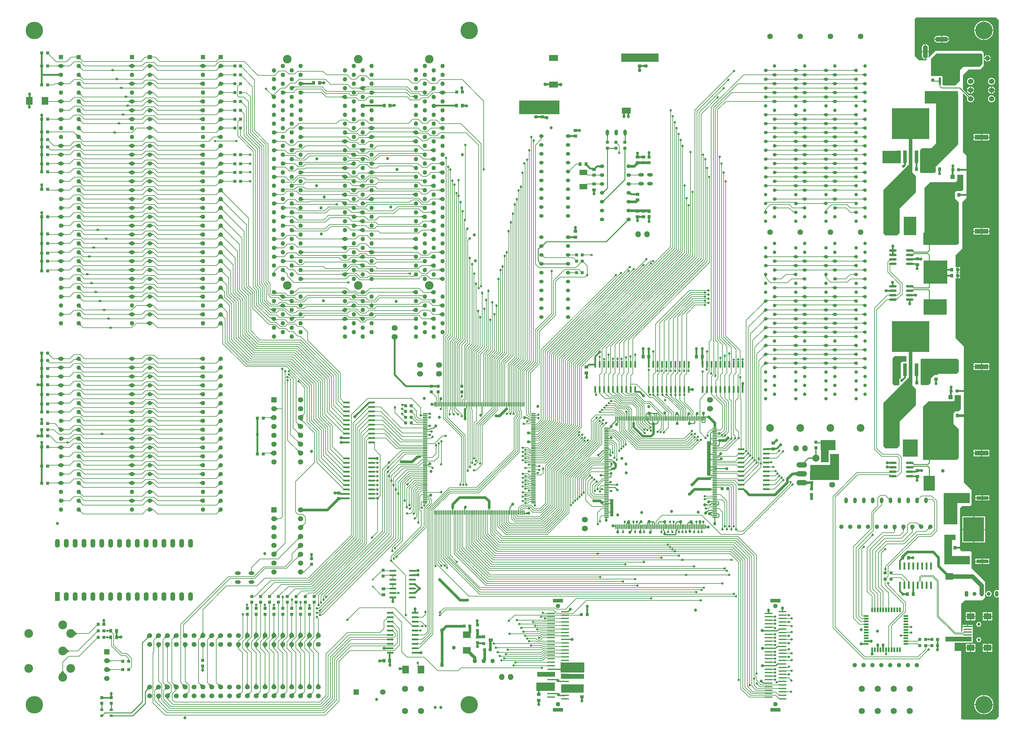
<source format=gtl>
%FSLAX44Y44*%
%MOMM*%
G71*
G01*
G75*
G04 Layer_Physical_Order=1*
G04 Layer_Color=255*
%ADD10C,0.2032*%
%ADD11R,0.9652X0.8890*%
%ADD12R,1.0160X0.9398*%
%ADD13R,1.0160X0.9400*%
%ADD14R,2.2098X1.9050*%
%ADD15R,0.9144X0.9144*%
%ADD16R,1.2700X0.9144*%
%ADD17R,0.8890X0.9652*%
%ADD18R,1.9050X2.2098*%
%ADD19R,0.9000X0.8000*%
%ADD20R,0.9398X1.0160*%
%ADD21R,0.9400X1.0160*%
%ADD22R,2.2000X0.3600*%
%ADD23R,3.0000X1.0000*%
%ADD24R,3.5000X1.0000*%
%ADD25R,4.0000X1.4000*%
%ADD26O,2.2000X0.6000*%
%ADD27R,3.2000X1.6500*%
%ADD28R,1.2000X1.2000*%
%ADD29R,1.6000X1.5000*%
%ADD30O,0.6000X2.2000*%
%ADD31R,1.0668X3.5560*%
%ADD32R,10.6680X8.8900*%
%ADD33R,3.8100X5.5880*%
%ADD34R,1.9050X0.5588*%
%ADD35R,2.2000X1.8000*%
%ADD36R,2.4000X0.4000*%
%ADD37R,0.5000X2.0000*%
%ADD38R,3.2000X1.6000*%
%ADD39R,6.0000X7.0000*%
%ADD40O,1.4500X0.5000*%
%ADD41O,0.5000X1.4500*%
%ADD42O,2.0320X0.5588*%
%ADD43O,1.4000X0.3000*%
%ADD44O,0.3000X1.4000*%
%ADD45R,0.9000X1.0000*%
%ADD46R,2.5000X1.8000*%
%ADD47R,2.2000X1.5000*%
%ADD48R,0.5588X1.9050*%
%ADD49C,0.1778*%
%ADD50C,0.2540*%
%ADD51C,0.7620*%
%ADD52C,0.5080*%
%ADD53C,1.2700*%
%ADD54C,0.3810*%
%ADD55C,0.7000*%
%ADD56C,0.8890*%
%ADD57C,0.6350*%
%ADD58C,0.3048*%
%ADD59R,6.8834X6.6294*%
%ADD60R,7.4168X2.9972*%
%ADD61R,3.9116X9.0424*%
%ADD62R,6.6294X4.3688*%
%ADD63R,2.2098X8.4836*%
%ADD64R,7.2390X2.3368*%
%ADD65R,7.5692X1.4224*%
%ADD66R,5.3086X2.3876*%
%ADD67R,6.4770X2.3876*%
%ADD68R,0.8492X4.9022*%
%ADD69R,1.1176X9.9060*%
%ADD70R,7.4930X2.5908*%
%ADD71R,6.6548X1.4732*%
%ADD72R,5.1816X1.4732*%
%ADD73R,3.2258X4.2672*%
%ADD74R,11.5824X3.8608*%
%ADD75R,9.6012X3.5814*%
%ADD76R,10.6426X2.4638*%
%ADD77R,4.2672X4.9530*%
%ADD78R,5.3086X3.6322*%
%ADD79R,2.2860X2.4638*%
%ADD80R,3.6322X5.3086*%
%ADD81R,6.7818X2.8702*%
%ADD82R,2.5654X7.4676*%
%ADD83R,7.3660X2.3876*%
%ADD84R,1.6256X4.7752*%
%ADD85R,4.2164X2.8956*%
%ADD86R,2.2606X6.3754*%
%ADD87C,5.0000*%
%ADD88C,1.7780*%
%ADD89O,1.6510X1.0160*%
%ADD90C,1.2700*%
%ADD91R,1.2700X1.2700*%
%ADD92O,1.7780X1.5240*%
%ADD93O,1.5240X1.7780*%
%ADD94C,1.0000*%
%ADD95C,2.4384*%
%ADD96R,1.3800X2.5000*%
%ADD97O,1.3800X2.5000*%
%ADD98C,0.5080*%
%ADD99C,1.5000*%
%ADD100R,1.5000X1.5000*%
%ADD101O,1.2700X1.0160*%
%ADD102C,1.3000*%
%ADD103O,1.0000X1.7000*%
%ADD104C,1.1430*%
%ADD105C,1.5240*%
%ADD106O,1.4000X3.8000*%
%ADD107O,3.8000X1.4000*%
%ADD108O,1.0160X1.6510*%
%ADD109C,1.3800*%
%ADD110C,2.5000*%
%ADD111C,1.5748*%
%ADD112R,1.5748X1.5748*%
%ADD113C,1.3970*%
%ADD114C,1.1000*%
%ADD115R,1.5240X1.5240*%
%ADD116O,3.0480X1.5240*%
%ADD117C,2.0320*%
%ADD118C,2.2000*%
%ADD119C,1.6000*%
%ADD120C,0.9000*%
%ADD121C,0.6604*%
%ADD122C,0.6858*%
%ADD123C,0.6350*%
%ADD124C,0.8636*%
%ADD125C,1.0160*%
%ADD126C,0.7112*%
G36*
X2175966Y1643422D02*
X2175693Y1643719D01*
X2175418Y1643986D01*
X2175141Y1644221D01*
X2174862Y1644425D01*
X2174581Y1644597D01*
X2174297Y1644738D01*
X2174011Y1644848D01*
X2173722Y1644926D01*
X2173432Y1644973D01*
X2173139Y1644989D01*
X2173253Y1646767D01*
X2173536Y1646781D01*
X2173823Y1646825D01*
X2174114Y1646897D01*
X2174409Y1646998D01*
X2174708Y1647128D01*
X2175011Y1647288D01*
X2175318Y1647476D01*
X2175629Y1647693D01*
X2175943Y1647938D01*
X2176262Y1648213D01*
X2175966Y1643422D01*
D02*
G37*
G36*
X1574736Y1644650D02*
X1573776Y1644645D01*
X1572065Y1644543D01*
X1571315Y1644447D01*
X1570635Y1644321D01*
X1570025Y1644163D01*
X1569486Y1643976D01*
X1569017Y1643758D01*
X1568618Y1643510D01*
X1568289Y1643231D01*
X1567031Y1644489D01*
X1567310Y1644818D01*
X1567558Y1645217D01*
X1567776Y1645686D01*
X1567963Y1646225D01*
X1568121Y1646835D01*
X1568247Y1647515D01*
X1568344Y1648265D01*
X1568445Y1649976D01*
X1568450Y1650936D01*
X1574736Y1644650D01*
D02*
G37*
G36*
X1174755Y1649976D02*
X1174856Y1648265D01*
X1174953Y1647515D01*
X1175079Y1646835D01*
X1175237Y1646225D01*
X1175424Y1645686D01*
X1175642Y1645217D01*
X1175890Y1644818D01*
X1176169Y1644489D01*
X1174911Y1643231D01*
X1174583Y1643510D01*
X1174184Y1643758D01*
X1173714Y1643976D01*
X1173175Y1644163D01*
X1172565Y1644321D01*
X1171885Y1644447D01*
X1171135Y1644543D01*
X1169424Y1644645D01*
X1168464Y1644650D01*
X1174750Y1650936D01*
X1174755Y1649976D01*
D02*
G37*
G36*
X1316265Y1646555D02*
X1315582Y1647231D01*
X1314301Y1648369D01*
X1313702Y1648831D01*
X1313132Y1649222D01*
X1312590Y1649542D01*
X1312076Y1649791D01*
X1311590Y1649969D01*
X1311132Y1650075D01*
X1310703Y1650111D01*
Y1651889D01*
X1311132Y1651925D01*
X1311590Y1652031D01*
X1312076Y1652209D01*
X1312590Y1652458D01*
X1313132Y1652778D01*
X1313702Y1653169D01*
X1314301Y1653631D01*
X1315582Y1654769D01*
X1316265Y1655445D01*
Y1646555D01*
D02*
G37*
G36*
X1122818Y1654769D02*
X1124099Y1653631D01*
X1124698Y1653169D01*
X1125268Y1652778D01*
X1125810Y1652458D01*
X1126324Y1652209D01*
X1126810Y1652031D01*
X1127268Y1651925D01*
X1127698Y1651889D01*
Y1650111D01*
X1127268Y1650075D01*
X1126810Y1649969D01*
X1126324Y1649791D01*
X1125810Y1649542D01*
X1125268Y1649222D01*
X1124698Y1648831D01*
X1124099Y1648369D01*
X1122818Y1647231D01*
X1122135Y1646555D01*
Y1655445D01*
X1122818Y1654769D01*
D02*
G37*
G36*
X1164431Y1646043D02*
X1163628Y1646671D01*
X1161494Y1648159D01*
X1160873Y1648522D01*
X1160299Y1648820D01*
X1159770Y1649052D01*
X1159287Y1649217D01*
X1158850Y1649316D01*
X1158458Y1649349D01*
X1158241Y1651127D01*
X1158697Y1651164D01*
X1159166Y1651277D01*
X1159647Y1651464D01*
X1160140Y1651726D01*
X1160646Y1652062D01*
X1161165Y1652474D01*
X1161696Y1652960D01*
X1162240Y1653522D01*
X1163365Y1654869D01*
X1164431Y1646043D01*
D02*
G37*
G36*
X2847086Y1645933D02*
X2846901Y1645729D01*
X2846736Y1645507D01*
X2846591Y1645268D01*
X2846465Y1645010D01*
X2846360Y1644735D01*
X2846274Y1644442D01*
X2846208Y1644131D01*
X2846162Y1643802D01*
X2846136Y1643456D01*
X2846130Y1643091D01*
X2842987Y1646234D01*
X2843351Y1646240D01*
X2843698Y1646266D01*
X2844027Y1646312D01*
X2844338Y1646378D01*
X2844631Y1646464D01*
X2844906Y1646569D01*
X2845164Y1646695D01*
X2845403Y1646840D01*
X2845625Y1647005D01*
X2845829Y1647190D01*
X2847086Y1645933D01*
D02*
G37*
G36*
X1238366Y1640448D02*
X1238645Y1640184D01*
X1238926Y1639951D01*
X1239209Y1639749D01*
X1239493Y1639578D01*
X1239779Y1639438D01*
X1240066Y1639329D01*
X1240355Y1639251D01*
X1240645Y1639205D01*
X1240937Y1639189D01*
X1240850Y1637411D01*
X1240566Y1637396D01*
X1240278Y1637352D01*
X1239987Y1637279D01*
X1239694Y1637177D01*
X1239396Y1637045D01*
X1239096Y1636884D01*
X1238792Y1636694D01*
X1238485Y1636475D01*
X1238175Y1636226D01*
X1237861Y1635949D01*
X1238088Y1640744D01*
X1238366Y1640448D01*
D02*
G37*
G36*
X1233196Y1635949D02*
X1232882Y1636226D01*
X1232265Y1636694D01*
X1231961Y1636884D01*
X1231661Y1637045D01*
X1231364Y1637177D01*
X1231069Y1637279D01*
X1230779Y1637352D01*
X1230491Y1637396D01*
X1230207Y1637411D01*
X1230120Y1639189D01*
X1230412Y1639205D01*
X1230702Y1639251D01*
X1230991Y1639329D01*
X1231278Y1639438D01*
X1231564Y1639578D01*
X1231848Y1639749D01*
X1232131Y1639951D01*
X1232412Y1640184D01*
X1232691Y1640448D01*
X1232969Y1640744D01*
X1233196Y1635949D01*
D02*
G37*
G36*
X3022945Y1637724D02*
X3022755Y1637514D01*
X3022591Y1637289D01*
X3022452Y1637048D01*
X3022338Y1636793D01*
X3022250Y1636522D01*
X3022187Y1636236D01*
X3022149Y1635934D01*
X3022137Y1635618D01*
X3022149Y1635286D01*
X3022187Y1634939D01*
X3018631Y1634903D01*
X3018658Y1637641D01*
X3019034Y1637696D01*
X3019724Y1637845D01*
X3020040Y1637941D01*
X3020335Y1638051D01*
X3020611Y1638174D01*
X3020866Y1638311D01*
X3021102Y1638463D01*
X3021318Y1638628D01*
X3021514Y1638807D01*
X3022945Y1637724D01*
D02*
G37*
G36*
X3004383Y1642277D02*
X3004588Y1642027D01*
X3004802Y1641806D01*
X3005027Y1641615D01*
X3005262Y1641453D01*
X3005507Y1641320D01*
X3005762Y1641217D01*
X3006027Y1641144D01*
X3006303Y1641100D01*
X3006588Y1641085D01*
X3006203Y1639307D01*
X3005945Y1639296D01*
X3005680Y1639263D01*
X3005406Y1639208D01*
X3005126Y1639131D01*
X3004838Y1639031D01*
X3004543Y1638910D01*
X3004240Y1638766D01*
X3003612Y1638413D01*
X3003287Y1638204D01*
X3001518Y1639938D01*
X2999749Y1638204D01*
X2999424Y1638413D01*
X2998796Y1638766D01*
X2998493Y1638910D01*
X2998198Y1639031D01*
X2997910Y1639131D01*
X2997629Y1639208D01*
X2997356Y1639263D01*
X2997091Y1639296D01*
X2996833Y1639307D01*
X2996447Y1641085D01*
X2996733Y1641100D01*
X2997009Y1641144D01*
X2997274Y1641217D01*
X2997529Y1641320D01*
X2997774Y1641453D01*
X2998009Y1641615D01*
X2998234Y1641806D01*
X2998448Y1642027D01*
X2998653Y1642277D01*
X2998847Y1642556D01*
X3001518Y1639938D01*
X3004189Y1642556D01*
X3004383Y1642277D01*
D02*
G37*
G36*
X2459102Y1643782D02*
X2459452Y1643484D01*
X2459805Y1643221D01*
X2460163Y1642993D01*
X2460524Y1642800D01*
X2460889Y1642643D01*
X2461259Y1642520D01*
X2461632Y1642432D01*
X2462009Y1642379D01*
X2462390Y1642362D01*
X2462389Y1639822D01*
X2462008Y1639805D01*
X2461631Y1639752D01*
X2461257Y1639664D01*
X2460888Y1639542D01*
X2460522Y1639384D01*
X2460161Y1639191D01*
X2459803Y1638963D01*
X2459450Y1638701D01*
X2459100Y1638403D01*
X2458754Y1638070D01*
X2458757Y1644115D01*
X2459102Y1643782D01*
D02*
G37*
G36*
X2969908Y1638406D02*
X2969948Y1638132D01*
X2970015Y1637860D01*
X2970108Y1637590D01*
X2970228Y1637320D01*
X2970375Y1637052D01*
X2970548Y1636786D01*
X2970748Y1636521D01*
X2970975Y1636257D01*
X2971229Y1635995D01*
X2966783D01*
X2967037Y1636257D01*
X2967263Y1636521D01*
X2967464Y1636786D01*
X2967637Y1637052D01*
X2967784Y1637320D01*
X2967904Y1637590D01*
X2967997Y1637860D01*
X2968064Y1638132D01*
X2968104Y1638406D01*
X2968117Y1638681D01*
X2969895D01*
X2969908Y1638406D01*
D02*
G37*
G36*
X2668029Y1665052D02*
X2667665Y1665046D01*
X2667318Y1665020D01*
X2666989Y1664974D01*
X2666678Y1664908D01*
X2666385Y1664822D01*
X2666110Y1664717D01*
X2665853Y1664591D01*
X2665613Y1664446D01*
X2665391Y1664281D01*
X2665187Y1664096D01*
X2663930Y1665353D01*
X2664115Y1665557D01*
X2664280Y1665779D01*
X2664426Y1666018D01*
X2664551Y1666276D01*
X2664657Y1666551D01*
X2664742Y1666844D01*
X2664808Y1667155D01*
X2664854Y1667484D01*
X2664880Y1667831D01*
X2664886Y1668195D01*
X2668029Y1665052D01*
D02*
G37*
G36*
X1795953Y1668656D02*
X1796415Y1668379D01*
X1796966Y1668137D01*
X1797606Y1667928D01*
X1798336Y1667753D01*
X1799155Y1667613D01*
X1800063Y1667506D01*
X1802148Y1667394D01*
X1803325Y1667390D01*
X1795900Y1659965D01*
X1795896Y1661142D01*
X1795677Y1664135D01*
X1795537Y1664954D01*
X1795362Y1665684D01*
X1795153Y1666324D01*
X1794911Y1666875D01*
X1794634Y1667337D01*
X1794323Y1667709D01*
X1795581Y1668967D01*
X1795953Y1668656D01*
D02*
G37*
G36*
X2171380Y1658866D02*
X2171070Y1659146D01*
X2170457Y1659616D01*
X2170155Y1659808D01*
X2169856Y1659969D01*
X2169559Y1660102D01*
X2169266Y1660205D01*
X2168975Y1660278D01*
X2168687Y1660322D01*
X2168402Y1660337D01*
X2168329Y1662115D01*
X2168620Y1662130D01*
X2168911Y1662177D01*
X2169200Y1662254D01*
X2169487Y1662363D01*
X2169774Y1662502D01*
X2170059Y1662672D01*
X2170344Y1662874D01*
X2170627Y1663106D01*
X2170909Y1663369D01*
X2171190Y1663663D01*
X2171380Y1658866D01*
D02*
G37*
G36*
X2917552Y1674955D02*
X2917569Y1674576D01*
X2917621Y1674199D01*
X2917707Y1673825D01*
X2917827Y1673454D01*
X2917982Y1673085D01*
X2918171Y1672718D01*
X2918395Y1672355D01*
X2918653Y1671994D01*
X2918946Y1671635D01*
X2919265Y1671287D01*
X2919603Y1670962D01*
X2919953Y1670664D01*
X2920306Y1670401D01*
X2920664Y1670173D01*
X2921025Y1669980D01*
X2921391Y1669822D01*
X2921760Y1669700D01*
X2922133Y1669612D01*
X2922510Y1669559D01*
X2922892Y1669542D01*
Y1667002D01*
X2922510Y1666985D01*
X2922133Y1666932D01*
X2921760Y1666844D01*
X2921391Y1666722D01*
X2921025Y1666564D01*
X2920664Y1666371D01*
X2920306Y1666143D01*
X2919953Y1665880D01*
X2919603Y1665582D01*
X2919258Y1665249D01*
Y1671279D01*
X2913229Y1671430D01*
X2913568Y1671765D01*
X2913871Y1672106D01*
X2914138Y1672451D01*
X2914370Y1672803D01*
X2914566Y1673159D01*
X2914727Y1673521D01*
X2914852Y1673888D01*
X2914941Y1674261D01*
X2914994Y1674638D01*
X2915012Y1675022D01*
X2917552Y1674955D01*
D02*
G37*
G36*
X2816987Y1669946D02*
X2817337Y1669648D01*
X2817690Y1669385D01*
X2818048Y1669157D01*
X2818409Y1668964D01*
X2818775Y1668806D01*
X2819144Y1668684D01*
X2819517Y1668596D01*
X2819894Y1668544D01*
X2820276Y1668526D01*
Y1665986D01*
X2819894Y1665968D01*
X2819517Y1665916D01*
X2819144Y1665828D01*
X2818775Y1665706D01*
X2818409Y1665548D01*
X2818048Y1665355D01*
X2817690Y1665127D01*
X2817337Y1664864D01*
X2816987Y1664566D01*
X2816642Y1664233D01*
Y1670279D01*
X2816987Y1669946D01*
D02*
G37*
G36*
X2810474Y1664233D02*
X2810129Y1664566D01*
X2809779Y1664864D01*
X2809426Y1665127D01*
X2809068Y1665355D01*
X2808707Y1665548D01*
X2808341Y1665706D01*
X2807972Y1665828D01*
X2807599Y1665916D01*
X2807221Y1665968D01*
X2806840Y1665986D01*
Y1668526D01*
X2807221Y1668544D01*
X2807599Y1668596D01*
X2807972Y1668684D01*
X2808341Y1668806D01*
X2808707Y1668964D01*
X2809068Y1669157D01*
X2809426Y1669385D01*
X2809779Y1669648D01*
X2810129Y1669946D01*
X2810474Y1670279D01*
Y1664233D01*
D02*
G37*
G36*
X2190861Y1657515D02*
X2190381Y1657506D01*
X2189924Y1657470D01*
X2189488Y1657406D01*
X2189074Y1657314D01*
X2188682Y1657195D01*
X2188312Y1657048D01*
X2187964Y1656874D01*
X2187638Y1656672D01*
X2187334Y1656442D01*
X2187052Y1656185D01*
X2185256Y1657981D01*
X2185513Y1658263D01*
X2185743Y1658567D01*
X2185945Y1658893D01*
X2186120Y1659241D01*
X2186266Y1659610D01*
X2186385Y1660002D01*
X2186477Y1660416D01*
X2186541Y1660852D01*
X2186578Y1661310D01*
X2186587Y1661790D01*
X2190861Y1657515D01*
D02*
G37*
G36*
X1519465Y1646555D02*
X1518782Y1647231D01*
X1517501Y1648369D01*
X1516902Y1648831D01*
X1516332Y1649222D01*
X1515790Y1649542D01*
X1515276Y1649791D01*
X1514790Y1649969D01*
X1514332Y1650075D01*
X1513902Y1650111D01*
Y1651889D01*
X1514332Y1651925D01*
X1514790Y1652031D01*
X1515276Y1652209D01*
X1515790Y1652458D01*
X1516332Y1652778D01*
X1516902Y1653169D01*
X1517501Y1653631D01*
X1518782Y1654769D01*
X1519465Y1655445D01*
Y1646555D01*
D02*
G37*
G36*
X1376818Y1654769D02*
X1378099Y1653631D01*
X1378698Y1653169D01*
X1379268Y1652778D01*
X1379810Y1652458D01*
X1380324Y1652209D01*
X1380810Y1652031D01*
X1381268Y1651925D01*
X1381698Y1651889D01*
Y1650111D01*
X1381268Y1650075D01*
X1380810Y1649969D01*
X1380324Y1649791D01*
X1379810Y1649542D01*
X1379268Y1649222D01*
X1378698Y1648831D01*
X1378099Y1648369D01*
X1376818Y1647231D01*
X1376135Y1646555D01*
Y1655445D01*
X1376818Y1654769D01*
D02*
G37*
G36*
X1326018D02*
X1327299Y1653631D01*
X1327898Y1653169D01*
X1328468Y1652778D01*
X1329010Y1652458D01*
X1329524Y1652209D01*
X1330010Y1652031D01*
X1330468Y1651925D01*
X1330898Y1651889D01*
Y1650111D01*
X1330468Y1650075D01*
X1330010Y1649969D01*
X1329524Y1649791D01*
X1329010Y1649542D01*
X1328468Y1649222D01*
X1327898Y1648831D01*
X1327299Y1648369D01*
X1326018Y1647231D01*
X1325335Y1646555D01*
Y1655445D01*
X1326018Y1654769D01*
D02*
G37*
G36*
X2692827Y1655832D02*
X2692452Y1655823D01*
X2692084Y1655782D01*
X2691724Y1655711D01*
X2691370Y1655608D01*
X2691024Y1655474D01*
X2690685Y1655309D01*
X2690353Y1655112D01*
X2690029Y1654884D01*
X2689712Y1654625D01*
X2689402Y1654334D01*
X2687570Y1656094D01*
X2687839Y1656385D01*
X2688073Y1656683D01*
X2688271Y1656989D01*
X2688433Y1657303D01*
X2688560Y1657624D01*
X2688651Y1657953D01*
X2688707Y1658289D01*
X2688727Y1658634D01*
X2688712Y1658985D01*
X2688661Y1659345D01*
X2692827Y1655832D01*
D02*
G37*
G36*
X1111417Y1658490D02*
X1111816Y1658242D01*
X1112286Y1658024D01*
X1112825Y1657837D01*
X1113435Y1657679D01*
X1114115Y1657553D01*
X1114865Y1657457D01*
X1116576Y1657355D01*
X1117536Y1657350D01*
X1111250Y1651064D01*
X1111245Y1652024D01*
X1111143Y1653735D01*
X1111047Y1654485D01*
X1110920Y1655165D01*
X1110763Y1655775D01*
X1110576Y1656314D01*
X1110358Y1656783D01*
X1110110Y1657182D01*
X1109831Y1657511D01*
X1111089Y1658769D01*
X1111417Y1658490D01*
D02*
G37*
G36*
X1365872Y1648259D02*
X1365738Y1648499D01*
X1365579Y1648714D01*
X1365395Y1648904D01*
X1365185Y1649068D01*
X1364950Y1649207D01*
X1364689Y1649321D01*
X1364403Y1649409D01*
X1364091Y1649473D01*
X1363755Y1649511D01*
X1363392Y1649523D01*
Y1651301D01*
X1363722Y1651315D01*
X1364024Y1651355D01*
X1364299Y1651422D01*
X1364547Y1651515D01*
X1364768Y1651636D01*
X1364962Y1651783D01*
X1365128Y1651956D01*
X1365268Y1652157D01*
X1365380Y1652384D01*
X1365465Y1652638D01*
X1365872Y1648259D01*
D02*
G37*
G36*
X1795953Y1643256D02*
X1796415Y1642979D01*
X1796966Y1642737D01*
X1797606Y1642528D01*
X1798336Y1642353D01*
X1799155Y1642213D01*
X1800063Y1642106D01*
X1802148Y1641994D01*
X1803325Y1641990D01*
X1795900Y1634565D01*
X1795896Y1635742D01*
X1795677Y1638735D01*
X1795537Y1639554D01*
X1795362Y1640284D01*
X1795153Y1640924D01*
X1794911Y1641475D01*
X1794634Y1641937D01*
X1794323Y1642309D01*
X1795581Y1643566D01*
X1795953Y1643256D01*
D02*
G37*
G36*
X1519465Y1621155D02*
X1518782Y1621831D01*
X1517501Y1622969D01*
X1516902Y1623431D01*
X1516332Y1623822D01*
X1515790Y1624142D01*
X1515276Y1624391D01*
X1514790Y1624569D01*
X1514332Y1624675D01*
X1513902Y1624711D01*
Y1626489D01*
X1514332Y1626525D01*
X1514790Y1626631D01*
X1515276Y1626809D01*
X1515790Y1627058D01*
X1516332Y1627378D01*
X1516902Y1627769D01*
X1517501Y1628231D01*
X1518782Y1629369D01*
X1519465Y1630045D01*
Y1621155D01*
D02*
G37*
G36*
X1376818Y1629369D02*
X1378099Y1628231D01*
X1378698Y1627769D01*
X1379268Y1627378D01*
X1379810Y1627058D01*
X1380324Y1626809D01*
X1380810Y1626631D01*
X1381268Y1626525D01*
X1381698Y1626489D01*
Y1624711D01*
X1381268Y1624675D01*
X1380810Y1624569D01*
X1380324Y1624391D01*
X1379810Y1624142D01*
X1379268Y1623822D01*
X1378698Y1623431D01*
X1378099Y1622969D01*
X1376818Y1621831D01*
X1376135Y1621155D01*
Y1630045D01*
X1376818Y1629369D01*
D02*
G37*
G36*
X1326018D02*
X1327299Y1628231D01*
X1327898Y1627769D01*
X1328468Y1627378D01*
X1329010Y1627058D01*
X1329524Y1626809D01*
X1330010Y1626631D01*
X1330468Y1626525D01*
X1330898Y1626489D01*
Y1624711D01*
X1330468Y1624675D01*
X1330010Y1624569D01*
X1329524Y1624391D01*
X1329010Y1624142D01*
X1328468Y1623822D01*
X1327898Y1623431D01*
X1327299Y1622969D01*
X1326018Y1621831D01*
X1325335Y1621155D01*
Y1630045D01*
X1326018Y1629369D01*
D02*
G37*
G36*
X3057620Y1623695D02*
X3057256Y1623689D01*
X3056909Y1623663D01*
X3056580Y1623617D01*
X3056269Y1623551D01*
X3055976Y1623466D01*
X3055701Y1623360D01*
X3055443Y1623235D01*
X3055204Y1623089D01*
X3054982Y1622924D01*
X3054778Y1622739D01*
X3053521Y1623996D01*
X3053706Y1624200D01*
X3053871Y1624422D01*
X3054016Y1624662D01*
X3054142Y1624919D01*
X3054247Y1625194D01*
X3054333Y1625487D01*
X3054399Y1625798D01*
X3054445Y1626127D01*
X3054471Y1626474D01*
X3054477Y1626838D01*
X3057620Y1623695D01*
D02*
G37*
G36*
X3047460Y1622933D02*
X3047096Y1622927D01*
X3046749Y1622901D01*
X3046420Y1622855D01*
X3046109Y1622789D01*
X3045816Y1622704D01*
X3045541Y1622598D01*
X3045284Y1622473D01*
X3045044Y1622327D01*
X3044822Y1622162D01*
X3044618Y1621977D01*
X3043361Y1623234D01*
X3043546Y1623438D01*
X3043711Y1623660D01*
X3043857Y1623900D01*
X3043982Y1624157D01*
X3044088Y1624432D01*
X3044173Y1624725D01*
X3044239Y1625036D01*
X3044285Y1625365D01*
X3044311Y1625712D01*
X3044317Y1626076D01*
X3047460Y1622933D01*
D02*
G37*
G36*
X3036792Y1622171D02*
X3036428Y1622165D01*
X3036081Y1622139D01*
X3035752Y1622093D01*
X3035441Y1622027D01*
X3035148Y1621942D01*
X3034873Y1621836D01*
X3034615Y1621711D01*
X3034376Y1621565D01*
X3034154Y1621400D01*
X3033950Y1621215D01*
X3032693Y1622472D01*
X3032878Y1622676D01*
X3033043Y1622898D01*
X3033188Y1623138D01*
X3033314Y1623395D01*
X3033419Y1623670D01*
X3033505Y1623963D01*
X3033571Y1624274D01*
X3033617Y1624603D01*
X3033643Y1624950D01*
X3033649Y1625314D01*
X3036792Y1622171D01*
D02*
G37*
G36*
X1316265Y1621155D02*
X1315582Y1621831D01*
X1314301Y1622969D01*
X1313702Y1623431D01*
X1313132Y1623822D01*
X1312590Y1624142D01*
X1312076Y1624391D01*
X1311590Y1624569D01*
X1311132Y1624675D01*
X1310703Y1624711D01*
Y1626489D01*
X1311132Y1626525D01*
X1311590Y1626631D01*
X1312076Y1626809D01*
X1312590Y1627058D01*
X1313132Y1627378D01*
X1313702Y1627769D01*
X1314301Y1628231D01*
X1315582Y1629369D01*
X1316265Y1630045D01*
Y1621155D01*
D02*
G37*
G36*
X1174755Y1624576D02*
X1174856Y1622865D01*
X1174953Y1622115D01*
X1175079Y1621435D01*
X1175237Y1620825D01*
X1175424Y1620286D01*
X1175642Y1619816D01*
X1175890Y1619418D01*
X1176169Y1619089D01*
X1174911Y1617831D01*
X1174583Y1618110D01*
X1174184Y1618358D01*
X1173714Y1618576D01*
X1173175Y1618763D01*
X1172565Y1618920D01*
X1171885Y1619047D01*
X1171135Y1619144D01*
X1169424Y1619245D01*
X1168464Y1619250D01*
X1174750Y1625536D01*
X1174755Y1624576D01*
D02*
G37*
G36*
X2939707Y1617825D02*
X2939340Y1617811D01*
X2938991Y1617778D01*
X2938661Y1617726D01*
X2938349Y1617655D01*
X2938055Y1617566D01*
X2937780Y1617457D01*
X2937522Y1617330D01*
X2937283Y1617184D01*
X2937062Y1617018D01*
X2936859Y1616834D01*
X2935573Y1618063D01*
X2935759Y1618268D01*
X2935924Y1618490D01*
X2936069Y1618730D01*
X2936192Y1618987D01*
X2936295Y1619262D01*
X2936377Y1619554D01*
X2936437Y1619864D01*
X2936478Y1620191D01*
X2936497Y1620536D01*
X2936496Y1620898D01*
X2939707Y1617825D01*
D02*
G37*
G36*
X3165442Y1615746D02*
X3165278Y1615751D01*
X3165094Y1615718D01*
X3164890Y1615647D01*
X3164665Y1615539D01*
X3164421Y1615392D01*
X3164156Y1615207D01*
X3163871Y1614985D01*
X3163241Y1614426D01*
X3162896Y1614089D01*
X3159963Y1618341D01*
X3160307Y1618689D01*
X3161638Y1620204D01*
X3161737Y1620362D01*
X3161802Y1620492D01*
X3161831Y1620594D01*
X3165442Y1615746D01*
D02*
G37*
G36*
X1163865Y1621155D02*
X1163182Y1621831D01*
X1161901Y1622969D01*
X1161302Y1623431D01*
X1160732Y1623822D01*
X1160190Y1624142D01*
X1159676Y1624391D01*
X1159190Y1624569D01*
X1158732Y1624675D01*
X1158303Y1624711D01*
Y1626489D01*
X1158732Y1626525D01*
X1159190Y1626631D01*
X1159676Y1626809D01*
X1160190Y1627058D01*
X1160732Y1627378D01*
X1161302Y1627769D01*
X1161901Y1628231D01*
X1163182Y1629369D01*
X1163865Y1630045D01*
Y1621155D01*
D02*
G37*
G36*
X1122818Y1629369D02*
X1124099Y1628231D01*
X1124698Y1627769D01*
X1125268Y1627378D01*
X1125810Y1627058D01*
X1126324Y1626809D01*
X1126810Y1626631D01*
X1127268Y1626525D01*
X1127698Y1626489D01*
Y1624711D01*
X1127268Y1624675D01*
X1126810Y1624569D01*
X1126324Y1624391D01*
X1125810Y1624142D01*
X1125268Y1623822D01*
X1124698Y1623431D01*
X1124099Y1622969D01*
X1122818Y1621831D01*
X1122135Y1621155D01*
Y1630045D01*
X1122818Y1629369D01*
D02*
G37*
G36*
X1574736Y1619250D02*
X1573776Y1619245D01*
X1572065Y1619144D01*
X1571315Y1619047D01*
X1570635Y1618920D01*
X1570025Y1618763D01*
X1569486Y1618576D01*
X1569017Y1618358D01*
X1568618Y1618110D01*
X1568289Y1617831D01*
X1567031Y1619089D01*
X1567310Y1619418D01*
X1567558Y1619816D01*
X1567776Y1620286D01*
X1567963Y1620825D01*
X1568121Y1621435D01*
X1568247Y1622115D01*
X1568344Y1622865D01*
X1568445Y1624576D01*
X1568450Y1625536D01*
X1574736Y1619250D01*
D02*
G37*
G36*
X1682750Y1643167D02*
X1682754Y1642681D01*
X1682851Y1641153D01*
X1682896Y1640876D01*
X1682948Y1640640D01*
X1683009Y1640447D01*
X1683078Y1640295D01*
X1683155Y1640184D01*
X1680312Y1637284D01*
X1683155Y1634384D01*
X1683078Y1634273D01*
X1683009Y1634121D01*
X1682948Y1633928D01*
X1682896Y1633692D01*
X1682851Y1633415D01*
X1682754Y1631887D01*
X1682750Y1631401D01*
X1677670Y1631030D01*
X1677648Y1631956D01*
X1677582Y1632719D01*
X1677533Y1633039D01*
X1677472Y1633318D01*
X1677401Y1633557D01*
X1677318Y1633755D01*
X1677224Y1633912D01*
X1677120Y1634028D01*
X1680312Y1637284D01*
X1677120Y1640540D01*
X1677224Y1640656D01*
X1677318Y1640813D01*
X1677401Y1641011D01*
X1677472Y1641250D01*
X1677533Y1641529D01*
X1677582Y1641849D01*
X1677648Y1642612D01*
X1677670Y1643538D01*
X1682750Y1643167D01*
D02*
G37*
G36*
X2216931Y1630997D02*
X2216669Y1631251D01*
X2216405Y1631478D01*
X2216140Y1631678D01*
X2215874Y1631851D01*
X2215606Y1631998D01*
X2215336Y1632118D01*
X2215066Y1632211D01*
X2214794Y1632278D01*
X2214520Y1632318D01*
X2214245Y1632331D01*
Y1634109D01*
X2214520Y1634122D01*
X2214794Y1634162D01*
X2215066Y1634229D01*
X2215336Y1634322D01*
X2215606Y1634442D01*
X2215874Y1634589D01*
X2216140Y1634762D01*
X2216405Y1634962D01*
X2216669Y1635189D01*
X2216931Y1635443D01*
Y1630997D01*
D02*
G37*
G36*
X1054921Y1636030D02*
X1055175Y1635840D01*
X1055454Y1635673D01*
X1055757Y1635527D01*
X1056083Y1635404D01*
X1056433Y1635304D01*
X1056807Y1635226D01*
X1057205Y1635170D01*
X1057626Y1635136D01*
X1058072Y1635125D01*
Y1631315D01*
X1057626Y1631304D01*
X1057205Y1631270D01*
X1056807Y1631214D01*
X1056433Y1631136D01*
X1056083Y1631036D01*
X1055757Y1630913D01*
X1055454Y1630767D01*
X1055175Y1630600D01*
X1054921Y1630410D01*
X1054690Y1630197D01*
Y1636243D01*
X1054921Y1636030D01*
D02*
G37*
G36*
X2922816Y1634716D02*
X2922449Y1634702D01*
X2922101Y1634669D01*
X2921770Y1634617D01*
X2921458Y1634546D01*
X2921164Y1634457D01*
X2920889Y1634348D01*
X2920631Y1634221D01*
X2920392Y1634075D01*
X2920171Y1633909D01*
X2919969Y1633725D01*
X2918683Y1634954D01*
X2918868Y1635159D01*
X2919034Y1635381D01*
X2919178Y1635621D01*
X2919301Y1635878D01*
X2919404Y1636153D01*
X2919485Y1636445D01*
X2919547Y1636755D01*
X2919587Y1637082D01*
X2919606Y1637427D01*
X2919604Y1637789D01*
X2922816Y1634716D01*
D02*
G37*
G36*
X2171003Y1633641D02*
X2170711Y1633930D01*
X2170420Y1634189D01*
X2170129Y1634417D01*
X2169838Y1634615D01*
X2169547Y1634783D01*
X2169257Y1634919D01*
X2168967Y1635026D01*
X2168677Y1635102D01*
X2168388Y1635148D01*
X2168099Y1635163D01*
X2168119Y1636941D01*
X2168407Y1636956D01*
X2168695Y1637001D01*
X2168985Y1637076D01*
X2169277Y1637181D01*
X2169570Y1637316D01*
X2169864Y1637481D01*
X2170160Y1637676D01*
X2170457Y1637901D01*
X2170756Y1638156D01*
X2171056Y1638441D01*
X2171003Y1633641D01*
D02*
G37*
G36*
X3018596Y1631347D02*
X3018248Y1631385D01*
X3017916Y1631398D01*
X3017600Y1631385D01*
X3017298Y1631347D01*
X3017012Y1631284D01*
X3016741Y1631196D01*
X3016486Y1631082D01*
X3016245Y1630943D01*
X3016020Y1630779D01*
X3015811Y1630589D01*
X3014727Y1632020D01*
X3014906Y1632216D01*
X3015071Y1632432D01*
X3015222Y1632668D01*
X3015360Y1632923D01*
X3015483Y1633199D01*
X3015593Y1633494D01*
X3015689Y1633810D01*
X3015838Y1634500D01*
X3015893Y1634876D01*
X3018631Y1634903D01*
X3018596Y1631347D01*
D02*
G37*
G36*
X3058554Y1631548D02*
X3058594Y1631275D01*
X3058661Y1631002D01*
X3058754Y1630732D01*
X3058875Y1630462D01*
X3059021Y1630195D01*
X3059194Y1629928D01*
X3059395Y1629663D01*
X3059621Y1629400D01*
X3059875Y1629137D01*
X3055429D01*
X3055683Y1629400D01*
X3055910Y1629663D01*
X3056110Y1629928D01*
X3056283Y1630195D01*
X3056430Y1630462D01*
X3056550Y1630732D01*
X3056643Y1631002D01*
X3056710Y1631275D01*
X3056750Y1631548D01*
X3056763Y1631823D01*
X3058541D01*
X3058554Y1631548D01*
D02*
G37*
G36*
X2181318Y1626997D02*
X2180905Y1626991D01*
X2180515Y1626964D01*
X2180147Y1626916D01*
X2179801Y1626848D01*
X2179476Y1626759D01*
X2179174Y1626649D01*
X2178893Y1626518D01*
X2178635Y1626366D01*
X2178398Y1626194D01*
X2178184Y1626001D01*
X2176927Y1627258D01*
X2177120Y1627473D01*
X2177292Y1627709D01*
X2177444Y1627967D01*
X2177575Y1628248D01*
X2177685Y1628550D01*
X2177774Y1628875D01*
X2177842Y1629221D01*
X2177890Y1629589D01*
X2177917Y1629980D01*
X2177923Y1630392D01*
X2181318Y1626997D01*
D02*
G37*
G36*
X1923518Y1630155D02*
X1923673Y1630052D01*
X1923869Y1629961D01*
X1924106Y1629883D01*
X1924384Y1629816D01*
X1924703Y1629761D01*
X1925463Y1629688D01*
X1925904Y1629670D01*
X1926387Y1629664D01*
X1925635Y1624584D01*
X1925147Y1624581D01*
X1923352Y1624470D01*
X1923123Y1624429D01*
X1922936Y1624382D01*
X1922793Y1624328D01*
X1922693Y1624268D01*
X1923404Y1630271D01*
X1923518Y1630155D01*
D02*
G37*
G36*
X1365872Y1622859D02*
X1365738Y1623099D01*
X1365579Y1623314D01*
X1365395Y1623504D01*
X1365185Y1623668D01*
X1364950Y1623807D01*
X1364689Y1623921D01*
X1364403Y1624010D01*
X1364091Y1624073D01*
X1363755Y1624111D01*
X1363392Y1624123D01*
Y1625901D01*
X1363722Y1625915D01*
X1364024Y1625955D01*
X1364299Y1626022D01*
X1364547Y1626115D01*
X1364768Y1626236D01*
X1364962Y1626383D01*
X1365128Y1626557D01*
X1365268Y1626757D01*
X1365380Y1626984D01*
X1365465Y1627238D01*
X1365872Y1622859D01*
D02*
G37*
G36*
X3048394Y1630786D02*
X3048434Y1630513D01*
X3048501Y1630240D01*
X3048594Y1629970D01*
X3048714Y1629700D01*
X3048861Y1629433D01*
X3049034Y1629166D01*
X3049234Y1628901D01*
X3049461Y1628638D01*
X3049714Y1628375D01*
X3045269D01*
X3045523Y1628638D01*
X3045750Y1628901D01*
X3045950Y1629166D01*
X3046123Y1629433D01*
X3046270Y1629700D01*
X3046389Y1629970D01*
X3046483Y1630240D01*
X3046550Y1630513D01*
X3046590Y1630786D01*
X3046603Y1631061D01*
X3048381D01*
X3048394Y1630786D01*
D02*
G37*
G36*
X3037726Y1630024D02*
X3037766Y1629751D01*
X3037833Y1629478D01*
X3037926Y1629208D01*
X3038046Y1628938D01*
X3038193Y1628671D01*
X3038366Y1628404D01*
X3038566Y1628139D01*
X3038793Y1627876D01*
X3039047Y1627613D01*
X3034601D01*
X3034855Y1627876D01*
X3035081Y1628139D01*
X3035282Y1628404D01*
X3035455Y1628671D01*
X3035602Y1628938D01*
X3035722Y1629208D01*
X3035815Y1629478D01*
X3035882Y1629751D01*
X3035922Y1630024D01*
X3035935Y1630299D01*
X3037713D01*
X3037726Y1630024D01*
D02*
G37*
G36*
X2960494Y1630816D02*
X2960716Y1630651D01*
X2960956Y1630506D01*
X2961213Y1630380D01*
X2961488Y1630275D01*
X2961781Y1630189D01*
X2962092Y1630123D01*
X2962421Y1630077D01*
X2962768Y1630051D01*
X2963132Y1630045D01*
X2959989Y1626902D01*
X2959983Y1627266D01*
X2959957Y1627613D01*
X2959911Y1627942D01*
X2959845Y1628253D01*
X2959760Y1628546D01*
X2959654Y1628821D01*
X2959529Y1629079D01*
X2959383Y1629318D01*
X2959218Y1629540D01*
X2959033Y1629744D01*
X2960290Y1631001D01*
X2960494Y1630816D01*
D02*
G37*
G36*
X2251072Y1698888D02*
X2251294Y1698723D01*
X2251534Y1698578D01*
X2251791Y1698452D01*
X2252066Y1698347D01*
X2252359Y1698261D01*
X2252670Y1698195D01*
X2252999Y1698149D01*
X2253346Y1698123D01*
X2253710Y1698117D01*
X2250567Y1694974D01*
X2250561Y1695338D01*
X2250535Y1695685D01*
X2250489Y1696014D01*
X2250423Y1696325D01*
X2250338Y1696618D01*
X2250232Y1696893D01*
X2250107Y1697151D01*
X2249961Y1697390D01*
X2249796Y1697612D01*
X2249611Y1697816D01*
X2250868Y1699073D01*
X2251072Y1698888D01*
D02*
G37*
G36*
X2239642D02*
X2239864Y1698723D01*
X2240103Y1698578D01*
X2240361Y1698452D01*
X2240636Y1698347D01*
X2240929Y1698261D01*
X2241240Y1698195D01*
X2241569Y1698149D01*
X2241916Y1698123D01*
X2242280Y1698117D01*
X2239137Y1694974D01*
X2239131Y1695338D01*
X2239105Y1695685D01*
X2239059Y1696014D01*
X2238993Y1696325D01*
X2238907Y1696618D01*
X2238802Y1696893D01*
X2238676Y1697151D01*
X2238531Y1697390D01*
X2238366Y1697612D01*
X2238181Y1697816D01*
X2239438Y1699073D01*
X2239642Y1698888D01*
D02*
G37*
G36*
X2148474Y1697229D02*
X2148519Y1696940D01*
X2148595Y1696650D01*
X2148701Y1696359D01*
X2148837Y1696068D01*
X2149003Y1695775D01*
X2149200Y1695482D01*
X2149426Y1695188D01*
X2149683Y1694893D01*
X2149970Y1694597D01*
X2145170D01*
X2145457Y1694893D01*
X2145714Y1695188D01*
X2145941Y1695482D01*
X2146137Y1695775D01*
X2146303Y1696068D01*
X2146439Y1696359D01*
X2146545Y1696650D01*
X2146620Y1696940D01*
X2146666Y1697229D01*
X2146681Y1697517D01*
X2148459D01*
X2148474Y1697229D01*
D02*
G37*
G36*
X2231412Y1699650D02*
X2231453Y1699376D01*
X2231521Y1699104D01*
X2231617Y1698836D01*
X2231740Y1698571D01*
X2231890Y1698309D01*
X2232068Y1698050D01*
X2232272Y1697794D01*
X2232505Y1697541D01*
X2232764Y1697291D01*
X2228322Y1697125D01*
X2228569Y1697399D01*
X2228790Y1697673D01*
X2228984Y1697947D01*
X2229153Y1698220D01*
X2229296Y1698494D01*
X2229413Y1698767D01*
X2229503Y1699040D01*
X2229568Y1699313D01*
X2229607Y1699585D01*
X2229620Y1699858D01*
X2231398Y1699927D01*
X2231412Y1699650D01*
D02*
G37*
G36*
X2407687Y1698912D02*
X2407501Y1698707D01*
X2407336Y1698484D01*
X2407192Y1698244D01*
X2407070Y1697987D01*
X2406968Y1697712D01*
X2406887Y1697420D01*
X2406827Y1697111D01*
X2406789Y1696784D01*
X2406771Y1696440D01*
X2406775Y1696079D01*
X2403545Y1699133D01*
X2403912Y1699149D01*
X2404261Y1699183D01*
X2404592Y1699237D01*
X2404904Y1699309D01*
X2405198Y1699399D01*
X2405474Y1699509D01*
X2405731Y1699637D01*
X2405970Y1699783D01*
X2406191Y1699949D01*
X2406393Y1700132D01*
X2407687Y1698912D01*
D02*
G37*
G36*
X2804795Y1700934D02*
X2805145Y1700636D01*
X2805498Y1700373D01*
X2805856Y1700145D01*
X2806217Y1699952D01*
X2806583Y1699794D01*
X2806952Y1699672D01*
X2807325Y1699584D01*
X2807703Y1699532D01*
X2808084Y1699514D01*
Y1696974D01*
X2807703Y1696956D01*
X2807325Y1696904D01*
X2806952Y1696816D01*
X2806583Y1696694D01*
X2806217Y1696536D01*
X2805899Y1696366D01*
X2806004Y1696022D01*
X2806151Y1695652D01*
X2806325Y1695304D01*
X2806527Y1694978D01*
X2806757Y1694674D01*
X2807014Y1694392D01*
X2805218Y1692596D01*
X2804936Y1692853D01*
X2804632Y1693083D01*
X2804306Y1693285D01*
X2803958Y1693459D01*
X2803588Y1693606D01*
X2803245Y1693710D01*
X2803076Y1693394D01*
X2802918Y1693028D01*
X2802796Y1692659D01*
X2802708Y1692285D01*
X2802656Y1691908D01*
X2802638Y1691527D01*
X2800098Y1691526D01*
X2800081Y1691907D01*
X2800028Y1692284D01*
X2799940Y1692657D01*
X2799818Y1693027D01*
X2799660Y1693392D01*
X2799467Y1693754D01*
X2799239Y1694111D01*
X2798976Y1694464D01*
X2798711Y1694775D01*
X2797899Y1695167D01*
X2797482Y1695337D01*
X2796682Y1695598D01*
X2796297Y1695690D01*
X2795924Y1695755D01*
X2795562Y1695795D01*
X2795210Y1695808D01*
X2794458Y1698348D01*
X2794857Y1698367D01*
X2795236Y1698427D01*
X2795596Y1698525D01*
X2795937Y1698663D01*
X2796259Y1698841D01*
X2796561Y1699058D01*
X2796844Y1699315D01*
X2797109Y1699611D01*
X2797354Y1699946D01*
X2797581Y1700321D01*
X2799029Y1695159D01*
X2802644Y1695161D01*
X2804450Y1696967D01*
Y1701267D01*
X2804795Y1700934D01*
D02*
G37*
G36*
X1574736Y1695450D02*
X1573776Y1695445D01*
X1572065Y1695343D01*
X1571315Y1695247D01*
X1570635Y1695121D01*
X1570025Y1694963D01*
X1569486Y1694776D01*
X1569017Y1694558D01*
X1568618Y1694310D01*
X1568289Y1694031D01*
X1567031Y1695289D01*
X1567310Y1695618D01*
X1567558Y1696017D01*
X1567776Y1696486D01*
X1567963Y1697025D01*
X1568121Y1697635D01*
X1568247Y1698315D01*
X1568344Y1699065D01*
X1568445Y1700776D01*
X1568450Y1701736D01*
X1574736Y1695450D01*
D02*
G37*
G36*
X2265871Y1693659D02*
X2265907Y1693303D01*
X2265937Y1693154D01*
X2265977Y1693024D01*
X2266025Y1692913D01*
X2266082Y1692820D01*
X2266147Y1692748D01*
X2266222Y1692694D01*
X2266305Y1692659D01*
X2263730Y1692292D01*
X2263798Y1692349D01*
X2263859Y1692428D01*
X2263913Y1692529D01*
X2263960Y1692653D01*
X2263999Y1692799D01*
X2264032Y1692968D01*
X2264057Y1693159D01*
X2264086Y1693608D01*
X2264089Y1693866D01*
X2265867D01*
X2265871Y1693659D01*
D02*
G37*
G36*
X2097568Y1695631D02*
X2097540Y1695264D01*
X2097540Y1694915D01*
X2097569Y1694585D01*
X2097627Y1694272D01*
X2097713Y1693977D01*
X2097827Y1693700D01*
X2097970Y1693441D01*
X2098142Y1693200D01*
X2098342Y1692976D01*
X2096863Y1691940D01*
X2096662Y1692123D01*
X2096435Y1692294D01*
X2096183Y1692453D01*
X2095906Y1692601D01*
X2095603Y1692736D01*
X2095275Y1692860D01*
X2094922Y1692971D01*
X2094139Y1693160D01*
X2093710Y1693236D01*
X2097624Y1696015D01*
X2097568Y1695631D01*
D02*
G37*
G36*
X2885115Y1696251D02*
X2885109Y1695808D01*
X2885136Y1695385D01*
X2885197Y1694980D01*
X2885291Y1694595D01*
X2885419Y1694229D01*
X2885580Y1693883D01*
X2885775Y1693556D01*
X2886003Y1693248D01*
X2886265Y1692960D01*
X2884263Y1691371D01*
X2883989Y1691622D01*
X2883690Y1691852D01*
X2883368Y1692061D01*
X2883022Y1692249D01*
X2882652Y1692416D01*
X2882257Y1692561D01*
X2881839Y1692686D01*
X2881396Y1692789D01*
X2880930Y1692871D01*
X2880439Y1692931D01*
X2885155Y1696714D01*
X2885115Y1696251D01*
D02*
G37*
G36*
X1174755Y1700776D02*
X1174856Y1699065D01*
X1174953Y1698315D01*
X1175079Y1697635D01*
X1175237Y1697025D01*
X1175424Y1696486D01*
X1175642Y1696017D01*
X1175890Y1695618D01*
X1176169Y1695289D01*
X1174911Y1694031D01*
X1174583Y1694310D01*
X1174184Y1694558D01*
X1173714Y1694776D01*
X1173175Y1694963D01*
X1172565Y1695121D01*
X1171885Y1695247D01*
X1171135Y1695343D01*
X1169424Y1695445D01*
X1168464Y1695450D01*
X1174750Y1701736D01*
X1174755Y1700776D01*
D02*
G37*
G36*
X2171237Y1693605D02*
X2170949Y1693896D01*
X2170660Y1694156D01*
X2170371Y1694386D01*
X2170082Y1694584D01*
X2169793Y1694753D01*
X2169504Y1694890D01*
X2169215Y1694997D01*
X2168925Y1695074D01*
X2168636Y1695120D01*
X2168346Y1695135D01*
X2168381Y1696913D01*
X2168668Y1696928D01*
X2168956Y1696973D01*
X2169247Y1697047D01*
X2169539Y1697152D01*
X2169833Y1697286D01*
X2170129Y1697450D01*
X2170426Y1697644D01*
X2170726Y1697868D01*
X2171027Y1698121D01*
X2171330Y1698405D01*
X2171237Y1693605D01*
D02*
G37*
G36*
X2880008Y1692997D02*
X2879745Y1693033D01*
X2879479Y1693035D01*
X2879211Y1693004D01*
X2878941Y1692938D01*
X2878668Y1692838D01*
X2878393Y1692705D01*
X2878116Y1692538D01*
X2877835Y1692336D01*
X2877553Y1692101D01*
X2877268Y1691832D01*
X2875472Y1693628D01*
X2875741Y1693913D01*
X2875976Y1694195D01*
X2876178Y1694476D01*
X2876345Y1694753D01*
X2876479Y1695028D01*
X2876578Y1695301D01*
X2876643Y1695571D01*
X2876675Y1695839D01*
X2876673Y1696105D01*
X2876637Y1696368D01*
X2880008Y1692997D01*
D02*
G37*
G36*
X1733391Y1715111D02*
X1735662Y1713149D01*
X1736341Y1712669D01*
X1736981Y1712277D01*
X1737581Y1711971D01*
X1738142Y1711753D01*
X1738664Y1711623D01*
X1739147Y1711579D01*
Y1709801D01*
X1738664Y1709757D01*
X1738142Y1709627D01*
X1737581Y1709409D01*
X1736981Y1709103D01*
X1736341Y1708711D01*
X1735662Y1708231D01*
X1734945Y1707664D01*
X1733391Y1706269D01*
X1732556Y1705440D01*
Y1715940D01*
X1733391Y1715111D01*
D02*
G37*
G36*
X1365872Y1699059D02*
X1365738Y1699299D01*
X1365579Y1699514D01*
X1365395Y1699704D01*
X1365185Y1699868D01*
X1364950Y1700007D01*
X1364689Y1700121D01*
X1364403Y1700210D01*
X1364091Y1700273D01*
X1363755Y1700311D01*
X1363392Y1700323D01*
Y1702101D01*
X1363722Y1702115D01*
X1364024Y1702155D01*
X1364299Y1702222D01*
X1364547Y1702315D01*
X1364768Y1702436D01*
X1364962Y1702583D01*
X1365128Y1702757D01*
X1365268Y1702957D01*
X1365380Y1703184D01*
X1365465Y1703438D01*
X1365872Y1699059D01*
D02*
G37*
G36*
X2663070Y1702806D02*
X2663311Y1702568D01*
X2663556Y1702359D01*
X2663807Y1702177D01*
X2664062Y1702023D01*
X2664322Y1701897D01*
X2664587Y1701799D01*
X2664857Y1701729D01*
X2665132Y1701687D01*
X2665412Y1701673D01*
X2665263Y1699895D01*
X2664994Y1699883D01*
X2664722Y1699845D01*
X2664449Y1699782D01*
X2664174Y1699694D01*
X2663896Y1699582D01*
X2663617Y1699444D01*
X2663335Y1699281D01*
X2663051Y1699093D01*
X2662766Y1698880D01*
X2662478Y1698641D01*
X2662834Y1703072D01*
X2663070Y1702806D01*
D02*
G37*
G36*
X2675516Y1715506D02*
X2675757Y1715268D01*
X2676002Y1715058D01*
X2676253Y1714877D01*
X2676508Y1714723D01*
X2676768Y1714597D01*
X2677033Y1714499D01*
X2677303Y1714429D01*
X2677578Y1714387D01*
X2677858Y1714373D01*
X2677709Y1712595D01*
X2677440Y1712583D01*
X2677168Y1712545D01*
X2676895Y1712482D01*
X2676620Y1712394D01*
X2676342Y1712282D01*
X2676063Y1712144D01*
X2675781Y1711981D01*
X2675497Y1711793D01*
X2675212Y1711579D01*
X2674924Y1711341D01*
X2675280Y1715772D01*
X2675516Y1715506D01*
D02*
G37*
G36*
X2076277Y1712009D02*
X2076020Y1711714D01*
X2075793Y1711420D01*
X2075597Y1711127D01*
X2075431Y1710834D01*
X2075295Y1710543D01*
X2075189Y1710252D01*
X2075114Y1709962D01*
X2075068Y1709673D01*
X2075053Y1709385D01*
X2073275D01*
X2073260Y1709673D01*
X2073215Y1709962D01*
X2073139Y1710252D01*
X2073033Y1710543D01*
X2072897Y1710834D01*
X2072731Y1711127D01*
X2072534Y1711420D01*
X2072308Y1711714D01*
X2072051Y1712009D01*
X2071764Y1712305D01*
X2076564D01*
X2076277Y1712009D01*
D02*
G37*
G36*
X2097919Y1710244D02*
X2097946Y1709853D01*
X2097994Y1709485D01*
X2098062Y1709139D01*
X2098151Y1708814D01*
X2098261Y1708512D01*
X2098392Y1708231D01*
X2098544Y1707973D01*
X2098716Y1707737D01*
X2098909Y1707522D01*
X2097652Y1706265D01*
X2097437Y1706458D01*
X2097201Y1706630D01*
X2096943Y1706782D01*
X2096662Y1706913D01*
X2096360Y1707023D01*
X2096035Y1707112D01*
X2095689Y1707180D01*
X2095321Y1707228D01*
X2094931Y1707255D01*
X2094518Y1707261D01*
X2097913Y1710656D01*
X2097919Y1710244D01*
D02*
G37*
G36*
X2413573Y1700707D02*
X2413616Y1700432D01*
X2413686Y1700163D01*
X2413786Y1699900D01*
X2413913Y1699642D01*
X2414069Y1699391D01*
X2414253Y1699145D01*
X2414465Y1698906D01*
X2414706Y1698672D01*
X2414975Y1698444D01*
X2410554Y1697982D01*
X2410787Y1698277D01*
X2411180Y1698858D01*
X2411339Y1699144D01*
X2411474Y1699427D01*
X2411585Y1699707D01*
X2411671Y1699983D01*
X2411732Y1700257D01*
X2411769Y1700527D01*
X2411781Y1700795D01*
X2413559Y1700988D01*
X2413573Y1700707D01*
D02*
G37*
G36*
X1316265Y1697355D02*
X1315582Y1698031D01*
X1314301Y1699169D01*
X1313702Y1699631D01*
X1313132Y1700022D01*
X1312590Y1700342D01*
X1312076Y1700591D01*
X1311590Y1700769D01*
X1311132Y1700875D01*
X1310703Y1700911D01*
Y1702689D01*
X1311132Y1702725D01*
X1311590Y1702831D01*
X1312076Y1703009D01*
X1312590Y1703258D01*
X1313132Y1703578D01*
X1313702Y1703969D01*
X1314301Y1704431D01*
X1315582Y1705569D01*
X1316265Y1706245D01*
Y1697355D01*
D02*
G37*
G36*
X1122818Y1705569D02*
X1124099Y1704431D01*
X1124698Y1703969D01*
X1125268Y1703578D01*
X1125810Y1703258D01*
X1126324Y1703009D01*
X1126810Y1702831D01*
X1127268Y1702725D01*
X1127698Y1702689D01*
Y1700911D01*
X1127268Y1700875D01*
X1126810Y1700769D01*
X1126324Y1700591D01*
X1125810Y1700342D01*
X1125268Y1700022D01*
X1124698Y1699631D01*
X1124099Y1699169D01*
X1122818Y1698031D01*
X1122135Y1697355D01*
Y1706245D01*
X1122818Y1705569D01*
D02*
G37*
G36*
X1113065Y1697355D02*
X1112382Y1698031D01*
X1111101Y1699169D01*
X1110502Y1699631D01*
X1109932Y1700022D01*
X1109390Y1700342D01*
X1108876Y1700591D01*
X1108390Y1700769D01*
X1107932Y1700875D01*
X1107503Y1700911D01*
Y1702689D01*
X1107932Y1702725D01*
X1108390Y1702831D01*
X1108876Y1703009D01*
X1109390Y1703258D01*
X1109932Y1703578D01*
X1110502Y1703969D01*
X1111101Y1704431D01*
X1112382Y1705569D01*
X1113065Y1706245D01*
Y1697355D01*
D02*
G37*
G36*
X1519465D02*
X1518782Y1698031D01*
X1517501Y1699169D01*
X1516902Y1699631D01*
X1516332Y1700022D01*
X1515790Y1700342D01*
X1515276Y1700591D01*
X1514790Y1700769D01*
X1514332Y1700875D01*
X1513902Y1700911D01*
Y1702689D01*
X1514332Y1702725D01*
X1514790Y1702831D01*
X1515276Y1703009D01*
X1515790Y1703258D01*
X1516332Y1703578D01*
X1516902Y1703969D01*
X1517501Y1704431D01*
X1518782Y1705569D01*
X1519465Y1706245D01*
Y1697355D01*
D02*
G37*
G36*
X1376818Y1705569D02*
X1378099Y1704431D01*
X1378698Y1703969D01*
X1379268Y1703578D01*
X1379810Y1703258D01*
X1380324Y1703009D01*
X1380810Y1702831D01*
X1381268Y1702725D01*
X1381698Y1702689D01*
Y1700911D01*
X1381268Y1700875D01*
X1380810Y1700769D01*
X1380324Y1700591D01*
X1379810Y1700342D01*
X1379268Y1700022D01*
X1378698Y1699631D01*
X1378099Y1699169D01*
X1376818Y1698031D01*
X1376135Y1697355D01*
Y1706245D01*
X1376818Y1705569D01*
D02*
G37*
G36*
X1326018D02*
X1327299Y1704431D01*
X1327898Y1703969D01*
X1328468Y1703578D01*
X1329010Y1703258D01*
X1329524Y1703009D01*
X1330010Y1702831D01*
X1330468Y1702725D01*
X1330898Y1702689D01*
Y1700911D01*
X1330468Y1700875D01*
X1330010Y1700769D01*
X1329524Y1700591D01*
X1329010Y1700342D01*
X1328468Y1700022D01*
X1327898Y1699631D01*
X1327299Y1699169D01*
X1326018Y1698031D01*
X1325335Y1697355D01*
Y1706245D01*
X1326018Y1705569D01*
D02*
G37*
G36*
X2959509Y1694582D02*
X2959171Y1694246D01*
X2958868Y1693905D01*
X2958600Y1693559D01*
X2958369Y1693208D01*
X2958173Y1692851D01*
X2958013Y1692489D01*
X2957888Y1692122D01*
X2957799Y1691749D01*
X2957746Y1691371D01*
X2957728Y1690988D01*
X2955188Y1691051D01*
X2955171Y1691430D01*
X2955119Y1691807D01*
X2955033Y1692181D01*
X2954912Y1692552D01*
X2954757Y1692921D01*
X2954568Y1693287D01*
X2954344Y1693651D01*
X2954085Y1694011D01*
X2953793Y1694369D01*
X2953465Y1694725D01*
X2959509Y1694582D01*
D02*
G37*
G36*
X1519465Y1671955D02*
X1518782Y1672631D01*
X1517501Y1673769D01*
X1516902Y1674231D01*
X1516332Y1674622D01*
X1515790Y1674942D01*
X1515276Y1675191D01*
X1514790Y1675369D01*
X1514332Y1675475D01*
X1513902Y1675511D01*
Y1677289D01*
X1514332Y1677325D01*
X1514790Y1677431D01*
X1515276Y1677609D01*
X1515790Y1677858D01*
X1516332Y1678178D01*
X1516902Y1678569D01*
X1517501Y1679031D01*
X1518782Y1680169D01*
X1519465Y1680845D01*
Y1671955D01*
D02*
G37*
G36*
X1376818Y1680169D02*
X1378099Y1679031D01*
X1378698Y1678569D01*
X1379268Y1678178D01*
X1379810Y1677858D01*
X1380324Y1677609D01*
X1380810Y1677431D01*
X1381268Y1677325D01*
X1381698Y1677289D01*
Y1675511D01*
X1381268Y1675475D01*
X1380810Y1675369D01*
X1380324Y1675191D01*
X1379810Y1674942D01*
X1379268Y1674622D01*
X1378698Y1674231D01*
X1378099Y1673769D01*
X1376818Y1672631D01*
X1376135Y1671955D01*
Y1680845D01*
X1376818Y1680169D01*
D02*
G37*
G36*
X1326018D02*
X1327299Y1679031D01*
X1327898Y1678569D01*
X1328468Y1678178D01*
X1329010Y1677858D01*
X1329524Y1677609D01*
X1330010Y1677431D01*
X1330468Y1677325D01*
X1330898Y1677289D01*
Y1675511D01*
X1330468Y1675475D01*
X1330010Y1675369D01*
X1329524Y1675191D01*
X1329010Y1674942D01*
X1328468Y1674622D01*
X1327898Y1674231D01*
X1327299Y1673769D01*
X1326018Y1672631D01*
X1325335Y1671955D01*
Y1680845D01*
X1326018Y1680169D01*
D02*
G37*
G36*
X1065825Y1677486D02*
X1065747Y1677330D01*
X1065678Y1677134D01*
X1065618Y1676896D01*
X1065568Y1676617D01*
X1065494Y1675936D01*
X1065457Y1675089D01*
X1065453Y1674604D01*
X1060373Y1674491D01*
X1060368Y1674976D01*
X1060247Y1676503D01*
X1060191Y1676783D01*
X1060126Y1677021D01*
X1060050Y1677219D01*
X1059964Y1677376D01*
X1059869Y1677492D01*
X1065913Y1677600D01*
X1065825Y1677486D01*
D02*
G37*
G36*
X2669756Y1675243D02*
X2669392Y1675239D01*
X2669047Y1675215D01*
X2668718Y1675171D01*
X2668408Y1675106D01*
X2668115Y1675022D01*
X2667839Y1674917D01*
X2667582Y1674792D01*
X2667343Y1674647D01*
X2667120Y1674482D01*
X2666916Y1674297D01*
X2665667Y1675562D01*
X2665852Y1675766D01*
X2666017Y1675988D01*
X2666163Y1676227D01*
X2666289Y1676484D01*
X2666395Y1676760D01*
X2666482Y1677053D01*
X2666549Y1677365D01*
X2666597Y1677694D01*
X2666625Y1678041D01*
X2666633Y1678406D01*
X2669756Y1675243D01*
D02*
G37*
G36*
X1365872Y1673659D02*
X1365738Y1673899D01*
X1365579Y1674114D01*
X1365395Y1674304D01*
X1365185Y1674468D01*
X1364950Y1674607D01*
X1364689Y1674721D01*
X1364403Y1674810D01*
X1364091Y1674873D01*
X1363755Y1674911D01*
X1363392Y1674923D01*
Y1676701D01*
X1363722Y1676715D01*
X1364024Y1676755D01*
X1364299Y1676822D01*
X1364547Y1676915D01*
X1364768Y1677036D01*
X1364962Y1677183D01*
X1365128Y1677357D01*
X1365268Y1677557D01*
X1365380Y1677784D01*
X1365465Y1678038D01*
X1365872Y1673659D01*
D02*
G37*
G36*
X1316265Y1671955D02*
X1315582Y1672631D01*
X1314301Y1673769D01*
X1313702Y1674231D01*
X1313132Y1674622D01*
X1312590Y1674942D01*
X1312076Y1675191D01*
X1311590Y1675369D01*
X1311132Y1675475D01*
X1310703Y1675511D01*
Y1677289D01*
X1311132Y1677325D01*
X1311590Y1677431D01*
X1312076Y1677609D01*
X1312590Y1677858D01*
X1313132Y1678178D01*
X1313702Y1678569D01*
X1314301Y1679031D01*
X1315582Y1680169D01*
X1316265Y1680845D01*
Y1671955D01*
D02*
G37*
G36*
X1174755Y1675376D02*
X1174856Y1673665D01*
X1174953Y1672915D01*
X1175079Y1672235D01*
X1175237Y1671625D01*
X1175424Y1671086D01*
X1175642Y1670616D01*
X1175890Y1670217D01*
X1176169Y1669889D01*
X1174911Y1668631D01*
X1174583Y1668910D01*
X1174184Y1669158D01*
X1173714Y1669376D01*
X1173175Y1669563D01*
X1172565Y1669720D01*
X1171885Y1669847D01*
X1171135Y1669944D01*
X1169424Y1670045D01*
X1168464Y1670050D01*
X1174750Y1676337D01*
X1174755Y1675376D01*
D02*
G37*
G36*
X2678144Y1666875D02*
X2677780Y1666869D01*
X2677433Y1666843D01*
X2677104Y1666797D01*
X2676793Y1666731D01*
X2676500Y1666646D01*
X2676225Y1666540D01*
X2675967Y1666414D01*
X2675728Y1666269D01*
X2675506Y1666104D01*
X2675302Y1665919D01*
X2674045Y1667176D01*
X2674230Y1667380D01*
X2674395Y1667602D01*
X2674540Y1667841D01*
X2674666Y1668099D01*
X2674771Y1668374D01*
X2674857Y1668667D01*
X2674923Y1668978D01*
X2674969Y1669307D01*
X2674995Y1669654D01*
X2675001Y1670018D01*
X2678144Y1666875D01*
D02*
G37*
G36*
X2444993Y1669733D02*
X2445257Y1669506D01*
X2445522Y1669306D01*
X2445789Y1669133D01*
X2446056Y1668986D01*
X2446326Y1668866D01*
X2446596Y1668773D01*
X2446868Y1668706D01*
X2447142Y1668666D01*
X2447417Y1668653D01*
Y1666875D01*
X2447142Y1666862D01*
X2446868Y1666822D01*
X2446596Y1666755D01*
X2446326Y1666662D01*
X2446056Y1666542D01*
X2445789Y1666395D01*
X2445522Y1666222D01*
X2445257Y1666022D01*
X2444993Y1665795D01*
X2444731Y1665542D01*
Y1669987D01*
X2444993Y1669733D01*
D02*
G37*
G36*
X1122818Y1680169D02*
X1124099Y1679031D01*
X1124698Y1678569D01*
X1125268Y1678178D01*
X1125810Y1677858D01*
X1126324Y1677609D01*
X1126810Y1677431D01*
X1127268Y1677325D01*
X1127698Y1677289D01*
Y1675511D01*
X1127268Y1675475D01*
X1126810Y1675369D01*
X1126324Y1675191D01*
X1125810Y1674942D01*
X1125268Y1674622D01*
X1124698Y1674231D01*
X1124099Y1673769D01*
X1122818Y1672631D01*
X1122135Y1671955D01*
Y1680845D01*
X1122818Y1680169D01*
D02*
G37*
G36*
X2712268Y1669624D02*
X2712088Y1669438D01*
X2711798Y1669102D01*
X2711689Y1668953D01*
X2711604Y1668815D01*
X2711543Y1668690D01*
X2711505Y1668577D01*
X2711490Y1668475D01*
X2711500Y1668386D01*
X2711534Y1668310D01*
X2708833Y1670201D01*
X2708911Y1670199D01*
X2709008Y1670225D01*
X2709125Y1670278D01*
X2709260Y1670359D01*
X2709414Y1670467D01*
X2709588Y1670603D01*
X2709992Y1670957D01*
X2710472Y1671420D01*
X2712268Y1669624D01*
D02*
G37*
G36*
X1574736Y1670050D02*
X1573776Y1670045D01*
X1572065Y1669944D01*
X1571315Y1669847D01*
X1570635Y1669720D01*
X1570025Y1669563D01*
X1569486Y1669376D01*
X1569017Y1669158D01*
X1568618Y1668910D01*
X1568289Y1668631D01*
X1567031Y1669889D01*
X1567310Y1670217D01*
X1567558Y1670616D01*
X1567776Y1671086D01*
X1567963Y1671625D01*
X1568121Y1672235D01*
X1568247Y1672915D01*
X1568344Y1673665D01*
X1568445Y1675376D01*
X1568450Y1676337D01*
X1574736Y1670050D01*
D02*
G37*
G36*
X1964731Y1689740D02*
X1964390Y1689393D01*
X1963378Y1688246D01*
X1963213Y1688018D01*
X1963083Y1687815D01*
X1962989Y1687636D01*
X1962930Y1687481D01*
X1962906Y1687350D01*
X1958907Y1691883D01*
X1959063Y1691890D01*
X1959241Y1691935D01*
X1959439Y1692016D01*
X1959659Y1692134D01*
X1959899Y1692288D01*
X1960161Y1692479D01*
X1960747Y1692972D01*
X1961418Y1693611D01*
X1964731Y1689740D01*
D02*
G37*
G36*
X1812477Y1693109D02*
X1812166Y1692737D01*
X1811889Y1692275D01*
X1811647Y1691724D01*
X1811438Y1691084D01*
X1811263Y1690354D01*
X1811123Y1689535D01*
X1811016Y1688627D01*
X1810904Y1686542D01*
X1810900Y1685365D01*
X1803475Y1692790D01*
X1804652Y1692794D01*
X1807645Y1693013D01*
X1808464Y1693153D01*
X1809194Y1693328D01*
X1809834Y1693537D01*
X1810385Y1693779D01*
X1810847Y1694056D01*
X1811219Y1694366D01*
X1812477Y1693109D01*
D02*
G37*
G36*
X2481319Y1686593D02*
X2481445Y1686485D01*
X2481564Y1686397D01*
X2481676Y1686328D01*
X2481782Y1686277D01*
X2481881Y1686245D01*
X2481974Y1686231D01*
X2482060Y1686237D01*
X2482139Y1686261D01*
X2482212Y1686304D01*
X2480957Y1684040D01*
X2480952Y1684120D01*
X2480926Y1684213D01*
X2480878Y1684321D01*
X2480808Y1684442D01*
X2480716Y1684577D01*
X2480602Y1684726D01*
X2480310Y1685066D01*
X2479930Y1685461D01*
X2481187Y1686719D01*
X2481319Y1686593D01*
D02*
G37*
G36*
X2482442Y1690977D02*
X2482375Y1691007D01*
X2482301Y1691018D01*
X2482219Y1691012D01*
X2482129Y1690988D01*
X2482031Y1690945D01*
X2481925Y1690884D01*
X2481811Y1690806D01*
X2481689Y1690709D01*
X2481559Y1690594D01*
X2481421Y1690461D01*
X2480164Y1691719D01*
X2480340Y1691899D01*
X2480749Y1692366D01*
X2480845Y1692497D01*
X2480921Y1692616D01*
X2480977Y1692723D01*
X2481013Y1692817D01*
X2481028Y1692899D01*
X2481024Y1692969D01*
X2482442Y1690977D01*
D02*
G37*
G36*
X2939579Y1692936D02*
X2939211Y1692839D01*
X2938881Y1692706D01*
X2938590Y1692539D01*
X2938338Y1692337D01*
X2938125Y1692100D01*
X2937950Y1691828D01*
X2937815Y1691521D01*
X2937718Y1691179D01*
X2937659Y1690802D01*
X2937640Y1690391D01*
X2935100Y1690945D01*
X2935095Y1691568D01*
X2934908Y1694276D01*
X2934839Y1694734D01*
X2934566Y1695946D01*
X2939579Y1692936D01*
D02*
G37*
G36*
X2150747Y1693526D02*
X2150956Y1693241D01*
X2151177Y1692988D01*
X2151410Y1692770D01*
X2151655Y1692585D01*
X2151912Y1692433D01*
X2152180Y1692316D01*
X2152460Y1692231D01*
X2152753Y1692181D01*
X2153056Y1692164D01*
X2152569Y1690386D01*
X2152310Y1690374D01*
X2152036Y1690339D01*
X2151748Y1690280D01*
X2151446Y1690197D01*
X2151129Y1690090D01*
X2150451Y1689807D01*
X2150091Y1689629D01*
X2149327Y1689203D01*
X2150549Y1693846D01*
X2150747Y1693526D01*
D02*
G37*
G36*
X2968839Y1683926D02*
X2968477Y1684249D01*
X2968113Y1684538D01*
X2967747Y1684793D01*
X2967380Y1685014D01*
X2967011Y1685202D01*
X2966640Y1685355D01*
X2966267Y1685474D01*
X2965893Y1685559D01*
X2965517Y1685610D01*
X2965139Y1685627D01*
X2965033Y1688167D01*
X2965418Y1688185D01*
X2965796Y1688239D01*
X2966168Y1688329D01*
X2966534Y1688455D01*
X2966893Y1688617D01*
X2967247Y1688815D01*
X2967594Y1689049D01*
X2967935Y1689318D01*
X2968270Y1689624D01*
X2968599Y1689966D01*
X2968839Y1683926D01*
D02*
G37*
G36*
X2651220Y1681861D02*
X2650856Y1681855D01*
X2650509Y1681829D01*
X2650180Y1681783D01*
X2649869Y1681717D01*
X2649576Y1681631D01*
X2649301Y1681526D01*
X2649044Y1681400D01*
X2648804Y1681255D01*
X2648582Y1681090D01*
X2648378Y1680905D01*
X2647121Y1682162D01*
X2647306Y1682366D01*
X2647471Y1682588D01*
X2647617Y1682827D01*
X2647742Y1683085D01*
X2647848Y1683360D01*
X2647933Y1683653D01*
X2647999Y1683964D01*
X2648045Y1684293D01*
X2648071Y1684640D01*
X2648077Y1685004D01*
X2651220Y1681861D01*
D02*
G37*
G36*
X1721844Y1680040D02*
X1721009Y1680869D01*
X1718738Y1682831D01*
X1718059Y1683311D01*
X1717419Y1683703D01*
X1716819Y1684008D01*
X1716258Y1684227D01*
X1715736Y1684357D01*
X1715253Y1684401D01*
Y1686179D01*
X1715736Y1686223D01*
X1716258Y1686353D01*
X1716819Y1686572D01*
X1717419Y1686877D01*
X1718059Y1687269D01*
X1718738Y1687749D01*
X1719455Y1688316D01*
X1721009Y1689711D01*
X1721844Y1690540D01*
Y1680040D01*
D02*
G37*
G36*
X1810116Y1681747D02*
X1809867Y1680847D01*
X1809694Y1680007D01*
X1809597Y1679226D01*
X1809576Y1678504D01*
X1809631Y1677841D01*
X1809762Y1677238D01*
X1809968Y1676693D01*
X1810251Y1676208D01*
X1810610Y1675781D01*
X1808901Y1674976D01*
X1808688Y1675141D01*
X1808346Y1675342D01*
X1807875Y1675577D01*
X1806544Y1676152D01*
X1800956Y1678199D01*
X1810440Y1682705D01*
X1810116Y1681747D01*
D02*
G37*
G36*
X2171270Y1683665D02*
X2170976Y1683954D01*
X2170683Y1684211D01*
X2170390Y1684439D01*
X2170098Y1684636D01*
X2169807Y1684803D01*
X2169516Y1684939D01*
X2169225Y1685045D01*
X2168936Y1685121D01*
X2168647Y1685167D01*
X2168358Y1685182D01*
X2168368Y1686960D01*
X2168656Y1686975D01*
X2168945Y1687020D01*
X2169235Y1687095D01*
X2169526Y1687201D01*
X2169818Y1687336D01*
X2170112Y1687502D01*
X2170406Y1687698D01*
X2170702Y1687924D01*
X2170999Y1688180D01*
X2171297Y1688466D01*
X2171270Y1683665D01*
D02*
G37*
G36*
X2661777Y1683133D02*
X2661437Y1683135D01*
X2661111Y1683115D01*
X2660799Y1683073D01*
X2660501Y1683010D01*
X2660218Y1682925D01*
X2659949Y1682818D01*
X2659695Y1682690D01*
X2659455Y1682540D01*
X2659229Y1682368D01*
X2659018Y1682175D01*
X2657761Y1683432D01*
X2657954Y1683644D01*
X2658125Y1683869D01*
X2658275Y1684109D01*
X2658404Y1684364D01*
X2658510Y1684633D01*
X2658595Y1684916D01*
X2658658Y1685213D01*
X2658700Y1685525D01*
X2658720Y1685851D01*
X2658719Y1686192D01*
X2661777Y1683133D01*
D02*
G37*
G36*
X2448073Y1687780D02*
X2448401Y1687471D01*
X2448736Y1687198D01*
X2449078Y1686961D01*
X2449428Y1686761D01*
X2449784Y1686597D01*
X2450148Y1686470D01*
X2450520Y1686379D01*
X2450898Y1686324D01*
X2451284Y1686306D01*
X2451127Y1683766D01*
X2450751Y1683749D01*
X2450375Y1683699D01*
X2450000Y1683615D01*
X2449626Y1683498D01*
X2449253Y1683347D01*
X2448880Y1683163D01*
X2448508Y1682945D01*
X2448137Y1682694D01*
X2447766Y1682409D01*
X2447397Y1682091D01*
X2447752Y1688126D01*
X2448073Y1687780D01*
D02*
G37*
G36*
X2977642Y1616886D02*
X2977658Y1616515D01*
X2977705Y1616142D01*
X2977785Y1615766D01*
X2977896Y1615388D01*
X2978039Y1615007D01*
X2978213Y1614624D01*
X2978419Y1614239D01*
X2978657Y1613850D01*
X2978927Y1613460D01*
X2979229Y1613067D01*
X2973225Y1613778D01*
X2973582Y1614073D01*
X2973901Y1614379D01*
X2974182Y1614695D01*
X2974426Y1615021D01*
X2974633Y1615358D01*
X2974802Y1615706D01*
X2974933Y1616064D01*
X2975027Y1616432D01*
X2975083Y1616811D01*
X2975102Y1617201D01*
X2977642Y1616886D01*
D02*
G37*
G36*
X1122818Y1553169D02*
X1124099Y1552031D01*
X1124698Y1551569D01*
X1125268Y1551178D01*
X1125810Y1550858D01*
X1126324Y1550609D01*
X1126810Y1550431D01*
X1127268Y1550325D01*
X1127698Y1550289D01*
Y1548511D01*
X1127268Y1548475D01*
X1126810Y1548369D01*
X1126324Y1548191D01*
X1125810Y1547942D01*
X1125268Y1547622D01*
X1124698Y1547231D01*
X1124099Y1546769D01*
X1122818Y1545631D01*
X1122135Y1544955D01*
Y1553845D01*
X1122818Y1553169D01*
D02*
G37*
G36*
X1113065Y1544955D02*
X1112382Y1545631D01*
X1111101Y1546769D01*
X1110502Y1547231D01*
X1109932Y1547622D01*
X1109390Y1547942D01*
X1108876Y1548191D01*
X1108390Y1548369D01*
X1107932Y1548475D01*
X1107503Y1548511D01*
Y1550289D01*
X1107932Y1550325D01*
X1108390Y1550431D01*
X1108876Y1550609D01*
X1109390Y1550858D01*
X1109932Y1551178D01*
X1110502Y1551569D01*
X1111101Y1552031D01*
X1112382Y1553169D01*
X1113065Y1553845D01*
Y1544955D01*
D02*
G37*
G36*
X2485043Y1544138D02*
X2484723Y1544352D01*
X2484103Y1544712D01*
X2483803Y1544859D01*
X2483510Y1544983D01*
X2483224Y1545084D01*
X2482944Y1545163D01*
X2482670Y1545219D01*
X2482404Y1545253D01*
X2482144Y1545264D01*
X2481793Y1547043D01*
X2482078Y1547057D01*
X2482354Y1547101D01*
X2482620Y1547174D01*
X2482877Y1547277D01*
X2483124Y1547408D01*
X2483362Y1547569D01*
X2483590Y1547759D01*
X2483809Y1547979D01*
X2484019Y1548228D01*
X2484219Y1548506D01*
X2485043Y1544138D01*
D02*
G37*
G36*
X1376818Y1553169D02*
X1378099Y1552031D01*
X1378698Y1551569D01*
X1379268Y1551178D01*
X1379810Y1550858D01*
X1380324Y1550609D01*
X1380810Y1550431D01*
X1381268Y1550325D01*
X1381698Y1550289D01*
Y1548511D01*
X1381268Y1548475D01*
X1380810Y1548369D01*
X1380324Y1548191D01*
X1379810Y1547942D01*
X1379268Y1547622D01*
X1378698Y1547231D01*
X1378099Y1546769D01*
X1376818Y1545631D01*
X1376135Y1544955D01*
Y1553845D01*
X1376818Y1553169D01*
D02*
G37*
G36*
X1326018D02*
X1327299Y1552031D01*
X1327898Y1551569D01*
X1328468Y1551178D01*
X1329010Y1550858D01*
X1329524Y1550609D01*
X1330010Y1550431D01*
X1330468Y1550325D01*
X1330898Y1550289D01*
Y1548511D01*
X1330468Y1548475D01*
X1330010Y1548369D01*
X1329524Y1548191D01*
X1329010Y1547942D01*
X1328468Y1547622D01*
X1327898Y1547231D01*
X1327299Y1546769D01*
X1326018Y1545631D01*
X1325335Y1544955D01*
Y1553845D01*
X1326018Y1553169D01*
D02*
G37*
G36*
X1316265Y1544955D02*
X1315582Y1545631D01*
X1314301Y1546769D01*
X1313702Y1547231D01*
X1313132Y1547622D01*
X1312590Y1547942D01*
X1312076Y1548191D01*
X1311590Y1548369D01*
X1311132Y1548475D01*
X1310703Y1548511D01*
Y1550289D01*
X1311132Y1550325D01*
X1311590Y1550431D01*
X1312076Y1550609D01*
X1312590Y1550858D01*
X1313132Y1551178D01*
X1313702Y1551569D01*
X1314301Y1552031D01*
X1315582Y1553169D01*
X1316265Y1553845D01*
Y1544955D01*
D02*
G37*
G36*
X2059031Y1545964D02*
X2058838Y1545750D01*
X2058666Y1545513D01*
X2058514Y1545255D01*
X2058383Y1544974D01*
X2058273Y1544672D01*
X2058184Y1544347D01*
X2058116Y1544001D01*
X2058068Y1543633D01*
X2058041Y1543242D01*
X2058035Y1542830D01*
X2054640Y1546225D01*
X2055052Y1546231D01*
X2055443Y1546258D01*
X2055811Y1546306D01*
X2056157Y1546374D01*
X2056482Y1546463D01*
X2056784Y1546573D01*
X2057065Y1546704D01*
X2057323Y1546856D01*
X2057560Y1547028D01*
X2057774Y1547221D01*
X2059031Y1545964D01*
D02*
G37*
G36*
X1174755Y1548376D02*
X1174856Y1546665D01*
X1174953Y1545915D01*
X1175079Y1545235D01*
X1175237Y1544625D01*
X1175424Y1544086D01*
X1175642Y1543616D01*
X1175890Y1543217D01*
X1176169Y1542889D01*
X1174911Y1541631D01*
X1174583Y1541910D01*
X1174184Y1542158D01*
X1173714Y1542376D01*
X1173175Y1542563D01*
X1172565Y1542720D01*
X1171885Y1542847D01*
X1171135Y1542944D01*
X1169424Y1543045D01*
X1168464Y1543050D01*
X1174750Y1549337D01*
X1174755Y1548376D01*
D02*
G37*
G36*
X2021677Y1540650D02*
X2021381Y1540937D01*
X2021086Y1541194D01*
X2020792Y1541420D01*
X2020499Y1541617D01*
X2020206Y1541783D01*
X2019915Y1541919D01*
X2019624Y1542025D01*
X2019334Y1542101D01*
X2019045Y1542146D01*
X2018757Y1542161D01*
Y1543939D01*
X2019045Y1543954D01*
X2019334Y1543999D01*
X2019624Y1544075D01*
X2019915Y1544181D01*
X2020206Y1544317D01*
X2020499Y1544483D01*
X2020792Y1544680D01*
X2021086Y1544906D01*
X2021381Y1545163D01*
X2021677Y1545450D01*
Y1540650D01*
D02*
G37*
G36*
X3486165Y1546367D02*
X3486419Y1546177D01*
X3486698Y1546010D01*
X3487001Y1545865D01*
X3487327Y1545742D01*
X3487678Y1545642D01*
X3488051Y1545564D01*
X3488449Y1545508D01*
X3488871Y1545474D01*
X3489316Y1545463D01*
X3489321Y1541653D01*
X3488876Y1541642D01*
X3488454Y1541608D01*
X3488057Y1541552D01*
X3487682Y1541474D01*
X3487332Y1541373D01*
X3487007Y1541250D01*
X3486704Y1541105D01*
X3486425Y1540937D01*
X3486171Y1540747D01*
X3485940Y1540534D01*
X3485933Y1546579D01*
X3486165Y1546367D01*
D02*
G37*
G36*
X3154191Y1541844D02*
X3153929Y1542097D01*
X3153665Y1542324D01*
X3153400Y1542524D01*
X3153134Y1542697D01*
X3152866Y1542844D01*
X3152596Y1542964D01*
X3152326Y1543057D01*
X3152054Y1543124D01*
X3151780Y1543164D01*
X3151505Y1543177D01*
Y1544955D01*
X3151780Y1544968D01*
X3152054Y1545008D01*
X3152326Y1545075D01*
X3152596Y1545168D01*
X3152866Y1545288D01*
X3153134Y1545435D01*
X3153400Y1545608D01*
X3153665Y1545808D01*
X3153929Y1546035D01*
X3154191Y1546288D01*
Y1541844D01*
D02*
G37*
G36*
X2178837Y1544521D02*
X2179017Y1544370D01*
X2179193Y1544243D01*
X2179365Y1544140D01*
X2179533Y1544061D01*
X2179697Y1544005D01*
X2179857Y1543973D01*
X2180013Y1543965D01*
X2180166Y1543980D01*
X2180314Y1544019D01*
X2178246Y1541675D01*
X2178266Y1541828D01*
X2178263Y1541987D01*
X2178236Y1542150D01*
X2178186Y1542319D01*
X2178113Y1542492D01*
X2178016Y1542671D01*
X2177896Y1542855D01*
X2177753Y1543044D01*
X2177586Y1543238D01*
X2177396Y1543437D01*
X2178653Y1544695D01*
X2178837Y1544521D01*
D02*
G37*
G36*
X1574736Y1543050D02*
X1573776Y1543045D01*
X1572065Y1542944D01*
X1571315Y1542847D01*
X1570635Y1542720D01*
X1570025Y1542563D01*
X1569486Y1542376D01*
X1569017Y1542158D01*
X1568618Y1541910D01*
X1568289Y1541631D01*
X1567031Y1542889D01*
X1567310Y1543217D01*
X1567558Y1543616D01*
X1567776Y1544086D01*
X1567963Y1544625D01*
X1568121Y1545235D01*
X1568247Y1545915D01*
X1568344Y1546665D01*
X1568445Y1548376D01*
X1568450Y1549337D01*
X1574736Y1543050D01*
D02*
G37*
G36*
X2693563Y1556873D02*
X2693605Y1556425D01*
X2693642Y1556238D01*
X2693690Y1556075D01*
X2693748Y1555937D01*
X2693817Y1555823D01*
X2693896Y1555733D01*
X2693986Y1555668D01*
X2694087Y1555628D01*
X2690712Y1554771D01*
X2690770Y1554847D01*
X2690822Y1554959D01*
X2690868Y1555106D01*
X2690907Y1555288D01*
X2690941Y1555507D01*
X2690990Y1556050D01*
X2691014Y1556736D01*
X2691017Y1557133D01*
X2693557D01*
X2693563Y1556873D01*
D02*
G37*
G36*
X2021768Y1553515D02*
X2021458Y1553795D01*
X2020847Y1554266D01*
X2020545Y1554458D01*
X2020247Y1554620D01*
X2019951Y1554752D01*
X2019657Y1554855D01*
X2019367Y1554929D01*
X2019079Y1554973D01*
X2018794Y1554988D01*
X2018725Y1556766D01*
X2019016Y1556781D01*
X2019306Y1556828D01*
X2019595Y1556905D01*
X2019883Y1557013D01*
X2020170Y1557153D01*
X2020456Y1557323D01*
X2020741Y1557523D01*
X2021025Y1557755D01*
X2021308Y1558018D01*
X2021590Y1558312D01*
X2021768Y1553515D01*
D02*
G37*
G36*
X2207260Y1555993D02*
X2207272Y1555727D01*
X2207308Y1555457D01*
X2207369Y1555183D01*
X2207453Y1554906D01*
X2207562Y1554625D01*
X2207695Y1554340D01*
X2207852Y1554051D01*
X2208033Y1553759D01*
X2208468Y1553162D01*
X2204056Y1553696D01*
X2204327Y1553918D01*
X2204569Y1554147D01*
X2204783Y1554383D01*
X2204969Y1554625D01*
X2205125Y1554874D01*
X2205254Y1555129D01*
X2205354Y1555392D01*
X2205425Y1555660D01*
X2205468Y1555935D01*
X2205482Y1556217D01*
X2207260Y1555993D01*
D02*
G37*
G36*
X2318398Y1558650D02*
X2318438Y1558376D01*
X2318505Y1558104D01*
X2318598Y1557834D01*
X2318718Y1557564D01*
X2318865Y1557296D01*
X2319038Y1557030D01*
X2319238Y1556765D01*
X2319465Y1556501D01*
X2319718Y1556239D01*
X2315273D01*
X2315527Y1556501D01*
X2315754Y1556765D01*
X2315954Y1557030D01*
X2316127Y1557296D01*
X2316274Y1557564D01*
X2316394Y1557834D01*
X2316487Y1558104D01*
X2316554Y1558376D01*
X2316594Y1558650D01*
X2316607Y1558925D01*
X2318385D01*
X2318398Y1558650D01*
D02*
G37*
G36*
X3148349Y1555052D02*
X3148087Y1555305D01*
X3147823Y1555532D01*
X3147558Y1555732D01*
X3147292Y1555905D01*
X3147024Y1556052D01*
X3146754Y1556172D01*
X3146484Y1556265D01*
X3146212Y1556332D01*
X3145938Y1556372D01*
X3145663Y1556385D01*
Y1558163D01*
X3145938Y1558176D01*
X3146212Y1558216D01*
X3146484Y1558283D01*
X3146754Y1558376D01*
X3147024Y1558496D01*
X3147292Y1558643D01*
X3147558Y1558816D01*
X3147823Y1559016D01*
X3148087Y1559243D01*
X3148349Y1559496D01*
Y1555052D01*
D02*
G37*
G36*
X2449565Y1559243D02*
X2449829Y1559016D01*
X2450094Y1558816D01*
X2450361Y1558643D01*
X2450628Y1558496D01*
X2450898Y1558376D01*
X2451168Y1558283D01*
X2451440Y1558216D01*
X2451714Y1558176D01*
X2451989Y1558163D01*
Y1556385D01*
X2451714Y1556372D01*
X2451440Y1556332D01*
X2451168Y1556265D01*
X2450898Y1556172D01*
X2450628Y1556052D01*
X2450361Y1555905D01*
X2450094Y1555732D01*
X2449829Y1555532D01*
X2449565Y1555305D01*
X2449303Y1555052D01*
Y1559496D01*
X2449565Y1559243D01*
D02*
G37*
G36*
X3109459Y1553827D02*
X3109095Y1553821D01*
X3108748Y1553795D01*
X3108419Y1553749D01*
X3108108Y1553683D01*
X3107815Y1553597D01*
X3107540Y1553492D01*
X3107282Y1553366D01*
X3107043Y1553221D01*
X3106821Y1553056D01*
X3106617Y1552871D01*
X3105360Y1554128D01*
X3105545Y1554332D01*
X3105710Y1554554D01*
X3105855Y1554793D01*
X3105981Y1555051D01*
X3106086Y1555326D01*
X3106172Y1555619D01*
X3106238Y1555930D01*
X3106284Y1556259D01*
X3106310Y1556606D01*
X3106316Y1556970D01*
X3109459Y1553827D01*
D02*
G37*
G36*
X1365872Y1546659D02*
X1365738Y1546899D01*
X1365579Y1547114D01*
X1365395Y1547304D01*
X1365185Y1547468D01*
X1364950Y1547607D01*
X1364689Y1547721D01*
X1364403Y1547809D01*
X1364091Y1547873D01*
X1363755Y1547911D01*
X1363392Y1547923D01*
Y1549701D01*
X1363722Y1549715D01*
X1364024Y1549755D01*
X1364299Y1549822D01*
X1364547Y1549915D01*
X1364768Y1550036D01*
X1364962Y1550183D01*
X1365128Y1550356D01*
X1365268Y1550557D01*
X1365380Y1550784D01*
X1365465Y1551038D01*
X1365872Y1546659D01*
D02*
G37*
G36*
X2289442Y1548998D02*
X2289482Y1548725D01*
X2289549Y1548452D01*
X2289642Y1548182D01*
X2289762Y1547912D01*
X2289909Y1547645D01*
X2290082Y1547378D01*
X2290282Y1547113D01*
X2290509Y1546850D01*
X2290762Y1546587D01*
X2286317D01*
X2286571Y1546850D01*
X2286798Y1547113D01*
X2286998Y1547378D01*
X2287171Y1547645D01*
X2287318Y1547912D01*
X2287438Y1548182D01*
X2287531Y1548452D01*
X2287598Y1548725D01*
X2287638Y1548998D01*
X2287651Y1549273D01*
X2289429D01*
X2289442Y1548998D01*
D02*
G37*
G36*
X1519465Y1544955D02*
X1518782Y1545631D01*
X1517501Y1546769D01*
X1516902Y1547231D01*
X1516332Y1547622D01*
X1515790Y1547942D01*
X1515276Y1548191D01*
X1514790Y1548369D01*
X1514332Y1548475D01*
X1513902Y1548511D01*
Y1550289D01*
X1514332Y1550325D01*
X1514790Y1550431D01*
X1515276Y1550609D01*
X1515790Y1550858D01*
X1516332Y1551178D01*
X1516902Y1551569D01*
X1517501Y1552031D01*
X1518782Y1553169D01*
X1519465Y1553845D01*
Y1544955D01*
D02*
G37*
G36*
X3485572Y1558585D02*
X3485728Y1558507D01*
X3485924Y1558438D01*
X3486162Y1558378D01*
X3486441Y1558328D01*
X3487122Y1558254D01*
X3487969Y1558217D01*
X3488454Y1558213D01*
X3488567Y1553133D01*
X3488082Y1553128D01*
X3486555Y1553007D01*
X3486275Y1552951D01*
X3486036Y1552886D01*
X3485839Y1552810D01*
X3485682Y1552724D01*
X3485566Y1552629D01*
X3485458Y1558673D01*
X3485572Y1558585D01*
D02*
G37*
G36*
X2057037Y1552832D02*
X2056619Y1552805D01*
X2056223Y1552759D01*
X2055850Y1552696D01*
X2055501Y1552614D01*
X2055175Y1552514D01*
X2054871Y1552396D01*
X2054591Y1552260D01*
X2054334Y1552106D01*
X2054100Y1551934D01*
X2053889Y1551744D01*
X2052563Y1552933D01*
X2052759Y1553150D01*
X2052931Y1553389D01*
X2053080Y1553648D01*
X2053206Y1553928D01*
X2053308Y1554229D01*
X2053387Y1554550D01*
X2053443Y1554892D01*
X2053475Y1555255D01*
X2053484Y1555639D01*
X2053470Y1556044D01*
X2057070Y1556080D01*
X2057037Y1552832D01*
D02*
G37*
G36*
X3123375Y1551696D02*
X3123148Y1551433D01*
X3122948Y1551168D01*
X3122775Y1550901D01*
X3122628Y1550634D01*
X3122509Y1550364D01*
X3122415Y1550094D01*
X3122348Y1549821D01*
X3122308Y1549548D01*
X3122295Y1549273D01*
X3120517D01*
X3120504Y1549548D01*
X3120464Y1549821D01*
X3120397Y1550094D01*
X3120304Y1550364D01*
X3120184Y1550634D01*
X3120037Y1550901D01*
X3119864Y1551168D01*
X3119664Y1551433D01*
X3119437Y1551696D01*
X3119183Y1551959D01*
X3123629D01*
X3123375Y1551696D01*
D02*
G37*
G36*
X2449544Y1543015D02*
X2449811Y1542790D01*
X2450078Y1542591D01*
X2450347Y1542419D01*
X2450616Y1542274D01*
X2450887Y1542155D01*
X2451158Y1542062D01*
X2451431Y1541996D01*
X2451704Y1541956D01*
X2451978Y1541943D01*
X2451999Y1540165D01*
X2451724Y1540152D01*
X2451450Y1540111D01*
X2451178Y1540044D01*
X2450908Y1539950D01*
X2450640Y1539829D01*
X2450374Y1539681D01*
X2450110Y1539507D01*
X2449847Y1539305D01*
X2449587Y1539077D01*
X2449328Y1538821D01*
X2449278Y1543266D01*
X2449544Y1543015D01*
D02*
G37*
G36*
X2057757Y1522890D02*
X2057796Y1522590D01*
X2057861Y1522301D01*
X2057951Y1522022D01*
X2058068Y1521754D01*
X2058211Y1521497D01*
X2058380Y1521250D01*
X2058575Y1521015D01*
X2058795Y1520789D01*
X2059042Y1520575D01*
X2054684Y1520528D01*
X2054928Y1520748D01*
X2055146Y1520980D01*
X2055338Y1521221D01*
X2055504Y1521473D01*
X2055645Y1521735D01*
X2055761Y1522007D01*
X2055850Y1522290D01*
X2055914Y1522583D01*
X2055953Y1522887D01*
X2055966Y1523201D01*
X2057744D01*
X2057757Y1522890D01*
D02*
G37*
G36*
X1519465Y1519555D02*
X1518782Y1520231D01*
X1517501Y1521369D01*
X1516902Y1521831D01*
X1516332Y1522222D01*
X1515790Y1522542D01*
X1515276Y1522791D01*
X1514790Y1522969D01*
X1514332Y1523075D01*
X1513902Y1523111D01*
Y1524889D01*
X1514332Y1524925D01*
X1514790Y1525031D01*
X1515276Y1525209D01*
X1515790Y1525458D01*
X1516332Y1525778D01*
X1516902Y1526169D01*
X1517501Y1526631D01*
X1518782Y1527769D01*
X1519465Y1528445D01*
Y1519555D01*
D02*
G37*
G36*
X1376818Y1527769D02*
X1378099Y1526631D01*
X1378698Y1526169D01*
X1379268Y1525778D01*
X1379810Y1525458D01*
X1380324Y1525209D01*
X1380810Y1525031D01*
X1381268Y1524925D01*
X1381698Y1524889D01*
Y1523111D01*
X1381268Y1523075D01*
X1380810Y1522969D01*
X1380324Y1522791D01*
X1379810Y1522542D01*
X1379268Y1522222D01*
X1378698Y1521831D01*
X1378099Y1521369D01*
X1376818Y1520231D01*
X1376135Y1519555D01*
Y1528445D01*
X1376818Y1527769D01*
D02*
G37*
G36*
X3168760Y1522552D02*
X3168391Y1522530D01*
X3168041Y1522490D01*
X3167709Y1522432D01*
X3167396Y1522356D01*
X3167102Y1522262D01*
X3166826Y1522151D01*
X3166569Y1522021D01*
X3166330Y1521874D01*
X3166110Y1521709D01*
X3165909Y1521525D01*
X3164593Y1522724D01*
X3164779Y1522930D01*
X3164944Y1523153D01*
X3165087Y1523393D01*
X3165209Y1523650D01*
X3165309Y1523925D01*
X3165386Y1524216D01*
X3165442Y1524524D01*
X3165476Y1524849D01*
X3165489Y1525192D01*
X3165480Y1525551D01*
X3168760Y1522552D01*
D02*
G37*
G36*
X1365872Y1521259D02*
X1365738Y1521499D01*
X1365579Y1521714D01*
X1365395Y1521904D01*
X1365185Y1522068D01*
X1364950Y1522207D01*
X1364689Y1522321D01*
X1364403Y1522410D01*
X1364091Y1522473D01*
X1363755Y1522511D01*
X1363392Y1522523D01*
Y1524301D01*
X1363722Y1524315D01*
X1364024Y1524355D01*
X1364299Y1524422D01*
X1364547Y1524515D01*
X1364768Y1524636D01*
X1364962Y1524783D01*
X1365128Y1524957D01*
X1365268Y1525157D01*
X1365380Y1525384D01*
X1365465Y1525638D01*
X1365872Y1521259D01*
D02*
G37*
G36*
X2690901Y1524234D02*
X2694568Y1523141D01*
X2694301Y1522982D01*
X2694062Y1522802D01*
X2693851Y1522601D01*
X2693668Y1522379D01*
X2693513Y1522136D01*
X2693387Y1521872D01*
X2693289Y1521587D01*
X2693218Y1521281D01*
X2693176Y1520954D01*
X2693162Y1520605D01*
X2690622Y1521429D01*
X2690614Y1521756D01*
X2690548Y1522402D01*
X2690490Y1522720D01*
X2690325Y1523347D01*
X2690247Y1523571D01*
X2690032Y1523642D01*
X2689404Y1523800D01*
X2689086Y1523855D01*
X2688441Y1523918D01*
X2688114Y1523926D01*
X2687223Y1526466D01*
X2687572Y1526480D01*
X2687899Y1526522D01*
X2688204Y1526593D01*
X2688487Y1526692D01*
X2688748Y1526819D01*
X2688988Y1526974D01*
X2689206Y1527157D01*
X2689402Y1527369D01*
X2689576Y1527609D01*
X2689728Y1527877D01*
X2690901Y1524234D01*
D02*
G37*
G36*
X1326018Y1527769D02*
X1327299Y1526631D01*
X1327898Y1526169D01*
X1328468Y1525778D01*
X1329010Y1525458D01*
X1329524Y1525209D01*
X1330010Y1525031D01*
X1330468Y1524925D01*
X1330898Y1524889D01*
Y1523111D01*
X1330468Y1523075D01*
X1330010Y1522969D01*
X1329524Y1522791D01*
X1329010Y1522542D01*
X1328468Y1522222D01*
X1327898Y1521831D01*
X1327299Y1521369D01*
X1326018Y1520231D01*
X1325335Y1519555D01*
Y1528445D01*
X1326018Y1527769D01*
D02*
G37*
G36*
X2665872Y1522528D02*
X2666123Y1522318D01*
X2666385Y1522133D01*
X2666657Y1521972D01*
X2666942Y1521836D01*
X2667237Y1521725D01*
X2667543Y1521638D01*
X2667860Y1521577D01*
X2668188Y1521539D01*
X2668528Y1521527D01*
X2668481Y1518987D01*
X2668143Y1518975D01*
X2667815Y1518939D01*
X2667497Y1518879D01*
X2667188Y1518795D01*
X2666890Y1518687D01*
X2666601Y1518555D01*
X2666323Y1518398D01*
X2666054Y1518218D01*
X2665796Y1518014D01*
X2665547Y1517786D01*
X2665632Y1522763D01*
X2665872Y1522528D01*
D02*
G37*
G36*
X1574736Y1517650D02*
X1573776Y1517645D01*
X1572065Y1517543D01*
X1571315Y1517447D01*
X1570635Y1517321D01*
X1570025Y1517163D01*
X1569486Y1516976D01*
X1569017Y1516758D01*
X1568618Y1516510D01*
X1568289Y1516231D01*
X1567031Y1517489D01*
X1567310Y1517818D01*
X1567558Y1518217D01*
X1567776Y1518686D01*
X1567963Y1519225D01*
X1568121Y1519835D01*
X1568247Y1520515D01*
X1568344Y1521265D01*
X1568445Y1522976D01*
X1568450Y1523936D01*
X1574736Y1517650D01*
D02*
G37*
G36*
X1174755Y1522976D02*
X1174856Y1521265D01*
X1174953Y1520515D01*
X1175079Y1519835D01*
X1175237Y1519225D01*
X1175424Y1518686D01*
X1175642Y1518217D01*
X1175890Y1517818D01*
X1176169Y1517489D01*
X1174911Y1516231D01*
X1174583Y1516510D01*
X1174184Y1516758D01*
X1173714Y1516976D01*
X1173175Y1517163D01*
X1172565Y1517321D01*
X1171885Y1517447D01*
X1171135Y1517543D01*
X1169424Y1517645D01*
X1168464Y1517650D01*
X1174750Y1523936D01*
X1174755Y1522976D01*
D02*
G37*
G36*
X1316265Y1519555D02*
X1315582Y1520231D01*
X1314301Y1521369D01*
X1313702Y1521831D01*
X1313132Y1522222D01*
X1312590Y1522542D01*
X1312076Y1522791D01*
X1311590Y1522969D01*
X1311132Y1523075D01*
X1310703Y1523111D01*
Y1524889D01*
X1311132Y1524925D01*
X1311590Y1525031D01*
X1312076Y1525209D01*
X1312590Y1525458D01*
X1313132Y1525778D01*
X1313702Y1526169D01*
X1314301Y1526631D01*
X1315582Y1527769D01*
X1316265Y1528445D01*
Y1519555D01*
D02*
G37*
G36*
X1122818Y1527769D02*
X1124099Y1526631D01*
X1124698Y1526169D01*
X1125268Y1525778D01*
X1125810Y1525458D01*
X1126324Y1525209D01*
X1126810Y1525031D01*
X1127268Y1524925D01*
X1127698Y1524889D01*
Y1523111D01*
X1127268Y1523075D01*
X1126810Y1522969D01*
X1126324Y1522791D01*
X1125810Y1522542D01*
X1125268Y1522222D01*
X1124698Y1521831D01*
X1124099Y1521369D01*
X1122818Y1520231D01*
X1122135Y1519555D01*
Y1528445D01*
X1122818Y1527769D01*
D02*
G37*
G36*
X3225881Y1518167D02*
X3225226Y1518648D01*
X3224496Y1519078D01*
X3223690Y1519458D01*
X3222809Y1519787D01*
X3221851Y1520065D01*
X3220818Y1520293D01*
X3219709Y1520470D01*
X3217265Y1520673D01*
X3215929Y1520698D01*
Y1528318D01*
X3217265Y1528343D01*
X3219709Y1528546D01*
X3220818Y1528723D01*
X3221851Y1528951D01*
X3222809Y1529229D01*
X3223690Y1529558D01*
X3224496Y1529938D01*
X3225226Y1530368D01*
X3225881Y1530849D01*
Y1518167D01*
D02*
G37*
G36*
X2499551Y1536965D02*
X2499324Y1536701D01*
X2499124Y1536436D01*
X2498951Y1536169D01*
X2498804Y1535902D01*
X2498684Y1535632D01*
X2498591Y1535362D01*
X2498524Y1535090D01*
X2498484Y1534816D01*
X2498471Y1534541D01*
X2496693D01*
X2496680Y1534816D01*
X2496640Y1535090D01*
X2496573Y1535362D01*
X2496480Y1535632D01*
X2496360Y1535902D01*
X2496213Y1536169D01*
X2496040Y1536436D01*
X2495840Y1536701D01*
X2495613Y1536965D01*
X2495359Y1537227D01*
X2499805D01*
X2499551Y1536965D01*
D02*
G37*
G36*
X2283559Y1537356D02*
X2283568Y1537111D01*
X2283597Y1536855D01*
X2283644Y1536585D01*
X2283710Y1536304D01*
X2283898Y1535703D01*
X2284020Y1535384D01*
X2284321Y1534709D01*
X2284500Y1534353D01*
X2280275Y1535736D01*
X2280562Y1535893D01*
X2280817Y1536064D01*
X2281043Y1536250D01*
X2281239Y1536451D01*
X2281405Y1536666D01*
X2281540Y1536897D01*
X2281646Y1537143D01*
X2281721Y1537403D01*
X2281766Y1537678D01*
X2281781Y1537968D01*
X2283559Y1537356D01*
D02*
G37*
G36*
X2484219Y1533801D02*
X2484019Y1534079D01*
X2483809Y1534328D01*
X2483590Y1534548D01*
X2483362Y1534738D01*
X2483124Y1534899D01*
X2482877Y1535030D01*
X2482620Y1535133D01*
X2482354Y1535206D01*
X2482078Y1535250D01*
X2481793Y1535264D01*
X2482144Y1537043D01*
X2482404Y1537054D01*
X2482670Y1537088D01*
X2482944Y1537144D01*
X2483224Y1537223D01*
X2483510Y1537324D01*
X2483803Y1537448D01*
X2484103Y1537595D01*
X2484723Y1537955D01*
X2485043Y1538170D01*
X2484219Y1533801D01*
D02*
G37*
G36*
X2054572Y1539367D02*
X2054160Y1539361D01*
X2053769Y1539334D01*
X2053401Y1539286D01*
X2053055Y1539218D01*
X2052730Y1539129D01*
X2052428Y1539019D01*
X2052147Y1538888D01*
X2051889Y1538736D01*
X2051653Y1538564D01*
X2051438Y1538371D01*
X2050181Y1539628D01*
X2050374Y1539843D01*
X2050546Y1540079D01*
X2050698Y1540337D01*
X2050829Y1540618D01*
X2050939Y1540920D01*
X2051028Y1541245D01*
X2051096Y1541591D01*
X2051144Y1541959D01*
X2051171Y1542350D01*
X2051177Y1542762D01*
X2054572Y1539367D01*
D02*
G37*
G36*
X3019599Y1536868D02*
X3019368Y1537243D01*
X3019119Y1537578D01*
X3018850Y1537873D01*
X3018564Y1538129D01*
X3018259Y1538346D01*
X3017935Y1538523D01*
X3017593Y1538661D01*
X3017233Y1538759D01*
X3016854Y1538818D01*
X3016456Y1538838D01*
X3017176Y1541378D01*
X3017529Y1541391D01*
X3017893Y1541431D01*
X3018267Y1541498D01*
X3018651Y1541591D01*
X3019044Y1541710D01*
X3019864Y1542029D01*
X3020289Y1542228D01*
X3021170Y1542706D01*
X3019599Y1536868D01*
D02*
G37*
G36*
X2694467Y1535161D02*
X2694159Y1535226D01*
X2693856Y1535258D01*
X2693560Y1535257D01*
X2693269Y1535222D01*
X2692984Y1535154D01*
X2692705Y1535053D01*
X2692432Y1534917D01*
X2692165Y1534749D01*
X2691904Y1534547D01*
X2691649Y1534311D01*
X2690346Y1536601D01*
X2690572Y1536840D01*
X2690783Y1537089D01*
X2690979Y1537348D01*
X2691159Y1537616D01*
X2691324Y1537895D01*
X2691475Y1538184D01*
X2691609Y1538483D01*
X2691729Y1538791D01*
X2691833Y1539110D01*
X2691921Y1539439D01*
X2694467Y1535161D01*
D02*
G37*
G36*
X2302753Y1536383D02*
X2303017Y1536156D01*
X2303282Y1535956D01*
X2303548Y1535783D01*
X2303816Y1535636D01*
X2304086Y1535516D01*
X2304356Y1535423D01*
X2304628Y1535356D01*
X2304902Y1535316D01*
X2305177Y1535303D01*
Y1533525D01*
X2304902Y1533512D01*
X2304628Y1533472D01*
X2304356Y1533405D01*
X2304086Y1533312D01*
X2303816Y1533192D01*
X2303548Y1533045D01*
X2303282Y1532872D01*
X2303017Y1532672D01*
X2302753Y1532445D01*
X2302491Y1532191D01*
Y1536637D01*
X2302753Y1536383D01*
D02*
G37*
G36*
X2459478Y1533073D02*
X2459741Y1532845D01*
X2460005Y1532645D01*
X2460271Y1532471D01*
X2460538Y1532324D01*
X2460807Y1532204D01*
X2461077Y1532110D01*
X2461349Y1532043D01*
X2461623Y1532003D01*
X2461898Y1531990D01*
X2461892Y1530212D01*
X2461617Y1530199D01*
X2461344Y1530159D01*
X2461071Y1530092D01*
X2460800Y1529999D01*
X2460531Y1529879D01*
X2460262Y1529733D01*
X2459995Y1529560D01*
X2459729Y1529361D01*
X2459465Y1529134D01*
X2459202Y1528882D01*
X2459217Y1533327D01*
X2459478Y1533073D01*
D02*
G37*
G36*
X2021677Y1528204D02*
X2021381Y1528491D01*
X2021086Y1528748D01*
X2020792Y1528974D01*
X2020499Y1529171D01*
X2020206Y1529337D01*
X2019915Y1529473D01*
X2019624Y1529579D01*
X2019334Y1529655D01*
X2019045Y1529700D01*
X2018757Y1529715D01*
Y1531493D01*
X2019045Y1531508D01*
X2019334Y1531553D01*
X2019624Y1531629D01*
X2019915Y1531735D01*
X2020206Y1531871D01*
X2020499Y1532037D01*
X2020792Y1532233D01*
X2021086Y1532460D01*
X2021381Y1532717D01*
X2021677Y1533004D01*
Y1528204D01*
D02*
G37*
G36*
X2442045Y1526319D02*
X2442309Y1526093D01*
X2442574Y1525892D01*
X2442841Y1525719D01*
X2443108Y1525572D01*
X2443378Y1525452D01*
X2443648Y1525359D01*
X2443920Y1525292D01*
X2444194Y1525252D01*
X2444469Y1525239D01*
Y1523461D01*
X2444194Y1523448D01*
X2443920Y1523408D01*
X2443648Y1523341D01*
X2443378Y1523248D01*
X2443108Y1523128D01*
X2442841Y1522981D01*
X2442574Y1522808D01*
X2442309Y1522608D01*
X2442046Y1522381D01*
X2441783Y1522128D01*
X2441783Y1526573D01*
X2442045Y1526319D01*
D02*
G37*
G36*
X3578091Y1530724D02*
X3577977Y1530812D01*
X3577822Y1530890D01*
X3577625Y1530959D01*
X3577388Y1531019D01*
X3577109Y1531069D01*
X3576427Y1531143D01*
X3575580Y1531180D01*
X3575095Y1531184D01*
X3574983Y1536264D01*
X3575467Y1536269D01*
X3576995Y1536390D01*
X3577274Y1536446D01*
X3577513Y1536511D01*
X3577711Y1536587D01*
X3577867Y1536673D01*
X3577983Y1536768D01*
X3578091Y1530724D01*
D02*
G37*
G36*
X2057531Y1533796D02*
X2057338Y1533582D01*
X2057166Y1533345D01*
X2057014Y1533087D01*
X2056884Y1532806D01*
X2056774Y1532504D01*
X2056685Y1532180D01*
X2056617Y1531833D01*
X2056569Y1531465D01*
X2056543Y1531075D01*
X2056537Y1530663D01*
X2053138Y1534053D01*
X2053551Y1534059D01*
X2053941Y1534087D01*
X2054309Y1534135D01*
X2054656Y1534204D01*
X2054980Y1534293D01*
X2055283Y1534404D01*
X2055563Y1534534D01*
X2055822Y1534686D01*
X2056058Y1534859D01*
X2056272Y1535052D01*
X2057531Y1533796D01*
D02*
G37*
G36*
X3160795Y1529750D02*
X3160533Y1530003D01*
X3160269Y1530230D01*
X3160004Y1530430D01*
X3159738Y1530603D01*
X3159470Y1530750D01*
X3159200Y1530870D01*
X3158930Y1530963D01*
X3158658Y1531030D01*
X3158384Y1531070D01*
X3158109Y1531083D01*
Y1532861D01*
X3158384Y1532875D01*
X3158658Y1532915D01*
X3158930Y1532981D01*
X3159200Y1533075D01*
X3159470Y1533195D01*
X3159738Y1533342D01*
X3160004Y1533515D01*
X3160269Y1533715D01*
X3160533Y1533941D01*
X3160795Y1534195D01*
Y1529750D01*
D02*
G37*
G36*
X1326018Y1603969D02*
X1327299Y1602831D01*
X1327898Y1602369D01*
X1328468Y1601978D01*
X1329010Y1601658D01*
X1329524Y1601409D01*
X1330010Y1601231D01*
X1330468Y1601125D01*
X1330898Y1601089D01*
Y1599311D01*
X1330468Y1599275D01*
X1330010Y1599169D01*
X1329524Y1598991D01*
X1329010Y1598742D01*
X1328468Y1598422D01*
X1327898Y1598031D01*
X1327299Y1597569D01*
X1326018Y1596431D01*
X1325335Y1595755D01*
Y1604645D01*
X1326018Y1603969D01*
D02*
G37*
G36*
X1316265Y1595755D02*
X1315582Y1596431D01*
X1314301Y1597569D01*
X1313702Y1598031D01*
X1313132Y1598422D01*
X1312590Y1598742D01*
X1312076Y1598991D01*
X1311590Y1599169D01*
X1311132Y1599275D01*
X1310703Y1599311D01*
Y1601089D01*
X1311132Y1601125D01*
X1311590Y1601231D01*
X1312076Y1601409D01*
X1312590Y1601658D01*
X1313132Y1601978D01*
X1313702Y1602369D01*
X1314301Y1602831D01*
X1315582Y1603969D01*
X1316265Y1604645D01*
Y1595755D01*
D02*
G37*
G36*
X1122818Y1603969D02*
X1124099Y1602831D01*
X1124698Y1602369D01*
X1125268Y1601978D01*
X1125810Y1601658D01*
X1126324Y1601409D01*
X1126810Y1601231D01*
X1127268Y1601125D01*
X1127698Y1601089D01*
Y1599311D01*
X1127268Y1599275D01*
X1126810Y1599169D01*
X1126324Y1598991D01*
X1125810Y1598742D01*
X1125268Y1598422D01*
X1124698Y1598031D01*
X1124099Y1597569D01*
X1122818Y1596431D01*
X1122135Y1595755D01*
Y1604645D01*
X1122818Y1603969D01*
D02*
G37*
G36*
X3554984Y1879092D02*
Y1777238D01*
X3565144Y1767078D01*
Y1720596D01*
X3518154Y1673606D01*
Y1604772D01*
X3510280Y1596898D01*
X3477260D01*
X3471926Y1602232D01*
Y1727454D01*
X3544570Y1800098D01*
Y1880257D01*
X3544824Y1880362D01*
X3553714D01*
X3554984Y1879092D01*
D02*
G37*
G36*
X1519465Y1595755D02*
X1518782Y1596431D01*
X1517501Y1597569D01*
X1516902Y1598031D01*
X1516332Y1598422D01*
X1515790Y1598742D01*
X1515276Y1598991D01*
X1514790Y1599169D01*
X1514332Y1599275D01*
X1513902Y1599311D01*
Y1601089D01*
X1514332Y1601125D01*
X1514790Y1601231D01*
X1515276Y1601409D01*
X1515790Y1601658D01*
X1516332Y1601978D01*
X1516902Y1602369D01*
X1517501Y1602831D01*
X1518782Y1603969D01*
X1519465Y1604645D01*
Y1595755D01*
D02*
G37*
G36*
X1376818Y1603969D02*
X1378099Y1602831D01*
X1378698Y1602369D01*
X1379268Y1601978D01*
X1379810Y1601658D01*
X1380324Y1601409D01*
X1380810Y1601231D01*
X1381268Y1601125D01*
X1381698Y1601089D01*
Y1599311D01*
X1381268Y1599275D01*
X1380810Y1599169D01*
X1380324Y1598991D01*
X1379810Y1598742D01*
X1379268Y1598422D01*
X1378698Y1598031D01*
X1378099Y1597569D01*
X1376818Y1596431D01*
X1376135Y1595755D01*
Y1604645D01*
X1376818Y1603969D01*
D02*
G37*
G36*
X1113065Y1595755D02*
X1112382Y1596431D01*
X1111101Y1597569D01*
X1110502Y1598031D01*
X1109932Y1598422D01*
X1109390Y1598742D01*
X1108876Y1598991D01*
X1108390Y1599169D01*
X1107932Y1599275D01*
X1107503Y1599311D01*
Y1601089D01*
X1107932Y1601125D01*
X1108390Y1601231D01*
X1108876Y1601409D01*
X1109390Y1601658D01*
X1109932Y1601978D01*
X1110502Y1602369D01*
X1111101Y1602831D01*
X1112382Y1603969D01*
X1113065Y1604645D01*
Y1595755D01*
D02*
G37*
G36*
X3173698Y1587627D02*
X3173334Y1587621D01*
X3172987Y1587595D01*
X3172658Y1587549D01*
X3172347Y1587483D01*
X3172054Y1587397D01*
X3171779Y1587292D01*
X3171522Y1587166D01*
X3171282Y1587021D01*
X3171060Y1586856D01*
X3170856Y1586671D01*
X3169599Y1587928D01*
X3169784Y1588132D01*
X3169949Y1588354D01*
X3170095Y1588593D01*
X3170220Y1588851D01*
X3170326Y1589126D01*
X3170411Y1589419D01*
X3170477Y1589730D01*
X3170523Y1590059D01*
X3170549Y1590406D01*
X3170555Y1590770D01*
X3173698Y1587627D01*
D02*
G37*
G36*
X3078616Y1586484D02*
X3078252Y1586478D01*
X3077905Y1586452D01*
X3077576Y1586406D01*
X3077265Y1586340D01*
X3076972Y1586254D01*
X3076697Y1586149D01*
X3076440Y1586024D01*
X3076200Y1585878D01*
X3075978Y1585713D01*
X3075775Y1585528D01*
X3074517Y1586785D01*
X3074702Y1586989D01*
X3074867Y1587211D01*
X3075013Y1587451D01*
X3075138Y1587708D01*
X3075244Y1587983D01*
X3075329Y1588276D01*
X3075395Y1588587D01*
X3075441Y1588916D01*
X3075467Y1589263D01*
X3075473Y1589627D01*
X3078616Y1586484D01*
D02*
G37*
G36*
X3185054Y1585598D02*
X3184684Y1585572D01*
X3184333Y1585528D01*
X3184001Y1585467D01*
X3183687Y1585389D01*
X3183392Y1585293D01*
X3183116Y1585180D01*
X3182859Y1585049D01*
X3182621Y1584901D01*
X3182401Y1584736D01*
X3182201Y1584553D01*
X3180869Y1585736D01*
X3181056Y1585943D01*
X3181221Y1586166D01*
X3181364Y1586407D01*
X3181484Y1586664D01*
X3181582Y1586937D01*
X3181658Y1587228D01*
X3181711Y1587536D01*
X3181742Y1587860D01*
X3181751Y1588201D01*
X3181738Y1588559D01*
X3185054Y1585598D01*
D02*
G37*
G36*
X1574736Y1593850D02*
X1573776Y1593845D01*
X1572065Y1593743D01*
X1571315Y1593647D01*
X1570635Y1593521D01*
X1570025Y1593363D01*
X1569486Y1593176D01*
X1569017Y1592958D01*
X1568618Y1592710D01*
X1568289Y1592431D01*
X1567031Y1593689D01*
X1567310Y1594017D01*
X1567558Y1594417D01*
X1567776Y1594886D01*
X1567963Y1595425D01*
X1568121Y1596035D01*
X1568247Y1596715D01*
X1568344Y1597465D01*
X1568445Y1599176D01*
X1568450Y1600137D01*
X1574736Y1593850D01*
D02*
G37*
G36*
X1174755Y1599176D02*
X1174856Y1597465D01*
X1174953Y1596715D01*
X1175079Y1596035D01*
X1175237Y1595425D01*
X1175424Y1594886D01*
X1175642Y1594417D01*
X1175890Y1594017D01*
X1176169Y1593689D01*
X1174911Y1592431D01*
X1174583Y1592710D01*
X1174184Y1592958D01*
X1173714Y1593176D01*
X1173175Y1593363D01*
X1172565Y1593521D01*
X1171885Y1593647D01*
X1171135Y1593743D01*
X1169424Y1593845D01*
X1168464Y1593850D01*
X1174750Y1600137D01*
X1174755Y1599176D01*
D02*
G37*
G36*
X2697367Y1589808D02*
X2697408Y1589534D01*
X2697477Y1589263D01*
X2697573Y1588995D01*
X2697697Y1588732D01*
X2697849Y1588472D01*
X2698027Y1588215D01*
X2698234Y1587962D01*
X2698468Y1587713D01*
X2698729Y1587467D01*
X2694290Y1587243D01*
X2694534Y1587522D01*
X2694753Y1587799D01*
X2694945Y1588076D01*
X2695112Y1588352D01*
X2695254Y1588627D01*
X2695369Y1588902D01*
X2695459Y1589176D01*
X2695524Y1589449D01*
X2695562Y1589721D01*
X2695575Y1589993D01*
X2697353Y1590086D01*
X2697367Y1589808D01*
D02*
G37*
G36*
X1136435Y1613529D02*
X1134413Y1611547D01*
X1134118Y1611780D01*
X1133825Y1611988D01*
X1133536Y1612172D01*
X1133250Y1612332D01*
X1132968Y1612466D01*
X1132688Y1612577D01*
X1132411Y1612663D01*
X1132137Y1612724D01*
X1131867Y1612761D01*
X1131600Y1612773D01*
X1131404Y1614551D01*
X1131685Y1614565D01*
X1131961Y1614608D01*
X1132230Y1614678D01*
X1132493Y1614778D01*
X1132750Y1614905D01*
X1133001Y1615061D01*
X1133247Y1615245D01*
X1133486Y1615457D01*
X1133720Y1615698D01*
X1133948Y1615967D01*
X1136435Y1613529D01*
D02*
G37*
G36*
X1923185Y1617101D02*
X1923341Y1617019D01*
X1923538Y1616947D01*
X1923777Y1616884D01*
X1924056Y1616831D01*
X1924376Y1616787D01*
X1925140Y1616729D01*
X1926069Y1616710D01*
Y1611630D01*
X1925584Y1611625D01*
X1924056Y1611509D01*
X1923777Y1611456D01*
X1923538Y1611393D01*
X1923341Y1611321D01*
X1923185Y1611239D01*
X1923070Y1611147D01*
Y1617193D01*
X1923185Y1617101D01*
D02*
G37*
G36*
X2734958Y1612640D02*
X2734998Y1612366D01*
X2735065Y1612094D01*
X2735158Y1611823D01*
X2735278Y1611554D01*
X2735425Y1611286D01*
X2735598Y1611020D01*
X2735798Y1610755D01*
X2736025Y1610491D01*
X2736278Y1610229D01*
X2731833D01*
X2732087Y1610491D01*
X2732314Y1610755D01*
X2732514Y1611020D01*
X2732687Y1611286D01*
X2732834Y1611554D01*
X2732953Y1611823D01*
X2733047Y1612094D01*
X2733114Y1612366D01*
X2733154Y1612640D01*
X2733167Y1612915D01*
X2734945D01*
X2734958Y1612640D01*
D02*
G37*
G36*
X2458804Y1618692D02*
X2459159Y1618397D01*
X2459518Y1618138D01*
X2459879Y1617912D01*
X2460244Y1617722D01*
X2460612Y1617566D01*
X2460983Y1617445D01*
X2461356Y1617358D01*
X2461733Y1617306D01*
X2462113Y1617289D01*
X2462157Y1614749D01*
X2461774Y1614731D01*
X2461397Y1614678D01*
X2461024Y1614590D01*
X2460656Y1614465D01*
X2460293Y1614306D01*
X2459935Y1614111D01*
X2459582Y1613880D01*
X2459233Y1613615D01*
X2458890Y1613313D01*
X2458551Y1612977D01*
X2458452Y1619021D01*
X2458804Y1618692D01*
D02*
G37*
G36*
X2208686Y1615462D02*
X2208415Y1615240D01*
X2208173Y1615011D01*
X2207959Y1614775D01*
X2207773Y1614533D01*
X2207617Y1614284D01*
X2207488Y1614029D01*
X2207388Y1613766D01*
X2207317Y1613498D01*
X2207274Y1613223D01*
X2207260Y1612941D01*
X2205482Y1613165D01*
X2205470Y1613431D01*
X2205434Y1613701D01*
X2205373Y1613975D01*
X2205289Y1614252D01*
X2205180Y1614533D01*
X2205047Y1614818D01*
X2204890Y1615107D01*
X2204709Y1615399D01*
X2204274Y1615996D01*
X2208686Y1615462D01*
D02*
G37*
G36*
X1139150Y1615698D02*
X1139384Y1615457D01*
X1139623Y1615245D01*
X1139869Y1615061D01*
X1140120Y1614905D01*
X1140378Y1614778D01*
X1140641Y1614678D01*
X1140910Y1614608D01*
X1141185Y1614565D01*
X1141466Y1614551D01*
X1141271Y1612773D01*
X1141003Y1612761D01*
X1140733Y1612724D01*
X1140459Y1612663D01*
X1140183Y1612577D01*
X1139903Y1612466D01*
X1139620Y1612332D01*
X1139334Y1612172D01*
X1139045Y1611988D01*
X1138753Y1611780D01*
X1138457Y1611547D01*
X1136435Y1613529D01*
X1138923Y1615967D01*
X1139150Y1615698D01*
D02*
G37*
G36*
X1795953Y1617856D02*
X1796415Y1617579D01*
X1796966Y1617337D01*
X1797606Y1617128D01*
X1798336Y1616953D01*
X1799155Y1616813D01*
X1800063Y1616706D01*
X1802148Y1616594D01*
X1803325Y1616590D01*
X1795900Y1609165D01*
X1795896Y1610342D01*
X1795677Y1613335D01*
X1795537Y1614154D01*
X1795362Y1614884D01*
X1795153Y1615524D01*
X1794911Y1616075D01*
X1794634Y1616537D01*
X1794323Y1616909D01*
X1795581Y1618167D01*
X1795953Y1617856D01*
D02*
G37*
G36*
X2193481Y1603766D02*
X2193254Y1603503D01*
X2193054Y1603238D01*
X2192881Y1602971D01*
X2192734Y1602704D01*
X2192614Y1602434D01*
X2192521Y1602164D01*
X2192454Y1601891D01*
X2192414Y1601618D01*
X2192401Y1601343D01*
X2190623D01*
X2190610Y1601618D01*
X2190570Y1601891D01*
X2190503Y1602164D01*
X2190410Y1602434D01*
X2190290Y1602704D01*
X2190143Y1602971D01*
X2189970Y1603238D01*
X2189770Y1603503D01*
X2189543Y1603766D01*
X2189290Y1604029D01*
X2193734D01*
X2193481Y1603766D01*
D02*
G37*
G36*
X1365872Y1597459D02*
X1365738Y1597699D01*
X1365579Y1597914D01*
X1365395Y1598104D01*
X1365185Y1598268D01*
X1364950Y1598407D01*
X1364689Y1598521D01*
X1364403Y1598609D01*
X1364091Y1598673D01*
X1363755Y1598711D01*
X1363392Y1598723D01*
Y1600501D01*
X1363722Y1600515D01*
X1364024Y1600555D01*
X1364299Y1600622D01*
X1364547Y1600715D01*
X1364768Y1600836D01*
X1364962Y1600983D01*
X1365128Y1601156D01*
X1365268Y1601357D01*
X1365380Y1601584D01*
X1365465Y1601838D01*
X1365872Y1597459D01*
D02*
G37*
G36*
X2441945Y1601153D02*
X2442209Y1600926D01*
X2442474Y1600726D01*
X2442740Y1600553D01*
X2443008Y1600406D01*
X2443278Y1600286D01*
X2443548Y1600193D01*
X2443820Y1600126D01*
X2444094Y1600086D01*
X2444369Y1600073D01*
Y1598295D01*
X2444094Y1598282D01*
X2443820Y1598242D01*
X2443548Y1598175D01*
X2443278Y1598082D01*
X2443008Y1597962D01*
X2442740Y1597815D01*
X2442474Y1597642D01*
X2442209Y1597442D01*
X2441946Y1597215D01*
X2441683Y1596962D01*
X2441683Y1601407D01*
X2441945Y1601153D01*
D02*
G37*
G36*
X1065825Y1610938D02*
X1065747Y1610782D01*
X1065678Y1610586D01*
X1065618Y1610348D01*
X1065568Y1610069D01*
X1065494Y1609388D01*
X1065457Y1608541D01*
X1065453Y1608056D01*
X1060373Y1607943D01*
X1060368Y1608428D01*
X1060247Y1609955D01*
X1060191Y1610235D01*
X1060126Y1610473D01*
X1060050Y1610671D01*
X1059964Y1610828D01*
X1059869Y1610944D01*
X1065913Y1611052D01*
X1065825Y1610938D01*
D02*
G37*
G36*
X2201107Y1609355D02*
X2200880Y1609091D01*
X2200680Y1608826D01*
X2200506Y1608560D01*
X2200360Y1608292D01*
X2200240Y1608022D01*
X2200146Y1607752D01*
X2200080Y1607480D01*
X2200040Y1607206D01*
X2200027Y1606931D01*
X2198248D01*
X2198235Y1607206D01*
X2198195Y1607480D01*
X2198129Y1607752D01*
X2198035Y1608022D01*
X2197915Y1608292D01*
X2197768Y1608560D01*
X2197595Y1608826D01*
X2197395Y1609091D01*
X2197168Y1609355D01*
X2196915Y1609617D01*
X2201360D01*
X2201107Y1609355D01*
D02*
G37*
G36*
X3177497Y1603248D02*
X3177350Y1603232D01*
X3177182Y1603179D01*
X3176991Y1603091D01*
X3176779Y1602967D01*
X3176544Y1602807D01*
X3176286Y1602611D01*
X3175705Y1602112D01*
X3175035Y1601469D01*
X3171443Y1605061D01*
X3171782Y1605407D01*
X3172781Y1606570D01*
X3172941Y1606805D01*
X3173065Y1607017D01*
X3173153Y1607208D01*
X3173206Y1607377D01*
X3173222Y1607523D01*
X3177497Y1603248D01*
D02*
G37*
G36*
X1795953Y1592456D02*
X1796415Y1592179D01*
X1796966Y1591937D01*
X1797606Y1591728D01*
X1798336Y1591553D01*
X1799155Y1591413D01*
X1800063Y1591306D01*
X1802148Y1591194D01*
X1803325Y1591190D01*
X1795900Y1583765D01*
X1795896Y1584942D01*
X1795677Y1587935D01*
X1795537Y1588754D01*
X1795362Y1589484D01*
X1795153Y1590124D01*
X1794911Y1590675D01*
X1794634Y1591137D01*
X1794323Y1591509D01*
X1795581Y1592767D01*
X1795953Y1592456D01*
D02*
G37*
G36*
X1174755Y1573776D02*
X1174856Y1572065D01*
X1174953Y1571315D01*
X1175079Y1570635D01*
X1175237Y1570025D01*
X1175424Y1569486D01*
X1175642Y1569017D01*
X1175890Y1568618D01*
X1176169Y1568289D01*
X1174911Y1567031D01*
X1174583Y1567310D01*
X1174184Y1567558D01*
X1173714Y1567776D01*
X1173175Y1567963D01*
X1172565Y1568121D01*
X1171885Y1568247D01*
X1171135Y1568344D01*
X1169424Y1568445D01*
X1168464Y1568450D01*
X1174750Y1574736D01*
X1174755Y1573776D01*
D02*
G37*
G36*
X3097122Y1566890D02*
X3096758Y1566884D01*
X3096411Y1566858D01*
X3096082Y1566812D01*
X3095771Y1566746D01*
X3095478Y1566660D01*
X3095203Y1566555D01*
X3094945Y1566429D01*
X3094706Y1566284D01*
X3094484Y1566119D01*
X3094280Y1565934D01*
X3093023Y1567191D01*
X3093208Y1567395D01*
X3093373Y1567617D01*
X3093518Y1567856D01*
X3093644Y1568114D01*
X3093749Y1568389D01*
X3093835Y1568682D01*
X3093901Y1568993D01*
X3093947Y1569322D01*
X3093973Y1569668D01*
X3093979Y1570033D01*
X3097122Y1566890D01*
D02*
G37*
G36*
X2710053Y1568634D02*
X2710065Y1568372D01*
X2710099Y1568104D01*
X2710157Y1567830D01*
X2710239Y1567551D01*
X2710343Y1567266D01*
X2710471Y1566976D01*
X2710621Y1566681D01*
X2710992Y1566073D01*
X2711213Y1565761D01*
X2706825Y1566472D01*
X2707101Y1566681D01*
X2707347Y1566898D01*
X2707564Y1567123D01*
X2707753Y1567357D01*
X2707913Y1567599D01*
X2708043Y1567850D01*
X2708145Y1568109D01*
X2708217Y1568376D01*
X2708260Y1568651D01*
X2708275Y1568935D01*
X2710053Y1568634D01*
D02*
G37*
G36*
X3116466Y1572366D02*
X3116506Y1572092D01*
X3116573Y1571820D01*
X3116666Y1571550D01*
X3116786Y1571280D01*
X3116933Y1571013D01*
X3117106Y1570746D01*
X3117307Y1570481D01*
X3117533Y1570217D01*
X3117787Y1569955D01*
X3113341D01*
X3113595Y1570217D01*
X3113822Y1570481D01*
X3114022Y1570746D01*
X3114195Y1571013D01*
X3114342Y1571280D01*
X3114462Y1571550D01*
X3114555Y1571820D01*
X3114622Y1572092D01*
X3114662Y1572366D01*
X3114675Y1572641D01*
X3116453D01*
X3116466Y1572366D01*
D02*
G37*
G36*
X2449169Y1571520D02*
X2449789Y1571160D01*
X2450089Y1571014D01*
X2450383Y1570890D01*
X2450669Y1570789D01*
X2450949Y1570710D01*
X2451223Y1570654D01*
X2451489Y1570620D01*
X2451749Y1570609D01*
X2452102Y1568831D01*
X2451817Y1568816D01*
X2451542Y1568772D01*
X2451276Y1568699D01*
X2451019Y1568597D01*
X2450772Y1568465D01*
X2450534Y1568304D01*
X2450306Y1568114D01*
X2450087Y1567894D01*
X2449878Y1567645D01*
X2449678Y1567367D01*
X2448849Y1571734D01*
X2449169Y1571520D01*
D02*
G37*
G36*
X1574736Y1568450D02*
X1573776Y1568445D01*
X1572065Y1568344D01*
X1571315Y1568247D01*
X1570635Y1568121D01*
X1570025Y1567963D01*
X1569486Y1567776D01*
X1569017Y1567558D01*
X1568618Y1567310D01*
X1568289Y1567031D01*
X1567031Y1568289D01*
X1567310Y1568618D01*
X1567558Y1569017D01*
X1567776Y1569486D01*
X1567963Y1570025D01*
X1568121Y1570635D01*
X1568247Y1571315D01*
X1568344Y1572065D01*
X1568445Y1573776D01*
X1568450Y1574736D01*
X1574736Y1568450D01*
D02*
G37*
G36*
X2020026Y1565681D02*
X2019911Y1565773D01*
X2019755Y1565855D01*
X2019558Y1565927D01*
X2019319Y1565990D01*
X2019040Y1566043D01*
X2018720Y1566087D01*
X2017956Y1566145D01*
X2017027Y1566164D01*
Y1571244D01*
X2017512Y1571249D01*
X2019040Y1571365D01*
X2019319Y1571418D01*
X2019558Y1571481D01*
X2019755Y1571553D01*
X2019911Y1571635D01*
X2020026Y1571727D01*
Y1565681D01*
D02*
G37*
G36*
X3103291Y1560358D02*
X3102926Y1560352D01*
X3102580Y1560326D01*
X3102251Y1560280D01*
X3101940Y1560215D01*
X3101647Y1560129D01*
X3101371Y1560023D01*
X3101114Y1559898D01*
X3100874Y1559753D01*
X3100652Y1559587D01*
X3100449Y1559402D01*
X3099192Y1560660D01*
X3099377Y1560863D01*
X3099542Y1561085D01*
X3099687Y1561325D01*
X3099812Y1561582D01*
X3099918Y1561857D01*
X3100004Y1562151D01*
X3100069Y1562462D01*
X3100115Y1562790D01*
X3100141Y1563137D01*
X3100148Y1563501D01*
X3103291Y1560358D01*
D02*
G37*
G36*
X2295284Y1560682D02*
X2295324Y1560408D01*
X2295391Y1560136D01*
X2295484Y1559866D01*
X2295604Y1559596D01*
X2295751Y1559328D01*
X2295924Y1559062D01*
X2296124Y1558797D01*
X2296351Y1558533D01*
X2296604Y1558271D01*
X2292159D01*
X2292413Y1558533D01*
X2292640Y1558797D01*
X2292840Y1559062D01*
X2293013Y1559328D01*
X2293160Y1559596D01*
X2293280Y1559866D01*
X2293373Y1560136D01*
X2293440Y1560408D01*
X2293480Y1560682D01*
X2293493Y1560957D01*
X2295271D01*
X2295284Y1560682D01*
D02*
G37*
G36*
X3122308Y1558904D02*
X3122348Y1558631D01*
X3122415Y1558358D01*
X3122509Y1558088D01*
X3122628Y1557818D01*
X3122775Y1557551D01*
X3122948Y1557284D01*
X3123148Y1557019D01*
X3123375Y1556756D01*
X3123629Y1556493D01*
X3119183D01*
X3119437Y1556756D01*
X3119664Y1557019D01*
X3119864Y1557284D01*
X3120037Y1557551D01*
X3120184Y1557818D01*
X3120304Y1558088D01*
X3120397Y1558358D01*
X3120464Y1558631D01*
X3120504Y1558904D01*
X3120517Y1559179D01*
X3122295D01*
X3122308Y1558904D01*
D02*
G37*
G36*
X3693414Y1748790D02*
Y1709674D01*
X3686810Y1703070D01*
X3677920D01*
X3672586Y1697736D01*
Y1667510D01*
X3687826Y1652270D01*
Y1569974D01*
X3682238Y1564386D01*
X3586734D01*
X3584956Y1566164D01*
Y1716532D01*
X3600704Y1732280D01*
X3673094D01*
X3675888Y1735074D01*
Y1748536D01*
X3677158Y1749806D01*
X3692398D01*
X3693414Y1748790D01*
D02*
G37*
G36*
X3117533Y1565159D02*
X3117307Y1564895D01*
X3117106Y1564630D01*
X3116933Y1564364D01*
X3116786Y1564096D01*
X3116666Y1563826D01*
X3116573Y1563556D01*
X3116506Y1563284D01*
X3116466Y1563010D01*
X3116453Y1562735D01*
X3114675D01*
X3114662Y1563010D01*
X3114622Y1563284D01*
X3114555Y1563556D01*
X3114462Y1563826D01*
X3114342Y1564096D01*
X3114195Y1564364D01*
X3114022Y1564630D01*
X3113822Y1564895D01*
X3113595Y1565159D01*
X3113341Y1565421D01*
X3117787D01*
X3117533Y1565159D01*
D02*
G37*
G36*
X2061406Y1559261D02*
X2061216Y1559050D01*
X2061044Y1558816D01*
X2060890Y1558559D01*
X2060754Y1558279D01*
X2060636Y1557975D01*
X2060536Y1557649D01*
X2060454Y1557300D01*
X2060391Y1556927D01*
X2060345Y1556531D01*
X2060318Y1556113D01*
X2057070Y1556080D01*
X2057106Y1559680D01*
X2057511Y1559666D01*
X2057894Y1559675D01*
X2058258Y1559707D01*
X2058600Y1559763D01*
X2058922Y1559842D01*
X2059222Y1559944D01*
X2059502Y1560070D01*
X2059761Y1560219D01*
X2060000Y1560391D01*
X2060217Y1560587D01*
X2061406Y1559261D01*
D02*
G37*
G36*
X2660127Y1580609D02*
X2659910Y1580379D01*
X2659716Y1580145D01*
X2659546Y1579907D01*
X2659398Y1579665D01*
X2659274Y1579419D01*
X2659173Y1579170D01*
X2659095Y1578917D01*
X2659040Y1578660D01*
X2659008Y1578399D01*
X2658999Y1578134D01*
X2655856Y1581277D01*
X2656121Y1581286D01*
X2656382Y1581318D01*
X2656639Y1581373D01*
X2656892Y1581451D01*
X2657141Y1581552D01*
X2657387Y1581676D01*
X2657628Y1581824D01*
X2657867Y1581994D01*
X2658101Y1582188D01*
X2658331Y1582405D01*
X2660127Y1580609D01*
D02*
G37*
G36*
X3090954Y1573421D02*
X3090589Y1573415D01*
X3090242Y1573389D01*
X3089914Y1573343D01*
X3089603Y1573277D01*
X3089309Y1573192D01*
X3089034Y1573086D01*
X3088777Y1572961D01*
X3088537Y1572815D01*
X3088315Y1572650D01*
X3088112Y1572465D01*
X3086854Y1573723D01*
X3087039Y1573926D01*
X3087205Y1574148D01*
X3087350Y1574388D01*
X3087475Y1574645D01*
X3087581Y1574920D01*
X3087667Y1575213D01*
X3087732Y1575524D01*
X3087778Y1575853D01*
X3087804Y1576200D01*
X3087810Y1576564D01*
X3090954Y1573421D01*
D02*
G37*
G36*
X2703449Y1575095D02*
X2703462Y1574826D01*
X2703499Y1574554D01*
X2703562Y1574281D01*
X2703650Y1574005D01*
X2703763Y1573728D01*
X2703900Y1573449D01*
X2704063Y1573167D01*
X2704251Y1572883D01*
X2704464Y1572598D01*
X2704703Y1572310D01*
X2700272Y1572666D01*
X2700538Y1572902D01*
X2700775Y1573143D01*
X2700985Y1573388D01*
X2701167Y1573639D01*
X2701321Y1573894D01*
X2701447Y1574154D01*
X2701545Y1574419D01*
X2701615Y1574689D01*
X2701657Y1574964D01*
X2701671Y1575244D01*
X2703449Y1575095D01*
D02*
G37*
G36*
X3084785Y1579953D02*
X3084420Y1579946D01*
X3084074Y1579921D01*
X3083745Y1579875D01*
X3083434Y1579809D01*
X3083141Y1579723D01*
X3082866Y1579617D01*
X3082608Y1579492D01*
X3082369Y1579347D01*
X3082147Y1579182D01*
X3081943Y1578997D01*
X3080686Y1580254D01*
X3080871Y1580458D01*
X3081036Y1580679D01*
X3081181Y1580919D01*
X3081307Y1581176D01*
X3081412Y1581452D01*
X3081498Y1581745D01*
X3081564Y1582056D01*
X3081609Y1582385D01*
X3081636Y1582731D01*
X3081642Y1583096D01*
X3084785Y1579953D01*
D02*
G37*
G36*
X2449461Y1583077D02*
X2449739Y1582859D01*
X2450017Y1582667D01*
X2450293Y1582500D01*
X2450569Y1582359D01*
X2450844Y1582244D01*
X2451118Y1582154D01*
X2451391Y1582090D01*
X2451663Y1582052D01*
X2451934Y1582039D01*
X2452033Y1580261D01*
X2451755Y1580247D01*
X2451481Y1580206D01*
X2451210Y1580137D01*
X2450943Y1580040D01*
X2450679Y1579916D01*
X2450420Y1579765D01*
X2450164Y1579585D01*
X2449912Y1579379D01*
X2449663Y1579144D01*
X2449419Y1578882D01*
X2449182Y1583321D01*
X2449461Y1583077D01*
D02*
G37*
G36*
X1721844Y1578440D02*
X1721009Y1579269D01*
X1718738Y1581231D01*
X1718059Y1581711D01*
X1717419Y1582103D01*
X1716819Y1582408D01*
X1716258Y1582627D01*
X1715736Y1582757D01*
X1715253Y1582801D01*
Y1584579D01*
X1715736Y1584623D01*
X1716258Y1584753D01*
X1716819Y1584971D01*
X1717419Y1585277D01*
X1718059Y1585669D01*
X1718738Y1586149D01*
X1719455Y1586716D01*
X1721009Y1588111D01*
X1721844Y1588940D01*
Y1578440D01*
D02*
G37*
G36*
X1365872Y1572059D02*
X1365738Y1572299D01*
X1365579Y1572514D01*
X1365395Y1572704D01*
X1365185Y1572868D01*
X1364950Y1573007D01*
X1364689Y1573121D01*
X1364403Y1573210D01*
X1364091Y1573273D01*
X1363755Y1573311D01*
X1363392Y1573323D01*
Y1575101D01*
X1363722Y1575115D01*
X1364024Y1575155D01*
X1364299Y1575222D01*
X1364547Y1575315D01*
X1364768Y1575436D01*
X1364962Y1575583D01*
X1365128Y1575757D01*
X1365268Y1575957D01*
X1365380Y1576184D01*
X1365465Y1576438D01*
X1365872Y1572059D01*
D02*
G37*
G36*
X1316265Y1570355D02*
X1315582Y1571031D01*
X1314301Y1572169D01*
X1313702Y1572631D01*
X1313132Y1573022D01*
X1312590Y1573342D01*
X1312076Y1573591D01*
X1311590Y1573769D01*
X1311132Y1573875D01*
X1310703Y1573911D01*
Y1575689D01*
X1311132Y1575725D01*
X1311590Y1575831D01*
X1312076Y1576009D01*
X1312590Y1576258D01*
X1313132Y1576578D01*
X1313702Y1576969D01*
X1314301Y1577431D01*
X1315582Y1578569D01*
X1316265Y1579245D01*
Y1570355D01*
D02*
G37*
G36*
X1122818Y1578569D02*
X1124099Y1577431D01*
X1124698Y1576969D01*
X1125268Y1576578D01*
X1125810Y1576258D01*
X1126324Y1576009D01*
X1126810Y1575831D01*
X1127268Y1575725D01*
X1127698Y1575689D01*
Y1573911D01*
X1127268Y1573875D01*
X1126810Y1573769D01*
X1126324Y1573591D01*
X1125810Y1573342D01*
X1125268Y1573022D01*
X1124698Y1572631D01*
X1124099Y1572169D01*
X1122818Y1571031D01*
X1122135Y1570355D01*
Y1579245D01*
X1122818Y1578569D01*
D02*
G37*
G36*
X2301110Y1572777D02*
X2301151Y1572504D01*
X2301217Y1572232D01*
X2301311Y1571961D01*
X2301431Y1571693D01*
X2301579Y1571426D01*
X2301753Y1571160D01*
X2301953Y1570896D01*
X2302181Y1570634D01*
X2302435Y1570374D01*
X2297990Y1570351D01*
X2298242Y1570615D01*
X2298468Y1570880D01*
X2298668Y1571146D01*
X2298840Y1571414D01*
X2298987Y1571682D01*
X2299106Y1571952D01*
X2299199Y1572223D01*
X2299266Y1572495D01*
X2299306Y1572769D01*
X2299319Y1573043D01*
X2301097Y1573053D01*
X2301110Y1572777D01*
D02*
G37*
G36*
X1519465Y1570355D02*
X1518782Y1571031D01*
X1517501Y1572169D01*
X1516902Y1572631D01*
X1516332Y1573022D01*
X1515790Y1573342D01*
X1515276Y1573591D01*
X1514790Y1573769D01*
X1514332Y1573875D01*
X1513902Y1573911D01*
Y1575689D01*
X1514332Y1575725D01*
X1514790Y1575831D01*
X1515276Y1576009D01*
X1515790Y1576258D01*
X1516332Y1576578D01*
X1516902Y1576969D01*
X1517501Y1577431D01*
X1518782Y1578569D01*
X1519465Y1579245D01*
Y1570355D01*
D02*
G37*
G36*
X1376818Y1578569D02*
X1378099Y1577431D01*
X1378698Y1576969D01*
X1379268Y1576578D01*
X1379810Y1576258D01*
X1380324Y1576009D01*
X1380810Y1575831D01*
X1381268Y1575725D01*
X1381698Y1575689D01*
Y1573911D01*
X1381268Y1573875D01*
X1380810Y1573769D01*
X1380324Y1573591D01*
X1379810Y1573342D01*
X1379268Y1573022D01*
X1378698Y1572631D01*
X1378099Y1572169D01*
X1376818Y1571031D01*
X1376135Y1570355D01*
Y1579245D01*
X1376818Y1578569D01*
D02*
G37*
G36*
X1326018D02*
X1327299Y1577431D01*
X1327898Y1576969D01*
X1328468Y1576578D01*
X1329010Y1576258D01*
X1329524Y1576009D01*
X1330010Y1575831D01*
X1330468Y1575725D01*
X1330898Y1575689D01*
Y1573911D01*
X1330468Y1573875D01*
X1330010Y1573769D01*
X1329524Y1573591D01*
X1329010Y1573342D01*
X1328468Y1573022D01*
X1327898Y1572631D01*
X1327299Y1572169D01*
X1326018Y1571031D01*
X1325335Y1570355D01*
Y1579245D01*
X1326018Y1578569D01*
D02*
G37*
G36*
X3311155Y1869904D02*
X3312117Y1869068D01*
X3312575Y1868729D01*
X3313018Y1868442D01*
X3313445Y1868207D01*
X3313857Y1868024D01*
X3314254Y1867893D01*
X3314635Y1867815D01*
X3315000Y1867789D01*
Y1866011D01*
X3314635Y1865985D01*
X3314254Y1865907D01*
X3313857Y1865776D01*
X3313445Y1865593D01*
X3313018Y1865358D01*
X3312575Y1865071D01*
X3312117Y1864732D01*
X3311644Y1864340D01*
X3310651Y1863400D01*
Y1870400D01*
X3311155Y1869904D01*
D02*
G37*
G36*
X3303509Y1863400D02*
X3303005Y1863896D01*
X3302043Y1864732D01*
X3301585Y1865071D01*
X3301142Y1865358D01*
X3300715Y1865593D01*
X3300303Y1865776D01*
X3299907Y1865907D01*
X3299525Y1865985D01*
X3299160Y1866011D01*
Y1867789D01*
X3299525Y1867815D01*
X3299907Y1867893D01*
X3300303Y1868024D01*
X3300715Y1868207D01*
X3301142Y1868442D01*
X3301585Y1868729D01*
X3302043Y1869068D01*
X3302516Y1869460D01*
X3303509Y1870400D01*
Y1863400D01*
D02*
G37*
G36*
X3224795Y1869904D02*
X3225757Y1869068D01*
X3226215Y1868729D01*
X3226658Y1868442D01*
X3227085Y1868207D01*
X3227497Y1868024D01*
X3227893Y1867893D01*
X3228275Y1867815D01*
X3228640Y1867789D01*
Y1866011D01*
X3228275Y1865985D01*
X3227893Y1865907D01*
X3227497Y1865776D01*
X3227085Y1865593D01*
X3226658Y1865358D01*
X3226215Y1865071D01*
X3225757Y1864732D01*
X3225284Y1864340D01*
X3224291Y1863400D01*
Y1870400D01*
X3224795Y1869904D01*
D02*
G37*
G36*
X2659771Y1868934D02*
X2659633Y1868913D01*
X2659473Y1868855D01*
X2659290Y1868763D01*
X2659083Y1868635D01*
X2658853Y1868472D01*
X2658323Y1868039D01*
X2657700Y1867464D01*
X2657354Y1867123D01*
X2653576Y1870530D01*
X2653914Y1870876D01*
X2654711Y1871785D01*
X2654904Y1872046D01*
X2655060Y1872285D01*
X2655180Y1872502D01*
X2655264Y1872699D01*
X2655311Y1872874D01*
X2655322Y1873027D01*
X2659771Y1868934D01*
D02*
G37*
G36*
X3032189Y1866656D02*
X3031962Y1866393D01*
X3031762Y1866128D01*
X3031589Y1865862D01*
X3031442Y1865594D01*
X3031322Y1865324D01*
X3031229Y1865054D01*
X3031162Y1864781D01*
X3031122Y1864508D01*
X3031109Y1864233D01*
X3029331D01*
X3029318Y1864508D01*
X3029278Y1864781D01*
X3029211Y1865054D01*
X3029118Y1865324D01*
X3028997Y1865594D01*
X3028851Y1865862D01*
X3028678Y1866128D01*
X3028477Y1866393D01*
X3028251Y1866656D01*
X3027997Y1866919D01*
X3032443D01*
X3032189Y1866656D01*
D02*
G37*
G36*
X3389869Y1863400D02*
X3389365Y1863896D01*
X3388403Y1864732D01*
X3387945Y1865071D01*
X3387502Y1865358D01*
X3387075Y1865593D01*
X3386663Y1865776D01*
X3386266Y1865907D01*
X3385885Y1865985D01*
X3385520Y1866011D01*
Y1867789D01*
X3385885Y1867815D01*
X3386266Y1867893D01*
X3386663Y1868024D01*
X3387075Y1868207D01*
X3387502Y1868442D01*
X3387945Y1868729D01*
X3388403Y1869068D01*
X3388876Y1869460D01*
X3389869Y1870400D01*
Y1863400D01*
D02*
G37*
G36*
X3217149D02*
X3216645Y1863896D01*
X3215683Y1864732D01*
X3215225Y1865071D01*
X3214782Y1865358D01*
X3214355Y1865593D01*
X3213943Y1865776D01*
X3213546Y1865907D01*
X3213165Y1865985D01*
X3212800Y1866011D01*
Y1867789D01*
X3213165Y1867815D01*
X3213546Y1867893D01*
X3213943Y1868024D01*
X3214355Y1868207D01*
X3214782Y1868442D01*
X3215225Y1868729D01*
X3215683Y1869068D01*
X3216156Y1869460D01*
X3217149Y1870400D01*
Y1863400D01*
D02*
G37*
G36*
X2763203Y1862847D02*
X2762976Y1862583D01*
X2762776Y1862318D01*
X2762603Y1862052D01*
X2762456Y1861784D01*
X2762336Y1861514D01*
X2762243Y1861244D01*
X2762176Y1860972D01*
X2762136Y1860698D01*
X2762123Y1860423D01*
X2760345D01*
X2760332Y1860698D01*
X2760292Y1860972D01*
X2760225Y1861244D01*
X2760132Y1861514D01*
X2760012Y1861784D01*
X2759865Y1862052D01*
X2759691Y1862318D01*
X2759492Y1862583D01*
X2759265Y1862847D01*
X2759012Y1863109D01*
X2763456D01*
X2763203Y1862847D01*
D02*
G37*
G36*
X3019489Y1860052D02*
X3019262Y1859789D01*
X3019062Y1859524D01*
X3018889Y1859258D01*
X3018742Y1858990D01*
X3018622Y1858720D01*
X3018529Y1858450D01*
X3018462Y1858177D01*
X3018422Y1857904D01*
X3018409Y1857629D01*
X3016631D01*
X3016618Y1857904D01*
X3016578Y1858177D01*
X3016511Y1858450D01*
X3016418Y1858720D01*
X3016298Y1858990D01*
X3016151Y1859258D01*
X3015977Y1859524D01*
X3015778Y1859789D01*
X3015551Y1860052D01*
X3015298Y1860315D01*
X3019742D01*
X3019489Y1860052D01*
D02*
G37*
G36*
X2749995Y1858275D02*
X2749768Y1858011D01*
X2749568Y1857746D01*
X2749395Y1857480D01*
X2749248Y1857212D01*
X2749128Y1856942D01*
X2749035Y1856672D01*
X2748968Y1856400D01*
X2748928Y1856126D01*
X2748915Y1855851D01*
X2747137D01*
X2747124Y1856126D01*
X2747084Y1856400D01*
X2747017Y1856672D01*
X2746924Y1856942D01*
X2746804Y1857212D01*
X2746657Y1857480D01*
X2746483Y1857746D01*
X2746284Y1858011D01*
X2746057Y1858275D01*
X2745804Y1858537D01*
X2750248D01*
X2749995Y1858275D01*
D02*
G37*
G36*
X3138435Y1869904D02*
X3139397Y1869068D01*
X3139855Y1868729D01*
X3140298Y1868442D01*
X3140725Y1868207D01*
X3141137Y1868024D01*
X3141534Y1867893D01*
X3141915Y1867815D01*
X3142280Y1867789D01*
Y1866011D01*
X3141915Y1865985D01*
X3141534Y1865907D01*
X3141137Y1865776D01*
X3140725Y1865593D01*
X3140298Y1865358D01*
X3139855Y1865071D01*
X3139397Y1864732D01*
X3138924Y1864340D01*
X3137931Y1863400D01*
Y1870400D01*
X3138435Y1869904D01*
D02*
G37*
G36*
X2687257Y1863354D02*
X2687030Y1863091D01*
X2686830Y1862826D01*
X2686657Y1862560D01*
X2686510Y1862292D01*
X2686390Y1862022D01*
X2686297Y1861752D01*
X2686230Y1861479D01*
X2686190Y1861206D01*
X2686177Y1860931D01*
X2684399D01*
X2684386Y1861206D01*
X2684346Y1861479D01*
X2684279Y1861752D01*
X2684185Y1862022D01*
X2684066Y1862292D01*
X2683919Y1862560D01*
X2683746Y1862826D01*
X2683546Y1863091D01*
X2683319Y1863354D01*
X2683065Y1863617D01*
X2687510D01*
X2687257Y1863354D01*
D02*
G37*
G36*
X3134310Y1861900D02*
X3133603Y1861895D01*
X3132332Y1861805D01*
X3131768Y1861721D01*
X3131252Y1861611D01*
X3130783Y1861475D01*
X3130363Y1861313D01*
X3129990Y1861125D01*
X3129665Y1860911D01*
X3129388Y1860671D01*
X3128131Y1861928D01*
X3128371Y1862205D01*
X3128585Y1862530D01*
X3128773Y1862903D01*
X3128935Y1863323D01*
X3129071Y1863792D01*
X3129181Y1864308D01*
X3129265Y1864872D01*
X3129323Y1865483D01*
X3129360Y1866850D01*
X3134310Y1861900D01*
D02*
G37*
G36*
X2939574Y1879129D02*
X2939496Y1878974D01*
X2939427Y1878778D01*
X2939368Y1878540D01*
X2939318Y1878261D01*
X2939245Y1877580D01*
X2939208Y1876733D01*
X2939204Y1876248D01*
X2934124Y1876118D01*
X2934119Y1876602D01*
X2934043Y1877809D01*
X2933997Y1878130D01*
X2933941Y1878409D01*
X2933875Y1878648D01*
X2933799Y1878846D01*
X2933713Y1879003D01*
X2933616Y1879118D01*
X2939660Y1879243D01*
X2939574Y1879129D01*
D02*
G37*
G36*
X3415269Y1876100D02*
X3414765Y1876596D01*
X3413803Y1877432D01*
X3413345Y1877771D01*
X3412902Y1878058D01*
X3412475Y1878293D01*
X3412063Y1878476D01*
X3411667Y1878607D01*
X3411285Y1878685D01*
X3410920Y1878711D01*
Y1880489D01*
X3411285Y1880515D01*
X3411667Y1880593D01*
X3412063Y1880724D01*
X3412475Y1880907D01*
X3412902Y1881142D01*
X3413345Y1881429D01*
X3413803Y1881768D01*
X3414276Y1882160D01*
X3415269Y1883100D01*
Y1876100D01*
D02*
G37*
G36*
X3336555Y1882604D02*
X3337517Y1881768D01*
X3337975Y1881429D01*
X3338418Y1881142D01*
X3338845Y1880907D01*
X3339257Y1880724D01*
X3339653Y1880593D01*
X3340034Y1880515D01*
X3340400Y1880489D01*
Y1878711D01*
X3340034Y1878685D01*
X3339653Y1878607D01*
X3339257Y1878476D01*
X3338845Y1878293D01*
X3338418Y1878058D01*
X3337975Y1877771D01*
X3337517Y1877432D01*
X3337044Y1877040D01*
X3336051Y1876100D01*
Y1883100D01*
X3336555Y1882604D01*
D02*
G37*
G36*
X3134310Y1887300D02*
X3133603Y1887294D01*
X3132332Y1887205D01*
X3131768Y1887121D01*
X3131252Y1887011D01*
X3130783Y1886875D01*
X3130363Y1886713D01*
X3129990Y1886525D01*
X3129665Y1886311D01*
X3129388Y1886071D01*
X3128131Y1887328D01*
X3128371Y1887605D01*
X3128585Y1887930D01*
X3128773Y1888303D01*
X3128935Y1888723D01*
X3129071Y1889191D01*
X3129181Y1889708D01*
X3129265Y1890271D01*
X3129323Y1890883D01*
X3129360Y1892250D01*
X3134310Y1887300D01*
D02*
G37*
G36*
X2956189Y1879195D02*
X2956107Y1879039D01*
X2956035Y1878842D01*
X2955972Y1878603D01*
X2955919Y1878324D01*
X2955875Y1878004D01*
X2955817Y1877240D01*
X2955798Y1876311D01*
X2950718D01*
X2950713Y1876796D01*
X2950597Y1878324D01*
X2950544Y1878603D01*
X2950482Y1878842D01*
X2950409Y1879039D01*
X2950327Y1879195D01*
X2950235Y1879310D01*
X2956281D01*
X2956189Y1879195D01*
D02*
G37*
G36*
X2786773Y1879197D02*
X2786691Y1879041D01*
X2786619Y1878844D01*
X2786556Y1878605D01*
X2786503Y1878326D01*
X2786460Y1878006D01*
X2786402Y1877241D01*
X2786382Y1876313D01*
X2781302Y1876310D01*
X2781298Y1876794D01*
X2781182Y1878322D01*
X2781129Y1878602D01*
X2781066Y1878840D01*
X2780993Y1879037D01*
X2780911Y1879193D01*
X2780819Y1879309D01*
X2786864Y1879312D01*
X2786773Y1879197D01*
D02*
G37*
G36*
X3328909Y1876100D02*
X3328405Y1876596D01*
X3327443Y1877432D01*
X3326985Y1877771D01*
X3326542Y1878058D01*
X3326115Y1878293D01*
X3325703Y1878476D01*
X3325307Y1878607D01*
X3324926Y1878685D01*
X3324560Y1878711D01*
Y1880489D01*
X3324926Y1880515D01*
X3325307Y1880593D01*
X3325703Y1880724D01*
X3326115Y1880907D01*
X3326542Y1881142D01*
X3326985Y1881429D01*
X3327443Y1881768D01*
X3327916Y1882160D01*
X3328909Y1883100D01*
Y1876100D01*
D02*
G37*
G36*
X2803281Y1878687D02*
X2803199Y1878531D01*
X2803127Y1878334D01*
X2803064Y1878095D01*
X2803011Y1877816D01*
X2802967Y1877496D01*
X2802909Y1876732D01*
X2802890Y1875803D01*
X2797810D01*
X2797805Y1876288D01*
X2797689Y1877816D01*
X2797636Y1878095D01*
X2797574Y1878334D01*
X2797501Y1878531D01*
X2797419Y1878687D01*
X2797327Y1878802D01*
X2803372D01*
X2803281Y1878687D01*
D02*
G37*
G36*
X2968689Y1872498D02*
X2968463Y1872235D01*
X2968262Y1871970D01*
X2968089Y1871703D01*
X2967943Y1871436D01*
X2967822Y1871166D01*
X2967729Y1870896D01*
X2967662Y1870623D01*
X2967622Y1870350D01*
X2967609Y1870075D01*
X2965831D01*
X2965818Y1870350D01*
X2965778Y1870623D01*
X2965711Y1870896D01*
X2965618Y1871166D01*
X2965498Y1871436D01*
X2965351Y1871703D01*
X2965178Y1871970D01*
X2964978Y1872235D01*
X2964751Y1872498D01*
X2964497Y1872761D01*
X2968943D01*
X2968689Y1872498D01*
D02*
G37*
G36*
X2815273Y1872245D02*
X2815046Y1871981D01*
X2814846Y1871716D01*
X2814673Y1871449D01*
X2814526Y1871182D01*
X2814406Y1870912D01*
X2814313Y1870642D01*
X2814246Y1870370D01*
X2814206Y1870096D01*
X2814193Y1869821D01*
X2812415D01*
X2812402Y1870096D01*
X2812362Y1870370D01*
X2812295Y1870642D01*
X2812202Y1870912D01*
X2812082Y1871182D01*
X2811935Y1871449D01*
X2811761Y1871716D01*
X2811562Y1871981D01*
X2811335Y1872245D01*
X2811082Y1872507D01*
X2815526D01*
X2815273Y1872245D01*
D02*
G37*
G36*
X3250195Y1882604D02*
X3251157Y1881768D01*
X3251615Y1881429D01*
X3252058Y1881142D01*
X3252485Y1880907D01*
X3252897Y1880724D01*
X3253293Y1880593D01*
X3253675Y1880515D01*
X3254040Y1880489D01*
Y1878711D01*
X3253675Y1878685D01*
X3253293Y1878607D01*
X3252897Y1878476D01*
X3252485Y1878293D01*
X3252058Y1878058D01*
X3251615Y1877771D01*
X3251157Y1877432D01*
X3250684Y1877040D01*
X3249691Y1876100D01*
Y1883100D01*
X3250195Y1882604D01*
D02*
G37*
G36*
X3242549Y1876100D02*
X3242045Y1876596D01*
X3241083Y1877432D01*
X3240625Y1877771D01*
X3240182Y1878058D01*
X3239755Y1878293D01*
X3239343Y1878476D01*
X3238947Y1878607D01*
X3238565Y1878685D01*
X3238200Y1878711D01*
Y1880489D01*
X3238565Y1880515D01*
X3238947Y1880593D01*
X3239343Y1880724D01*
X3239755Y1880907D01*
X3240182Y1881142D01*
X3240625Y1881429D01*
X3241083Y1881768D01*
X3241556Y1882160D01*
X3242549Y1883100D01*
Y1876100D01*
D02*
G37*
G36*
X3163835Y1882604D02*
X3164797Y1881768D01*
X3165255Y1881429D01*
X3165698Y1881142D01*
X3166125Y1880907D01*
X3166537Y1880724D01*
X3166933Y1880593D01*
X3167314Y1880515D01*
X3167680Y1880489D01*
Y1878711D01*
X3167314Y1878685D01*
X3166933Y1878607D01*
X3166537Y1878476D01*
X3166125Y1878293D01*
X3165698Y1878058D01*
X3165255Y1877771D01*
X3164797Y1877432D01*
X3164324Y1877040D01*
X3163331Y1876100D01*
Y1883100D01*
X3163835Y1882604D01*
D02*
G37*
G36*
X2661857Y1857513D02*
X2661630Y1857249D01*
X2661430Y1856984D01*
X2661257Y1856718D01*
X2661111Y1856450D01*
X2660990Y1856180D01*
X2660897Y1855910D01*
X2660830Y1855638D01*
X2660790Y1855364D01*
X2660777Y1855089D01*
X2658999D01*
X2658986Y1855364D01*
X2658946Y1855638D01*
X2658879Y1855910D01*
X2658786Y1856180D01*
X2658665Y1856450D01*
X2658519Y1856718D01*
X2658346Y1856984D01*
X2658146Y1857249D01*
X2657919Y1857513D01*
X2657665Y1857775D01*
X2662111D01*
X2661857Y1857513D01*
D02*
G37*
G36*
X2712403Y1851163D02*
X2712177Y1850899D01*
X2711976Y1850634D01*
X2711803Y1850367D01*
X2711656Y1850100D01*
X2711536Y1849830D01*
X2711443Y1849560D01*
X2711376Y1849288D01*
X2711336Y1849014D01*
X2711323Y1848739D01*
X2709545D01*
X2709532Y1849014D01*
X2709492Y1849288D01*
X2709425Y1849560D01*
X2709332Y1849830D01*
X2709212Y1850100D01*
X2709065Y1850367D01*
X2708892Y1850634D01*
X2708692Y1850899D01*
X2708465Y1851163D01*
X2708211Y1851425D01*
X2712657D01*
X2712403Y1851163D01*
D02*
G37*
G36*
X2699449D02*
X2699222Y1850899D01*
X2699023Y1850634D01*
X2698849Y1850367D01*
X2698702Y1850100D01*
X2698582Y1849830D01*
X2698489Y1849560D01*
X2698422Y1849288D01*
X2698382Y1849014D01*
X2698369Y1848739D01*
X2696591D01*
X2696578Y1849014D01*
X2696538Y1849288D01*
X2696471Y1849560D01*
X2696378Y1849830D01*
X2696258Y1850100D01*
X2696111Y1850367D01*
X2695938Y1850634D01*
X2695738Y1850899D01*
X2695511Y1851163D01*
X2695258Y1851425D01*
X2699702D01*
X2699449Y1851163D01*
D02*
G37*
G36*
X1165291Y1848663D02*
X1164306Y1849208D01*
X1159977Y1851275D01*
X1159519Y1851418D01*
X1159135Y1851504D01*
X1158827Y1851533D01*
X1158303Y1853311D01*
X1158783Y1853350D01*
X1159256Y1853466D01*
X1159723Y1853661D01*
X1160183Y1853933D01*
X1160637Y1854283D01*
X1161083Y1854710D01*
X1161523Y1855215D01*
X1161956Y1855798D01*
X1162382Y1856459D01*
X1162802Y1857198D01*
X1165291Y1848663D01*
D02*
G37*
G36*
X1122818Y1857969D02*
X1124099Y1856831D01*
X1124698Y1856369D01*
X1125268Y1855978D01*
X1125810Y1855658D01*
X1126324Y1855409D01*
X1126810Y1855231D01*
X1127268Y1855125D01*
X1127698Y1855089D01*
Y1853311D01*
X1127268Y1853275D01*
X1126810Y1853169D01*
X1126324Y1852991D01*
X1125810Y1852742D01*
X1125268Y1852422D01*
X1124698Y1852031D01*
X1124099Y1851569D01*
X1122818Y1850431D01*
X1122135Y1849755D01*
Y1858645D01*
X1122818Y1857969D01*
D02*
G37*
G36*
X1113065Y1849755D02*
X1112382Y1850431D01*
X1111101Y1851569D01*
X1110502Y1852031D01*
X1109932Y1852422D01*
X1109390Y1852742D01*
X1108876Y1852991D01*
X1108390Y1853169D01*
X1107932Y1853275D01*
X1107503Y1853311D01*
Y1855089D01*
X1107932Y1855125D01*
X1108390Y1855231D01*
X1108876Y1855409D01*
X1109390Y1855658D01*
X1109932Y1855978D01*
X1110502Y1856369D01*
X1111101Y1856831D01*
X1112382Y1857969D01*
X1113065Y1858645D01*
Y1849755D01*
D02*
G37*
G36*
X2724595Y1851163D02*
X2724368Y1850899D01*
X2724168Y1850634D01*
X2723995Y1850367D01*
X2723848Y1850100D01*
X2723728Y1849830D01*
X2723635Y1849560D01*
X2723568Y1849288D01*
X2723528Y1849014D01*
X2723515Y1848739D01*
X2721737D01*
X2721724Y1849014D01*
X2721684Y1849288D01*
X2721617Y1849560D01*
X2721524Y1849830D01*
X2721404Y1850100D01*
X2721257Y1850367D01*
X2721084Y1850634D01*
X2720883Y1850899D01*
X2720657Y1851163D01*
X2720403Y1851425D01*
X2724849D01*
X2724595Y1851163D01*
D02*
G37*
G36*
X2674049Y1850654D02*
X2673822Y1850391D01*
X2673622Y1850126D01*
X2673449Y1849859D01*
X2673302Y1849592D01*
X2673182Y1849322D01*
X2673089Y1849052D01*
X2673022Y1848779D01*
X2672982Y1848506D01*
X2672969Y1848231D01*
X2671191D01*
X2671178Y1848506D01*
X2671138Y1848779D01*
X2671071Y1849052D01*
X2670977Y1849322D01*
X2670858Y1849592D01*
X2670711Y1849859D01*
X2670538Y1850126D01*
X2670338Y1850391D01*
X2670111Y1850654D01*
X2669857Y1850917D01*
X2674302D01*
X2674049Y1850654D01*
D02*
G37*
G36*
X1174755Y1853176D02*
X1174856Y1851465D01*
X1174953Y1850715D01*
X1175079Y1850035D01*
X1175237Y1849425D01*
X1175424Y1848886D01*
X1175642Y1848416D01*
X1175890Y1848017D01*
X1176169Y1847689D01*
X1174911Y1846431D01*
X1174583Y1846710D01*
X1174184Y1846958D01*
X1173714Y1847176D01*
X1173175Y1847363D01*
X1172565Y1847520D01*
X1171885Y1847647D01*
X1171135Y1847744D01*
X1169424Y1847845D01*
X1168464Y1847850D01*
X1174750Y1854137D01*
X1174755Y1853176D01*
D02*
G37*
G36*
X3044889Y1848622D02*
X3044662Y1848359D01*
X3044462Y1848094D01*
X3044289Y1847827D01*
X3044142Y1847560D01*
X3044023Y1847290D01*
X3043929Y1847020D01*
X3043862Y1846747D01*
X3043822Y1846474D01*
X3043809Y1846199D01*
X3042031D01*
X3042018Y1846474D01*
X3041978Y1846747D01*
X3041911Y1847020D01*
X3041818Y1847290D01*
X3041698Y1847560D01*
X3041551Y1847827D01*
X3041378Y1848094D01*
X3041178Y1848359D01*
X3040951Y1848622D01*
X3040698Y1848885D01*
X3045143D01*
X3044889Y1848622D01*
D02*
G37*
G36*
X3389869Y1838000D02*
X3389365Y1838496D01*
X3388403Y1839332D01*
X3387945Y1839671D01*
X3387502Y1839958D01*
X3387075Y1840193D01*
X3386663Y1840376D01*
X3386266Y1840507D01*
X3385885Y1840585D01*
X3385520Y1840611D01*
Y1842389D01*
X3385885Y1842415D01*
X3386266Y1842493D01*
X3386663Y1842624D01*
X3387075Y1842807D01*
X3387502Y1843042D01*
X3387945Y1843329D01*
X3388403Y1843668D01*
X3388876Y1844060D01*
X3389869Y1845000D01*
Y1838000D01*
D02*
G37*
G36*
X3057776Y1849708D02*
X3057549Y1849444D01*
X3057349Y1849179D01*
X3057176Y1848913D01*
X3057029Y1848645D01*
X3056909Y1848376D01*
X3056816Y1848105D01*
X3056749Y1847833D01*
X3056709Y1847559D01*
X3056696Y1847284D01*
X3054918D01*
X3054904Y1847559D01*
X3054865Y1847833D01*
X3054798Y1848105D01*
X3054704Y1848376D01*
X3054584Y1848645D01*
X3054438Y1848913D01*
X3054264Y1849179D01*
X3054064Y1849444D01*
X3053838Y1849708D01*
X3053584Y1849970D01*
X3058029D01*
X3057776Y1849708D01*
D02*
G37*
G36*
X3070289Y1849639D02*
X3070062Y1849375D01*
X3069862Y1849110D01*
X3069689Y1848844D01*
X3069543Y1848576D01*
X3069422Y1848306D01*
X3069329Y1848036D01*
X3069262Y1847764D01*
X3069222Y1847490D01*
X3069209Y1847215D01*
X3067431D01*
X3067418Y1847490D01*
X3067378Y1847764D01*
X3067311Y1848036D01*
X3067218Y1848306D01*
X3067097Y1848576D01*
X3066951Y1848844D01*
X3066778Y1849110D01*
X3066577Y1849375D01*
X3066351Y1849639D01*
X3066097Y1849901D01*
X3070543D01*
X3070289Y1849639D01*
D02*
G37*
G36*
X1574736Y1847850D02*
X1573776Y1847845D01*
X1572065Y1847744D01*
X1571315Y1847647D01*
X1570635Y1847520D01*
X1570025Y1847363D01*
X1569486Y1847176D01*
X1569017Y1846958D01*
X1568618Y1846710D01*
X1568289Y1846431D01*
X1567031Y1847689D01*
X1567310Y1848017D01*
X1567558Y1848416D01*
X1567776Y1848886D01*
X1567963Y1849425D01*
X1568121Y1850035D01*
X1568247Y1850715D01*
X1568344Y1851465D01*
X1568445Y1853176D01*
X1568450Y1854137D01*
X1574736Y1847850D01*
D02*
G37*
G36*
X3415269Y1850700D02*
X3414765Y1851196D01*
X3413803Y1852032D01*
X3413345Y1852371D01*
X3412902Y1852658D01*
X3412475Y1852893D01*
X3412063Y1853076D01*
X3411667Y1853207D01*
X3411285Y1853285D01*
X3410920Y1853311D01*
Y1855089D01*
X3411285Y1855115D01*
X3411667Y1855193D01*
X3412063Y1855324D01*
X3412475Y1855507D01*
X3412902Y1855742D01*
X3413345Y1856029D01*
X3413803Y1856368D01*
X3414276Y1856760D01*
X3415269Y1857700D01*
Y1850700D01*
D02*
G37*
G36*
X3336555Y1857204D02*
X3337517Y1856368D01*
X3337975Y1856029D01*
X3338418Y1855742D01*
X3338845Y1855507D01*
X3339257Y1855324D01*
X3339653Y1855193D01*
X3340034Y1855115D01*
X3340400Y1855089D01*
Y1853311D01*
X3340034Y1853285D01*
X3339653Y1853207D01*
X3339257Y1853076D01*
X3338845Y1852893D01*
X3338418Y1852658D01*
X3337975Y1852371D01*
X3337517Y1852032D01*
X3337044Y1851640D01*
X3336051Y1850700D01*
Y1857700D01*
X3336555Y1857204D01*
D02*
G37*
G36*
X3328909Y1850700D02*
X3328405Y1851196D01*
X3327443Y1852032D01*
X3326985Y1852371D01*
X3326542Y1852658D01*
X3326115Y1852893D01*
X3325703Y1853076D01*
X3325307Y1853207D01*
X3324926Y1853285D01*
X3324560Y1853311D01*
Y1855089D01*
X3324926Y1855115D01*
X3325307Y1855193D01*
X3325703Y1855324D01*
X3326115Y1855507D01*
X3326542Y1855742D01*
X3326985Y1856029D01*
X3327443Y1856368D01*
X3327916Y1856760D01*
X3328909Y1857700D01*
Y1850700D01*
D02*
G37*
G36*
X2737295Y1855480D02*
X2737068Y1855217D01*
X2736868Y1854952D01*
X2736695Y1854686D01*
X2736548Y1854418D01*
X2736429Y1854148D01*
X2736335Y1853878D01*
X2736268Y1853605D01*
X2736228Y1853332D01*
X2736215Y1853057D01*
X2734437D01*
X2734424Y1853332D01*
X2734384Y1853605D01*
X2734317Y1853878D01*
X2734224Y1854148D01*
X2734104Y1854418D01*
X2733957Y1854686D01*
X2733784Y1854952D01*
X2733584Y1855217D01*
X2733357Y1855480D01*
X2733104Y1855743D01*
X2737549D01*
X2737295Y1855480D01*
D02*
G37*
G36*
X3006789Y1854211D02*
X3006562Y1853947D01*
X3006362Y1853682D01*
X3006189Y1853416D01*
X3006042Y1853148D01*
X3005923Y1852878D01*
X3005829Y1852608D01*
X3005762Y1852336D01*
X3005722Y1852062D01*
X3005709Y1851787D01*
X3003931D01*
X3003918Y1852062D01*
X3003878Y1852336D01*
X3003811Y1852608D01*
X3003718Y1852878D01*
X3003598Y1853148D01*
X3003451Y1853416D01*
X3003278Y1853682D01*
X3003078Y1853947D01*
X3002851Y1854211D01*
X3002597Y1854473D01*
X3007043D01*
X3006789Y1854211D01*
D02*
G37*
G36*
X1365872Y1851459D02*
X1365738Y1851699D01*
X1365579Y1851914D01*
X1365395Y1852104D01*
X1365185Y1852268D01*
X1364950Y1852407D01*
X1364689Y1852521D01*
X1364403Y1852610D01*
X1364091Y1852673D01*
X1363755Y1852711D01*
X1363392Y1852723D01*
Y1854501D01*
X1363722Y1854515D01*
X1364024Y1854555D01*
X1364299Y1854622D01*
X1364547Y1854715D01*
X1364768Y1854836D01*
X1364962Y1854983D01*
X1365128Y1855157D01*
X1365268Y1855357D01*
X1365380Y1855584D01*
X1365465Y1855838D01*
X1365872Y1851459D01*
D02*
G37*
G36*
X3250195Y1857204D02*
X3251157Y1856368D01*
X3251615Y1856029D01*
X3252058Y1855742D01*
X3252485Y1855507D01*
X3252897Y1855324D01*
X3253293Y1855193D01*
X3253675Y1855115D01*
X3254040Y1855089D01*
Y1853311D01*
X3253675Y1853285D01*
X3253293Y1853207D01*
X3252897Y1853076D01*
X3252485Y1852893D01*
X3252058Y1852658D01*
X3251615Y1852371D01*
X3251157Y1852032D01*
X3250684Y1851640D01*
X3249691Y1850700D01*
Y1857700D01*
X3250195Y1857204D01*
D02*
G37*
G36*
X1376818Y1857969D02*
X1378099Y1856831D01*
X1378698Y1856369D01*
X1379268Y1855978D01*
X1379810Y1855658D01*
X1380324Y1855409D01*
X1380810Y1855231D01*
X1381268Y1855125D01*
X1381698Y1855089D01*
Y1853311D01*
X1381268Y1853275D01*
X1380810Y1853169D01*
X1380324Y1852991D01*
X1379810Y1852742D01*
X1379268Y1852422D01*
X1378698Y1852031D01*
X1378099Y1851569D01*
X1376818Y1850431D01*
X1376135Y1849755D01*
Y1858645D01*
X1376818Y1857969D01*
D02*
G37*
G36*
X1326018D02*
X1327299Y1856831D01*
X1327898Y1856369D01*
X1328468Y1855978D01*
X1329010Y1855658D01*
X1329524Y1855409D01*
X1330010Y1855231D01*
X1330468Y1855125D01*
X1330898Y1855089D01*
Y1853311D01*
X1330468Y1853275D01*
X1330010Y1853169D01*
X1329524Y1852991D01*
X1329010Y1852742D01*
X1328468Y1852422D01*
X1327898Y1852031D01*
X1327299Y1851569D01*
X1326018Y1850431D01*
X1325335Y1849755D01*
Y1858645D01*
X1326018Y1857969D01*
D02*
G37*
G36*
X1316265Y1849755D02*
X1315582Y1850431D01*
X1314301Y1851569D01*
X1313702Y1852031D01*
X1313132Y1852422D01*
X1312590Y1852742D01*
X1312076Y1852991D01*
X1311590Y1853169D01*
X1311132Y1853275D01*
X1310703Y1853311D01*
Y1855089D01*
X1311132Y1855125D01*
X1311590Y1855231D01*
X1312076Y1855409D01*
X1312590Y1855658D01*
X1313132Y1855978D01*
X1313702Y1856369D01*
X1314301Y1856831D01*
X1315582Y1857969D01*
X1316265Y1858645D01*
Y1849755D01*
D02*
G37*
G36*
X3242549Y1850700D02*
X3242045Y1851196D01*
X3241083Y1852032D01*
X3240625Y1852371D01*
X3240182Y1852658D01*
X3239755Y1852893D01*
X3239343Y1853076D01*
X3238947Y1853207D01*
X3238565Y1853285D01*
X3238200Y1853311D01*
Y1855089D01*
X3238565Y1855115D01*
X3238947Y1855193D01*
X3239343Y1855324D01*
X3239755Y1855507D01*
X3240182Y1855742D01*
X3240625Y1856029D01*
X3241083Y1856368D01*
X3241556Y1856760D01*
X3242549Y1857700D01*
Y1850700D01*
D02*
G37*
G36*
X3163835Y1857204D02*
X3164797Y1856368D01*
X3165255Y1856029D01*
X3165698Y1855742D01*
X3166125Y1855507D01*
X3166537Y1855324D01*
X3166933Y1855193D01*
X3167314Y1855115D01*
X3167680Y1855089D01*
Y1853311D01*
X3167314Y1853285D01*
X3166933Y1853207D01*
X3166537Y1853076D01*
X3166125Y1852893D01*
X3165698Y1852658D01*
X3165255Y1852371D01*
X3164797Y1852032D01*
X3164324Y1851640D01*
X3163331Y1850700D01*
Y1857700D01*
X3163835Y1857204D01*
D02*
G37*
G36*
X1519465Y1849755D02*
X1518782Y1850431D01*
X1517501Y1851569D01*
X1516902Y1852031D01*
X1516332Y1852422D01*
X1515790Y1852742D01*
X1515276Y1852991D01*
X1514790Y1853169D01*
X1514332Y1853275D01*
X1513902Y1853311D01*
Y1855089D01*
X1514332Y1855125D01*
X1514790Y1855231D01*
X1515276Y1855409D01*
X1515790Y1855658D01*
X1516332Y1855978D01*
X1516902Y1856369D01*
X1517501Y1856831D01*
X1518782Y1857969D01*
X1519465Y1858645D01*
Y1849755D01*
D02*
G37*
G36*
X3250195Y1958804D02*
X3251157Y1957968D01*
X3251615Y1957629D01*
X3252058Y1957342D01*
X3252485Y1957107D01*
X3252897Y1956924D01*
X3253293Y1956793D01*
X3253675Y1956715D01*
X3254040Y1956689D01*
Y1954911D01*
X3253675Y1954885D01*
X3253293Y1954807D01*
X3252897Y1954676D01*
X3252485Y1954493D01*
X3252058Y1954258D01*
X3251615Y1953971D01*
X3251157Y1953632D01*
X3250684Y1953240D01*
X3249691Y1952300D01*
Y1959300D01*
X3250195Y1958804D01*
D02*
G37*
G36*
X3242549Y1952300D02*
X3242045Y1952796D01*
X3241083Y1953632D01*
X3240625Y1953971D01*
X3240182Y1954258D01*
X3239755Y1954493D01*
X3239343Y1954676D01*
X3238947Y1954807D01*
X3238565Y1954885D01*
X3238200Y1954911D01*
Y1956689D01*
X3238565Y1956715D01*
X3238947Y1956793D01*
X3239343Y1956924D01*
X3239755Y1957107D01*
X3240182Y1957342D01*
X3240625Y1957629D01*
X3241083Y1957968D01*
X3241556Y1958360D01*
X3242549Y1959300D01*
Y1952300D01*
D02*
G37*
G36*
X3163835Y1958804D02*
X3164797Y1957968D01*
X3165255Y1957629D01*
X3165698Y1957342D01*
X3166125Y1957107D01*
X3166537Y1956924D01*
X3166933Y1956793D01*
X3167314Y1956715D01*
X3167680Y1956689D01*
Y1954911D01*
X3167314Y1954885D01*
X3166933Y1954807D01*
X3166537Y1954676D01*
X3166125Y1954493D01*
X3165698Y1954258D01*
X3165255Y1953971D01*
X3164797Y1953632D01*
X3164324Y1953240D01*
X3163331Y1952300D01*
Y1959300D01*
X3163835Y1958804D01*
D02*
G37*
G36*
X3415269Y1952300D02*
X3414765Y1952796D01*
X3413803Y1953632D01*
X3413345Y1953971D01*
X3412902Y1954258D01*
X3412475Y1954493D01*
X3412063Y1954676D01*
X3411667Y1954807D01*
X3411285Y1954885D01*
X3410920Y1954911D01*
Y1956689D01*
X3411285Y1956715D01*
X3411667Y1956793D01*
X3412063Y1956924D01*
X3412475Y1957107D01*
X3412902Y1957342D01*
X3413345Y1957629D01*
X3413803Y1957968D01*
X3414276Y1958360D01*
X3415269Y1959300D01*
Y1952300D01*
D02*
G37*
G36*
X3336555Y1958804D02*
X3337517Y1957968D01*
X3337975Y1957629D01*
X3338418Y1957342D01*
X3338845Y1957107D01*
X3339257Y1956924D01*
X3339653Y1956793D01*
X3340034Y1956715D01*
X3340400Y1956689D01*
Y1954911D01*
X3340034Y1954885D01*
X3339653Y1954807D01*
X3339257Y1954676D01*
X3338845Y1954493D01*
X3338418Y1954258D01*
X3337975Y1953971D01*
X3337517Y1953632D01*
X3337044Y1953240D01*
X3336051Y1952300D01*
Y1959300D01*
X3336555Y1958804D01*
D02*
G37*
G36*
X3328909Y1952300D02*
X3328405Y1952796D01*
X3327443Y1953632D01*
X3326985Y1953971D01*
X3326542Y1954258D01*
X3326115Y1954493D01*
X3325703Y1954676D01*
X3325307Y1954807D01*
X3324926Y1954885D01*
X3324560Y1954911D01*
Y1956689D01*
X3324926Y1956715D01*
X3325307Y1956793D01*
X3325703Y1956924D01*
X3326115Y1957107D01*
X3326542Y1957342D01*
X3326985Y1957629D01*
X3327443Y1957968D01*
X3327916Y1958360D01*
X3328909Y1959300D01*
Y1952300D01*
D02*
G37*
G36*
X1376818Y1959569D02*
X1378099Y1958431D01*
X1378698Y1957969D01*
X1379268Y1957578D01*
X1379810Y1957258D01*
X1380324Y1957009D01*
X1380810Y1956831D01*
X1381268Y1956725D01*
X1381698Y1956689D01*
Y1954911D01*
X1381268Y1954875D01*
X1380810Y1954769D01*
X1380324Y1954591D01*
X1379810Y1954342D01*
X1379268Y1954022D01*
X1378698Y1953631D01*
X1378099Y1953169D01*
X1376818Y1952031D01*
X1376135Y1951355D01*
Y1960245D01*
X1376818Y1959569D01*
D02*
G37*
G36*
X1174755Y1954776D02*
X1174856Y1953065D01*
X1174953Y1952315D01*
X1175079Y1951635D01*
X1175237Y1951025D01*
X1175424Y1950486D01*
X1175642Y1950016D01*
X1175890Y1949617D01*
X1176169Y1949289D01*
X1174911Y1948031D01*
X1174583Y1948310D01*
X1174184Y1948558D01*
X1173714Y1948776D01*
X1173175Y1948963D01*
X1172565Y1949120D01*
X1171885Y1949247D01*
X1171135Y1949344D01*
X1169424Y1949445D01*
X1168464Y1949450D01*
X1174750Y1955737D01*
X1174755Y1954776D01*
D02*
G37*
G36*
X1262464Y1944826D02*
X1262759Y1944569D01*
X1263053Y1944343D01*
X1263346Y1944146D01*
X1263639Y1943980D01*
X1263930Y1943844D01*
X1264221Y1943738D01*
X1264511Y1943663D01*
X1264800Y1943617D01*
X1265088Y1943602D01*
Y1941824D01*
X1264800Y1941809D01*
X1264511Y1941764D01*
X1264221Y1941688D01*
X1263930Y1941582D01*
X1263639Y1941446D01*
X1263346Y1941280D01*
X1263053Y1941084D01*
X1262759Y1940857D01*
X1262464Y1940600D01*
X1262168Y1940313D01*
X1259719Y1942713D01*
X1262168Y1945113D01*
X1262464Y1944826D01*
D02*
G37*
G36*
X1259719Y1942713D02*
X1257270Y1940313D01*
X1256974Y1940600D01*
X1256679Y1940857D01*
X1256385Y1941084D01*
X1256092Y1941280D01*
X1255799Y1941446D01*
X1255508Y1941582D01*
X1255217Y1941688D01*
X1254927Y1941764D01*
X1254638Y1941809D01*
X1254350Y1941824D01*
Y1943602D01*
X1254638Y1943617D01*
X1254927Y1943663D01*
X1255217Y1943738D01*
X1255508Y1943844D01*
X1255799Y1943980D01*
X1256092Y1944146D01*
X1256385Y1944343D01*
X1256679Y1944569D01*
X1256974Y1944826D01*
X1257270Y1945113D01*
X1259719Y1942713D01*
D02*
G37*
G36*
X1367065Y1951355D02*
X1366382Y1952031D01*
X1365101Y1953169D01*
X1364502Y1953631D01*
X1363932Y1954022D01*
X1363390Y1954342D01*
X1362876Y1954591D01*
X1362390Y1954769D01*
X1361932Y1954875D01*
X1361503Y1954911D01*
Y1956689D01*
X1361932Y1956725D01*
X1362390Y1956831D01*
X1362876Y1957009D01*
X1363390Y1957258D01*
X1363932Y1957578D01*
X1364502Y1957969D01*
X1365101Y1958431D01*
X1366382Y1959569D01*
X1367065Y1960245D01*
Y1951355D01*
D02*
G37*
G36*
X1580785Y1953569D02*
X1580715Y1953115D01*
X1580690Y1952678D01*
X1580710Y1952257D01*
X1580775Y1951853D01*
X1580885Y1951465D01*
X1581041Y1951094D01*
X1581242Y1950739D01*
X1581488Y1950401D01*
X1581779Y1950079D01*
X1580521Y1948821D01*
X1580199Y1949112D01*
X1579861Y1949358D01*
X1579506Y1949559D01*
X1579135Y1949715D01*
X1578747Y1949825D01*
X1578343Y1949890D01*
X1577922Y1949910D01*
X1577485Y1949885D01*
X1577031Y1949815D01*
X1576561Y1949699D01*
X1580901Y1954039D01*
X1580785Y1953569D01*
D02*
G37*
G36*
X1574736Y1949450D02*
X1573776Y1949445D01*
X1572065Y1949344D01*
X1571315Y1949247D01*
X1570635Y1949120D01*
X1570025Y1948963D01*
X1569486Y1948776D01*
X1569017Y1948558D01*
X1568618Y1948310D01*
X1568289Y1948031D01*
X1567031Y1949289D01*
X1567310Y1949617D01*
X1567558Y1950016D01*
X1567776Y1950486D01*
X1567963Y1951025D01*
X1568121Y1951635D01*
X1568247Y1952315D01*
X1568344Y1953065D01*
X1568445Y1954776D01*
X1568450Y1955737D01*
X1574736Y1949450D01*
D02*
G37*
G36*
X3311155Y1971504D02*
X3312117Y1970668D01*
X3312575Y1970329D01*
X3313018Y1970042D01*
X3313445Y1969807D01*
X3313857Y1969624D01*
X3314254Y1969493D01*
X3314635Y1969415D01*
X3315000Y1969389D01*
Y1967611D01*
X3314635Y1967585D01*
X3314254Y1967507D01*
X3313857Y1967376D01*
X3313445Y1967193D01*
X3313018Y1966958D01*
X3312575Y1966671D01*
X3312117Y1966332D01*
X3311644Y1965940D01*
X3310651Y1965000D01*
Y1972000D01*
X3311155Y1971504D01*
D02*
G37*
G36*
X3303509Y1965000D02*
X3303005Y1965496D01*
X3302043Y1966332D01*
X3301585Y1966671D01*
X3301142Y1966958D01*
X3300715Y1967193D01*
X3300303Y1967376D01*
X3299907Y1967507D01*
X3299525Y1967585D01*
X3299160Y1967611D01*
Y1969389D01*
X3299525Y1969415D01*
X3299907Y1969493D01*
X3300303Y1969624D01*
X3300715Y1969807D01*
X3301142Y1970042D01*
X3301585Y1970329D01*
X3302043Y1970668D01*
X3302516Y1971060D01*
X3303509Y1972000D01*
Y1965000D01*
D02*
G37*
G36*
X3224795Y1971504D02*
X3225757Y1970668D01*
X3226215Y1970329D01*
X3226658Y1970042D01*
X3227085Y1969807D01*
X3227497Y1969624D01*
X3227893Y1969493D01*
X3228275Y1969415D01*
X3228640Y1969389D01*
Y1967611D01*
X3228275Y1967585D01*
X3227893Y1967507D01*
X3227497Y1967376D01*
X3227085Y1967193D01*
X3226658Y1966958D01*
X3226215Y1966671D01*
X3225757Y1966332D01*
X3225284Y1965940D01*
X3224291Y1965000D01*
Y1972000D01*
X3224795Y1971504D01*
D02*
G37*
G36*
X1781389Y1974015D02*
X1787213Y1972206D01*
X1787512Y1972183D01*
X1787867Y1970405D01*
X1787371Y1970366D01*
X1786899Y1970249D01*
X1786452Y1970054D01*
X1786030Y1969781D01*
X1785634Y1969430D01*
X1785262Y1969001D01*
X1784916Y1968493D01*
X1784595Y1967908D01*
X1784299Y1967245D01*
X1784028Y1966504D01*
X1780233Y1974444D01*
X1781389Y1974015D01*
D02*
G37*
G36*
X1721477Y1965749D02*
X1721096Y1966490D01*
X1720703Y1967154D01*
X1720299Y1967740D01*
X1719883Y1968247D01*
X1719456Y1968676D01*
X1719017Y1969028D01*
X1718566Y1969301D01*
X1718104Y1969496D01*
X1717631Y1969613D01*
X1717145Y1969652D01*
X1717757Y1971430D01*
X1718032Y1971458D01*
X1718393Y1971540D01*
X1718838Y1971676D01*
X1719984Y1972114D01*
X1722340Y1973182D01*
X1724335Y1974167D01*
X1721477Y1965749D01*
D02*
G37*
G36*
X3389869Y1965000D02*
X3389365Y1965496D01*
X3388403Y1966332D01*
X3387945Y1966671D01*
X3387502Y1966958D01*
X3387075Y1967193D01*
X3386663Y1967376D01*
X3386266Y1967507D01*
X3385885Y1967585D01*
X3385520Y1967611D01*
Y1969389D01*
X3385885Y1969415D01*
X3386266Y1969493D01*
X3386663Y1969624D01*
X3387075Y1969807D01*
X3387502Y1970042D01*
X3387945Y1970329D01*
X3388403Y1970668D01*
X3388876Y1971060D01*
X3389869Y1972000D01*
Y1965000D01*
D02*
G37*
G36*
X3217149D02*
X3216645Y1965496D01*
X3215683Y1966332D01*
X3215225Y1966671D01*
X3214782Y1966958D01*
X3214355Y1967193D01*
X3213943Y1967376D01*
X3213546Y1967507D01*
X3213165Y1967585D01*
X3212800Y1967611D01*
Y1969389D01*
X3213165Y1969415D01*
X3213546Y1969493D01*
X3213943Y1969624D01*
X3214355Y1969807D01*
X3214782Y1970042D01*
X3215225Y1970329D01*
X3215683Y1970668D01*
X3216156Y1971060D01*
X3217149Y1972000D01*
Y1965000D01*
D02*
G37*
G36*
X1928167Y1962556D02*
X1927010Y1962985D01*
X1921187Y1964794D01*
X1920888Y1964817D01*
X1920533Y1966595D01*
X1921029Y1966634D01*
X1921501Y1966751D01*
X1921948Y1966946D01*
X1922370Y1967219D01*
X1922766Y1967570D01*
X1923138Y1968000D01*
X1923484Y1968507D01*
X1923805Y1969092D01*
X1924101Y1969755D01*
X1924372Y1970496D01*
X1928167Y1962556D01*
D02*
G37*
G36*
X3134310Y1963500D02*
X3133603Y1963495D01*
X3132332Y1963405D01*
X3131768Y1963321D01*
X3131252Y1963211D01*
X3130783Y1963075D01*
X3130363Y1962913D01*
X3129990Y1962725D01*
X3129665Y1962511D01*
X3129388Y1962271D01*
X3128131Y1963528D01*
X3128371Y1963805D01*
X3128585Y1964130D01*
X3128773Y1964503D01*
X3128935Y1964923D01*
X3129071Y1965392D01*
X3129181Y1965908D01*
X3129265Y1966472D01*
X3129323Y1967083D01*
X3129360Y1968450D01*
X3134310Y1963500D01*
D02*
G37*
G36*
X2349106Y1963257D02*
X2348819Y1962961D01*
X2348562Y1962666D01*
X2348335Y1962372D01*
X2348139Y1962079D01*
X2347973Y1961786D01*
X2347837Y1961495D01*
X2347731Y1961204D01*
X2347655Y1960914D01*
X2347610Y1960625D01*
X2347595Y1960337D01*
X2345817Y1960337D01*
X2345802Y1960625D01*
X2345756Y1960914D01*
X2345681Y1961204D01*
X2345575Y1961495D01*
X2345439Y1961786D01*
X2345273Y1962079D01*
X2345076Y1962372D01*
X2344850Y1962666D01*
X2344593Y1962961D01*
X2344306Y1963257D01*
X2349106Y1963257D01*
D02*
G37*
G36*
X3138435Y1971504D02*
X3139397Y1970668D01*
X3139855Y1970329D01*
X3140298Y1970042D01*
X3140725Y1969807D01*
X3141137Y1969624D01*
X3141534Y1969493D01*
X3141915Y1969415D01*
X3142280Y1969389D01*
Y1967611D01*
X3141915Y1967585D01*
X3141534Y1967507D01*
X3141137Y1967376D01*
X3140725Y1967193D01*
X3140298Y1966958D01*
X3139855Y1966671D01*
X3139397Y1966332D01*
X3138924Y1965940D01*
X3137931Y1965000D01*
Y1972000D01*
X3138435Y1971504D01*
D02*
G37*
G36*
X2179865Y1964055D02*
X2179182Y1964731D01*
X2177901Y1965869D01*
X2177302Y1966331D01*
X2176732Y1966722D01*
X2176190Y1967042D01*
X2175676Y1967291D01*
X2175190Y1967469D01*
X2174732Y1967575D01*
X2174303Y1967611D01*
Y1969389D01*
X2174732Y1969425D01*
X2175190Y1969531D01*
X2175676Y1969709D01*
X2176190Y1969958D01*
X2176732Y1970278D01*
X2177302Y1970669D01*
X2177901Y1971131D01*
X2179182Y1972269D01*
X2179865Y1972945D01*
Y1964055D01*
D02*
G37*
G36*
X1936501Y1970518D02*
X1936895Y1969855D01*
X1937300Y1969270D01*
X1937717Y1968762D01*
X1938145Y1968333D01*
X1938584Y1967982D01*
X1939035Y1967708D01*
X1939498Y1967513D01*
X1939971Y1967396D01*
X1940456Y1967357D01*
X1939848Y1965579D01*
X1939571Y1965552D01*
X1939210Y1965469D01*
X1938764Y1965332D01*
X1937618Y1964894D01*
X1935265Y1963824D01*
X1933274Y1962838D01*
X1936119Y1971260D01*
X1936501Y1970518D01*
D02*
G37*
G36*
X3389869Y1939600D02*
X3389365Y1940096D01*
X3388403Y1940932D01*
X3387945Y1941271D01*
X3387502Y1941558D01*
X3387075Y1941793D01*
X3386663Y1941976D01*
X3386266Y1942107D01*
X3385885Y1942185D01*
X3385520Y1942211D01*
Y1943989D01*
X3385885Y1944015D01*
X3386266Y1944093D01*
X3386663Y1944224D01*
X3387075Y1944407D01*
X3387502Y1944642D01*
X3387945Y1944929D01*
X3388403Y1945268D01*
X3388876Y1945660D01*
X3389869Y1946600D01*
Y1939600D01*
D02*
G37*
G36*
X3217149Y1914200D02*
X3216645Y1914696D01*
X3215683Y1915532D01*
X3215225Y1915871D01*
X3214782Y1916158D01*
X3214355Y1916393D01*
X3213943Y1916576D01*
X3213546Y1916707D01*
X3213165Y1916785D01*
X3212800Y1916811D01*
Y1918589D01*
X3213165Y1918615D01*
X3213546Y1918693D01*
X3213943Y1918824D01*
X3214355Y1919007D01*
X3214782Y1919242D01*
X3215225Y1919529D01*
X3215683Y1919868D01*
X3216156Y1920260D01*
X3217149Y1921200D01*
Y1914200D01*
D02*
G37*
G36*
X3138435Y1920704D02*
X3139397Y1919868D01*
X3139855Y1919529D01*
X3140298Y1919242D01*
X3140725Y1919007D01*
X3141137Y1918824D01*
X3141534Y1918693D01*
X3141915Y1918615D01*
X3142280Y1918589D01*
Y1916811D01*
X3141915Y1916785D01*
X3141534Y1916707D01*
X3141137Y1916576D01*
X3140725Y1916393D01*
X3140298Y1916158D01*
X3139855Y1915871D01*
X3139397Y1915532D01*
X3138924Y1915140D01*
X3137931Y1914200D01*
Y1921200D01*
X3138435Y1920704D01*
D02*
G37*
G36*
X3134310Y1912700D02*
X3133603Y1912695D01*
X3132332Y1912605D01*
X3131768Y1912521D01*
X3131252Y1912411D01*
X3130783Y1912275D01*
X3130363Y1912113D01*
X3129990Y1911925D01*
X3129665Y1911711D01*
X3129388Y1911471D01*
X3128131Y1912728D01*
X3128371Y1913005D01*
X3128585Y1913330D01*
X3128773Y1913703D01*
X3128935Y1914123D01*
X3129071Y1914592D01*
X3129181Y1915108D01*
X3129265Y1915672D01*
X3129323Y1916283D01*
X3129360Y1917650D01*
X3134310Y1912700D01*
D02*
G37*
G36*
X3311155Y1920704D02*
X3312117Y1919868D01*
X3312575Y1919529D01*
X3313018Y1919242D01*
X3313445Y1919007D01*
X3313857Y1918824D01*
X3314254Y1918693D01*
X3314635Y1918615D01*
X3315000Y1918589D01*
Y1916811D01*
X3314635Y1916785D01*
X3314254Y1916707D01*
X3313857Y1916576D01*
X3313445Y1916393D01*
X3313018Y1916158D01*
X3312575Y1915871D01*
X3312117Y1915532D01*
X3311644Y1915140D01*
X3310651Y1914200D01*
Y1921200D01*
X3311155Y1920704D01*
D02*
G37*
G36*
X3303509Y1914200D02*
X3303005Y1914696D01*
X3302043Y1915532D01*
X3301585Y1915871D01*
X3301142Y1916158D01*
X3300715Y1916393D01*
X3300303Y1916576D01*
X3299907Y1916707D01*
X3299525Y1916785D01*
X3299160Y1916811D01*
Y1918589D01*
X3299525Y1918615D01*
X3299907Y1918693D01*
X3300303Y1918824D01*
X3300715Y1919007D01*
X3301142Y1919242D01*
X3301585Y1919529D01*
X3302043Y1919868D01*
X3302516Y1920260D01*
X3303509Y1921200D01*
Y1914200D01*
D02*
G37*
G36*
X3224795Y1920704D02*
X3225757Y1919868D01*
X3226215Y1919529D01*
X3226658Y1919242D01*
X3227085Y1919007D01*
X3227497Y1918824D01*
X3227893Y1918693D01*
X3228275Y1918615D01*
X3228640Y1918589D01*
Y1916811D01*
X3228275Y1916785D01*
X3227893Y1916707D01*
X3227497Y1916576D01*
X3227085Y1916393D01*
X3226658Y1916158D01*
X3226215Y1915871D01*
X3225757Y1915532D01*
X3225284Y1915140D01*
X3224291Y1914200D01*
Y1921200D01*
X3224795Y1920704D01*
D02*
G37*
G36*
X2077480Y1909827D02*
X2077050Y1909646D01*
X2076672Y1909344D01*
X2076343Y1908922D01*
X2076065Y1908378D01*
X2075838Y1907714D01*
X2075661Y1906929D01*
X2075535Y1906023D01*
X2075459Y1904996D01*
X2075434Y1903849D01*
X2070354D01*
X2070329Y1904996D01*
X2070127Y1906929D01*
X2069950Y1907714D01*
X2069723Y1908378D01*
X2069445Y1908922D01*
X2069116Y1909344D01*
X2068738Y1909646D01*
X2068308Y1909827D01*
X2067828Y1909888D01*
X2077960D01*
X2077480Y1909827D01*
D02*
G37*
G36*
X3224795Y1895304D02*
X3225757Y1894468D01*
X3226215Y1894129D01*
X3226658Y1893842D01*
X3227085Y1893607D01*
X3227497Y1893424D01*
X3227893Y1893293D01*
X3228275Y1893215D01*
X3228640Y1893189D01*
Y1891411D01*
X3228275Y1891385D01*
X3227893Y1891307D01*
X3227497Y1891176D01*
X3227085Y1890993D01*
X3226658Y1890758D01*
X3226215Y1890471D01*
X3225757Y1890132D01*
X3225284Y1889740D01*
X3224291Y1888800D01*
Y1895800D01*
X3224795Y1895304D01*
D02*
G37*
G36*
X3217149Y1888800D02*
X3216645Y1889296D01*
X3215683Y1890132D01*
X3215225Y1890471D01*
X3214782Y1890758D01*
X3214355Y1890993D01*
X3213943Y1891176D01*
X3213546Y1891307D01*
X3213165Y1891385D01*
X3212800Y1891411D01*
Y1893189D01*
X3213165Y1893215D01*
X3213546Y1893293D01*
X3213943Y1893424D01*
X3214355Y1893607D01*
X3214782Y1893842D01*
X3215225Y1894129D01*
X3215683Y1894468D01*
X3216156Y1894860D01*
X3217149Y1895800D01*
Y1888800D01*
D02*
G37*
G36*
X3138435Y1895304D02*
X3139397Y1894468D01*
X3139855Y1894129D01*
X3140298Y1893842D01*
X3140725Y1893607D01*
X3141137Y1893424D01*
X3141534Y1893293D01*
X3141915Y1893215D01*
X3142280Y1893189D01*
Y1891411D01*
X3141915Y1891385D01*
X3141534Y1891307D01*
X3141137Y1891176D01*
X3140725Y1890993D01*
X3140298Y1890758D01*
X3139855Y1890471D01*
X3139397Y1890132D01*
X3138924Y1889740D01*
X3137931Y1888800D01*
Y1895800D01*
X3138435Y1895304D01*
D02*
G37*
G36*
X3389869Y1888800D02*
X3389365Y1889296D01*
X3388403Y1890132D01*
X3387945Y1890471D01*
X3387502Y1890758D01*
X3387075Y1890993D01*
X3386663Y1891176D01*
X3386266Y1891307D01*
X3385885Y1891385D01*
X3385520Y1891411D01*
Y1893189D01*
X3385885Y1893215D01*
X3386266Y1893293D01*
X3386663Y1893424D01*
X3387075Y1893607D01*
X3387502Y1893842D01*
X3387945Y1894129D01*
X3388403Y1894468D01*
X3388876Y1894860D01*
X3389869Y1895800D01*
Y1888800D01*
D02*
G37*
G36*
X3311155Y1895304D02*
X3312117Y1894468D01*
X3312575Y1894129D01*
X3313018Y1893842D01*
X3313445Y1893607D01*
X3313857Y1893424D01*
X3314254Y1893293D01*
X3314635Y1893215D01*
X3315000Y1893189D01*
Y1891411D01*
X3314635Y1891385D01*
X3314254Y1891307D01*
X3313857Y1891176D01*
X3313445Y1890993D01*
X3313018Y1890758D01*
X3312575Y1890471D01*
X3312117Y1890132D01*
X3311644Y1889740D01*
X3310651Y1888800D01*
Y1895800D01*
X3311155Y1895304D01*
D02*
G37*
G36*
X3303509Y1888800D02*
X3303005Y1889296D01*
X3302043Y1890132D01*
X3301585Y1890471D01*
X3301142Y1890758D01*
X3300715Y1890993D01*
X3300303Y1891176D01*
X3299907Y1891307D01*
X3299525Y1891385D01*
X3299160Y1891411D01*
Y1893189D01*
X3299525Y1893215D01*
X3299907Y1893293D01*
X3300303Y1893424D01*
X3300715Y1893607D01*
X3301142Y1893842D01*
X3301585Y1894129D01*
X3302043Y1894468D01*
X3302516Y1894860D01*
X3303509Y1895800D01*
Y1888800D01*
D02*
G37*
G36*
X3217149Y1939600D02*
X3216645Y1940096D01*
X3215683Y1940932D01*
X3215225Y1941271D01*
X3214782Y1941558D01*
X3214355Y1941793D01*
X3213943Y1941976D01*
X3213546Y1942107D01*
X3213165Y1942185D01*
X3212800Y1942211D01*
Y1943989D01*
X3213165Y1944015D01*
X3213546Y1944093D01*
X3213943Y1944224D01*
X3214355Y1944407D01*
X3214782Y1944642D01*
X3215225Y1944929D01*
X3215683Y1945268D01*
X3216156Y1945660D01*
X3217149Y1946600D01*
Y1939600D01*
D02*
G37*
G36*
X3138435Y1946104D02*
X3139397Y1945268D01*
X3139855Y1944929D01*
X3140298Y1944642D01*
X3140725Y1944407D01*
X3141137Y1944224D01*
X3141534Y1944093D01*
X3141915Y1944015D01*
X3142280Y1943989D01*
Y1942211D01*
X3141915Y1942185D01*
X3141534Y1942107D01*
X3141137Y1941976D01*
X3140725Y1941793D01*
X3140298Y1941558D01*
X3139855Y1941271D01*
X3139397Y1940932D01*
X3138924Y1940540D01*
X3137931Y1939600D01*
Y1946600D01*
X3138435Y1946104D01*
D02*
G37*
G36*
X3134310Y1938100D02*
X3133603Y1938094D01*
X3132332Y1938005D01*
X3131768Y1937921D01*
X3131252Y1937811D01*
X3130783Y1937675D01*
X3130363Y1937513D01*
X3129990Y1937325D01*
X3129665Y1937111D01*
X3129388Y1936871D01*
X3128131Y1938128D01*
X3128371Y1938405D01*
X3128585Y1938730D01*
X3128773Y1939103D01*
X3128935Y1939523D01*
X3129071Y1939991D01*
X3129181Y1940508D01*
X3129265Y1941071D01*
X3129323Y1941683D01*
X3129360Y1943050D01*
X3134310Y1938100D01*
D02*
G37*
G36*
X3311155Y1946104D02*
X3312117Y1945268D01*
X3312575Y1944929D01*
X3313018Y1944642D01*
X3313445Y1944407D01*
X3313857Y1944224D01*
X3314254Y1944093D01*
X3314635Y1944015D01*
X3315000Y1943989D01*
Y1942211D01*
X3314635Y1942185D01*
X3314254Y1942107D01*
X3313857Y1941976D01*
X3313445Y1941793D01*
X3313018Y1941558D01*
X3312575Y1941271D01*
X3312117Y1940932D01*
X3311644Y1940540D01*
X3310651Y1939600D01*
Y1946600D01*
X3311155Y1946104D01*
D02*
G37*
G36*
X3303509Y1939600D02*
X3303005Y1940096D01*
X3302043Y1940932D01*
X3301585Y1941271D01*
X3301142Y1941558D01*
X3300715Y1941793D01*
X3300303Y1941976D01*
X3299907Y1942107D01*
X3299525Y1942185D01*
X3299160Y1942211D01*
Y1943989D01*
X3299525Y1944015D01*
X3299907Y1944093D01*
X3300303Y1944224D01*
X3300715Y1944407D01*
X3301142Y1944642D01*
X3301585Y1944929D01*
X3302043Y1945268D01*
X3302516Y1945660D01*
X3303509Y1946600D01*
Y1939600D01*
D02*
G37*
G36*
X3224795Y1946104D02*
X3225757Y1945268D01*
X3226215Y1944929D01*
X3226658Y1944642D01*
X3227085Y1944407D01*
X3227497Y1944224D01*
X3227893Y1944093D01*
X3228275Y1944015D01*
X3228640Y1943989D01*
Y1942211D01*
X3228275Y1942185D01*
X3227893Y1942107D01*
X3227497Y1941976D01*
X3227085Y1941793D01*
X3226658Y1941558D01*
X3226215Y1941271D01*
X3225757Y1940932D01*
X3225284Y1940540D01*
X3224291Y1939600D01*
Y1946600D01*
X3224795Y1946104D01*
D02*
G37*
G36*
X3415269Y1926900D02*
X3414765Y1927396D01*
X3413803Y1928232D01*
X3413345Y1928571D01*
X3412902Y1928858D01*
X3412475Y1929093D01*
X3412063Y1929276D01*
X3411667Y1929407D01*
X3411285Y1929485D01*
X3410920Y1929511D01*
Y1931289D01*
X3411285Y1931315D01*
X3411667Y1931393D01*
X3412063Y1931524D01*
X3412475Y1931707D01*
X3412902Y1931942D01*
X3413345Y1932229D01*
X3413803Y1932568D01*
X3414276Y1932960D01*
X3415269Y1933900D01*
Y1926900D01*
D02*
G37*
G36*
X3242549D02*
X3242045Y1927396D01*
X3241083Y1928232D01*
X3240625Y1928571D01*
X3240182Y1928858D01*
X3239755Y1929093D01*
X3239343Y1929276D01*
X3238947Y1929407D01*
X3238565Y1929485D01*
X3238200Y1929511D01*
Y1931289D01*
X3238565Y1931315D01*
X3238947Y1931393D01*
X3239343Y1931524D01*
X3239755Y1931707D01*
X3240182Y1931942D01*
X3240625Y1932229D01*
X3241083Y1932568D01*
X3241556Y1932960D01*
X3242549Y1933900D01*
Y1926900D01*
D02*
G37*
G36*
X3163835Y1933404D02*
X3164797Y1932568D01*
X3165255Y1932229D01*
X3165698Y1931942D01*
X3166125Y1931707D01*
X3166537Y1931524D01*
X3166933Y1931393D01*
X3167314Y1931315D01*
X3167680Y1931289D01*
Y1929511D01*
X3167314Y1929485D01*
X3166933Y1929407D01*
X3166537Y1929276D01*
X3166125Y1929093D01*
X3165698Y1928858D01*
X3165255Y1928571D01*
X3164797Y1928232D01*
X3164324Y1927840D01*
X3163331Y1926900D01*
Y1933900D01*
X3163835Y1933404D01*
D02*
G37*
G36*
X3389869Y1914200D02*
X3389365Y1914696D01*
X3388403Y1915532D01*
X3387945Y1915871D01*
X3387502Y1916158D01*
X3387075Y1916393D01*
X3386663Y1916576D01*
X3386266Y1916707D01*
X3385885Y1916785D01*
X3385520Y1916811D01*
Y1918589D01*
X3385885Y1918615D01*
X3386266Y1918693D01*
X3386663Y1918824D01*
X3387075Y1919007D01*
X3387502Y1919242D01*
X3387945Y1919529D01*
X3388403Y1919868D01*
X3388876Y1920260D01*
X3389869Y1921200D01*
Y1914200D01*
D02*
G37*
G36*
X3336555Y1933404D02*
X3337517Y1932568D01*
X3337975Y1932229D01*
X3338418Y1931942D01*
X3338845Y1931707D01*
X3339257Y1931524D01*
X3339653Y1931393D01*
X3340034Y1931315D01*
X3340400Y1931289D01*
Y1929511D01*
X3340034Y1929485D01*
X3339653Y1929407D01*
X3339257Y1929276D01*
X3338845Y1929093D01*
X3338418Y1928858D01*
X3337975Y1928571D01*
X3337517Y1928232D01*
X3337044Y1927840D01*
X3336051Y1926900D01*
Y1933900D01*
X3336555Y1933404D01*
D02*
G37*
G36*
X3328909Y1926900D02*
X3328405Y1927396D01*
X3327443Y1928232D01*
X3326985Y1928571D01*
X3326542Y1928858D01*
X3326115Y1929093D01*
X3325703Y1929276D01*
X3325307Y1929407D01*
X3324926Y1929485D01*
X3324560Y1929511D01*
Y1931289D01*
X3324926Y1931315D01*
X3325307Y1931393D01*
X3325703Y1931524D01*
X3326115Y1931707D01*
X3326542Y1931942D01*
X3326985Y1932229D01*
X3327443Y1932568D01*
X3327916Y1932960D01*
X3328909Y1933900D01*
Y1926900D01*
D02*
G37*
G36*
X3250195Y1933404D02*
X3251157Y1932568D01*
X3251615Y1932229D01*
X3252058Y1931942D01*
X3252485Y1931707D01*
X3252897Y1931524D01*
X3253293Y1931393D01*
X3253675Y1931315D01*
X3254040Y1931289D01*
Y1929511D01*
X3253675Y1929485D01*
X3253293Y1929407D01*
X3252897Y1929276D01*
X3252485Y1929093D01*
X3252058Y1928858D01*
X3251615Y1928571D01*
X3251157Y1928232D01*
X3250684Y1927840D01*
X3249691Y1926900D01*
Y1933900D01*
X3250195Y1933404D01*
D02*
G37*
G36*
X3311155Y1844504D02*
X3312117Y1843668D01*
X3312575Y1843329D01*
X3313018Y1843042D01*
X3313445Y1842807D01*
X3313857Y1842624D01*
X3314254Y1842493D01*
X3314635Y1842415D01*
X3315000Y1842389D01*
Y1840611D01*
X3314635Y1840585D01*
X3314254Y1840507D01*
X3313857Y1840376D01*
X3313445Y1840193D01*
X3313018Y1839958D01*
X3312575Y1839671D01*
X3312117Y1839332D01*
X3311644Y1838940D01*
X3310651Y1838000D01*
Y1845000D01*
X3311155Y1844504D01*
D02*
G37*
G36*
X2853055Y1755267D02*
X2853064Y1755024D01*
X2853092Y1754768D01*
X2853138Y1754499D01*
X2853203Y1754218D01*
X2853388Y1753616D01*
X2853509Y1753296D01*
X2853981Y1752259D01*
X2849770Y1753681D01*
X2850056Y1753835D01*
X2850312Y1754003D01*
X2850539Y1754187D01*
X2850735Y1754385D01*
X2850900Y1754600D01*
X2851036Y1754829D01*
X2851141Y1755074D01*
X2851217Y1755334D01*
X2851262Y1755609D01*
X2851277Y1755900D01*
X2853055Y1755267D01*
D02*
G37*
G36*
X2801244Y1754506D02*
X2801469Y1754334D01*
X2801709Y1754184D01*
X2801964Y1754056D01*
X2802232Y1753949D01*
X2802516Y1753864D01*
X2802813Y1753801D01*
X2803125Y1753759D01*
X2803451Y1753739D01*
X2803792Y1753741D01*
X2800733Y1750682D01*
X2800735Y1751023D01*
X2800715Y1751349D01*
X2800673Y1751661D01*
X2800610Y1751958D01*
X2800525Y1752242D01*
X2800418Y1752510D01*
X2800290Y1752765D01*
X2800140Y1753005D01*
X2799968Y1753230D01*
X2799775Y1753442D01*
X2801032Y1754699D01*
X2801244Y1754506D01*
D02*
G37*
G36*
X1365872Y1749859D02*
X1365738Y1750099D01*
X1365579Y1750314D01*
X1365395Y1750504D01*
X1365185Y1750668D01*
X1364950Y1750807D01*
X1364689Y1750921D01*
X1364403Y1751010D01*
X1364091Y1751073D01*
X1363755Y1751111D01*
X1363392Y1751123D01*
Y1752901D01*
X1363722Y1752915D01*
X1364024Y1752955D01*
X1364299Y1753022D01*
X1364547Y1753115D01*
X1364768Y1753236D01*
X1364962Y1753383D01*
X1365128Y1753557D01*
X1365268Y1753757D01*
X1365380Y1753984D01*
X1365465Y1754238D01*
X1365872Y1749859D01*
D02*
G37*
G36*
X2650122Y1755500D02*
X2650162Y1755226D01*
X2650229Y1754954D01*
X2650322Y1754684D01*
X2650443Y1754414D01*
X2650589Y1754147D01*
X2650762Y1753880D01*
X2650963Y1753615D01*
X2651189Y1753351D01*
X2651443Y1753089D01*
X2646997D01*
X2647251Y1753351D01*
X2647478Y1753615D01*
X2647678Y1753880D01*
X2647851Y1754147D01*
X2647998Y1754414D01*
X2648118Y1754684D01*
X2648211Y1754954D01*
X2648278Y1755226D01*
X2648318Y1755500D01*
X2648331Y1755775D01*
X2650109D01*
X2650122Y1755500D01*
D02*
G37*
G36*
X2840355Y1755689D02*
X2840367Y1755420D01*
X2840405Y1755148D01*
X2840468Y1754875D01*
X2840556Y1754599D01*
X2840668Y1754322D01*
X2840806Y1754043D01*
X2840969Y1753761D01*
X2841158Y1753477D01*
X2841371Y1753192D01*
X2841609Y1752904D01*
X2837178Y1753260D01*
X2837444Y1753496D01*
X2837682Y1753737D01*
X2837892Y1753982D01*
X2838073Y1754233D01*
X2838227Y1754488D01*
X2838353Y1754748D01*
X2838451Y1755013D01*
X2838521Y1755283D01*
X2838563Y1755558D01*
X2838577Y1755838D01*
X2840355Y1755689D01*
D02*
G37*
G36*
X2813939D02*
X2813951Y1755420D01*
X2813989Y1755148D01*
X2814052Y1754875D01*
X2814140Y1754599D01*
X2814252Y1754322D01*
X2814390Y1754043D01*
X2814553Y1753761D01*
X2814742Y1753477D01*
X2814955Y1753192D01*
X2815193Y1752904D01*
X2810762Y1753260D01*
X2811028Y1753496D01*
X2811266Y1753737D01*
X2811476Y1753982D01*
X2811657Y1754233D01*
X2811811Y1754488D01*
X2811937Y1754748D01*
X2812035Y1755013D01*
X2812105Y1755283D01*
X2812147Y1755558D01*
X2812161Y1755838D01*
X2813939Y1755689D01*
D02*
G37*
G36*
X2266328Y1750928D02*
X2266368Y1750654D01*
X2266435Y1750382D01*
X2266528Y1750112D01*
X2266648Y1749842D01*
X2266795Y1749574D01*
X2266968Y1749308D01*
X2267168Y1749043D01*
X2267395Y1748779D01*
X2267648Y1748517D01*
X2263203D01*
X2263457Y1748779D01*
X2263684Y1749043D01*
X2263884Y1749308D01*
X2264057Y1749574D01*
X2264204Y1749842D01*
X2264324Y1750112D01*
X2264417Y1750382D01*
X2264484Y1750654D01*
X2264524Y1750928D01*
X2264537Y1751203D01*
X2266315D01*
X2266328Y1750928D01*
D02*
G37*
G36*
X1316265Y1748155D02*
X1315582Y1748831D01*
X1314301Y1749969D01*
X1313702Y1750431D01*
X1313132Y1750822D01*
X1312590Y1751142D01*
X1312076Y1751391D01*
X1311590Y1751569D01*
X1311132Y1751675D01*
X1310703Y1751711D01*
Y1753489D01*
X1311132Y1753525D01*
X1311590Y1753631D01*
X1312076Y1753809D01*
X1312590Y1754058D01*
X1313132Y1754378D01*
X1313702Y1754769D01*
X1314301Y1755231D01*
X1315582Y1756369D01*
X1316265Y1757045D01*
Y1748155D01*
D02*
G37*
G36*
X1122818Y1756369D02*
X1124099Y1755231D01*
X1124698Y1754769D01*
X1125268Y1754378D01*
X1125810Y1754058D01*
X1126324Y1753809D01*
X1126810Y1753631D01*
X1127268Y1753525D01*
X1127698Y1753489D01*
Y1751711D01*
X1127268Y1751675D01*
X1126810Y1751569D01*
X1126324Y1751391D01*
X1125810Y1751142D01*
X1125268Y1750822D01*
X1124698Y1750431D01*
X1124099Y1749969D01*
X1122818Y1748831D01*
X1122135Y1748155D01*
Y1757045D01*
X1122818Y1756369D01*
D02*
G37*
G36*
X1113065Y1748155D02*
X1112382Y1748831D01*
X1111101Y1749969D01*
X1110502Y1750431D01*
X1109932Y1750822D01*
X1109390Y1751142D01*
X1108876Y1751391D01*
X1108390Y1751569D01*
X1107932Y1751675D01*
X1107503Y1751711D01*
Y1753489D01*
X1107932Y1753525D01*
X1108390Y1753631D01*
X1108876Y1753809D01*
X1109390Y1754058D01*
X1109932Y1754378D01*
X1110502Y1754769D01*
X1111101Y1755231D01*
X1112382Y1756369D01*
X1113065Y1757045D01*
Y1748155D01*
D02*
G37*
G36*
X1519465D02*
X1518782Y1748831D01*
X1517501Y1749969D01*
X1516902Y1750431D01*
X1516332Y1750822D01*
X1515790Y1751142D01*
X1515276Y1751391D01*
X1514790Y1751569D01*
X1514332Y1751675D01*
X1513902Y1751711D01*
Y1753489D01*
X1514332Y1753525D01*
X1514790Y1753631D01*
X1515276Y1753809D01*
X1515790Y1754058D01*
X1516332Y1754378D01*
X1516902Y1754769D01*
X1517501Y1755231D01*
X1518782Y1756369D01*
X1519465Y1757045D01*
Y1748155D01*
D02*
G37*
G36*
X1376818Y1756369D02*
X1378099Y1755231D01*
X1378698Y1754769D01*
X1379268Y1754378D01*
X1379810Y1754058D01*
X1380324Y1753809D01*
X1380810Y1753631D01*
X1381268Y1753525D01*
X1381698Y1753489D01*
Y1751711D01*
X1381268Y1751675D01*
X1380810Y1751569D01*
X1380324Y1751391D01*
X1379810Y1751142D01*
X1379268Y1750822D01*
X1378698Y1750431D01*
X1378099Y1749969D01*
X1376818Y1748831D01*
X1376135Y1748155D01*
Y1757045D01*
X1376818Y1756369D01*
D02*
G37*
G36*
X1326018D02*
X1327299Y1755231D01*
X1327898Y1754769D01*
X1328468Y1754378D01*
X1329010Y1754058D01*
X1329524Y1753809D01*
X1330010Y1753631D01*
X1330468Y1753525D01*
X1330898Y1753489D01*
Y1751711D01*
X1330468Y1751675D01*
X1330010Y1751569D01*
X1329524Y1751391D01*
X1329010Y1751142D01*
X1328468Y1750822D01*
X1327898Y1750431D01*
X1327299Y1749969D01*
X1326018Y1748831D01*
X1325335Y1748155D01*
Y1757045D01*
X1326018Y1756369D01*
D02*
G37*
G36*
X1113065Y1773555D02*
X1112382Y1774231D01*
X1111101Y1775369D01*
X1110502Y1775831D01*
X1109932Y1776222D01*
X1109390Y1776542D01*
X1108876Y1776791D01*
X1108390Y1776969D01*
X1107932Y1777075D01*
X1107503Y1777111D01*
Y1778889D01*
X1107932Y1778925D01*
X1108390Y1779031D01*
X1108876Y1779209D01*
X1109390Y1779458D01*
X1109932Y1779778D01*
X1110502Y1780169D01*
X1111101Y1780631D01*
X1112382Y1781769D01*
X1113065Y1782445D01*
Y1773555D01*
D02*
G37*
G36*
X1574736Y1771650D02*
X1573776Y1771645D01*
X1572065Y1771543D01*
X1571315Y1771447D01*
X1570635Y1771320D01*
X1570025Y1771163D01*
X1569486Y1770976D01*
X1569017Y1770758D01*
X1568618Y1770510D01*
X1568289Y1770231D01*
X1567031Y1771489D01*
X1567310Y1771817D01*
X1567558Y1772216D01*
X1567776Y1772686D01*
X1567963Y1773225D01*
X1568121Y1773835D01*
X1568247Y1774515D01*
X1568344Y1775265D01*
X1568445Y1776976D01*
X1568450Y1777937D01*
X1574736Y1771650D01*
D02*
G37*
G36*
X1174755Y1776976D02*
X1174856Y1775265D01*
X1174953Y1774515D01*
X1175079Y1773835D01*
X1175237Y1773225D01*
X1175424Y1772686D01*
X1175642Y1772216D01*
X1175890Y1771817D01*
X1176169Y1771489D01*
X1174911Y1770231D01*
X1174583Y1770510D01*
X1174184Y1770758D01*
X1173714Y1770976D01*
X1173175Y1771163D01*
X1172565Y1771320D01*
X1171885Y1771447D01*
X1171135Y1771543D01*
X1169424Y1771645D01*
X1168464Y1771650D01*
X1174750Y1777937D01*
X1174755Y1776976D01*
D02*
G37*
G36*
X1326018Y1781769D02*
X1327299Y1780631D01*
X1327898Y1780169D01*
X1328468Y1779778D01*
X1329010Y1779458D01*
X1329524Y1779209D01*
X1330010Y1779031D01*
X1330468Y1778925D01*
X1330898Y1778889D01*
Y1777111D01*
X1330468Y1777075D01*
X1330010Y1776969D01*
X1329524Y1776791D01*
X1329010Y1776542D01*
X1328468Y1776222D01*
X1327898Y1775831D01*
X1327299Y1775369D01*
X1326018Y1774231D01*
X1325335Y1773555D01*
Y1782445D01*
X1326018Y1781769D01*
D02*
G37*
G36*
X1316265Y1773555D02*
X1315582Y1774231D01*
X1314301Y1775369D01*
X1313702Y1775831D01*
X1313132Y1776222D01*
X1312590Y1776542D01*
X1312076Y1776791D01*
X1311590Y1776969D01*
X1311132Y1777075D01*
X1310703Y1777111D01*
Y1778889D01*
X1311132Y1778925D01*
X1311590Y1779031D01*
X1312076Y1779209D01*
X1312590Y1779458D01*
X1313132Y1779778D01*
X1313702Y1780169D01*
X1314301Y1780631D01*
X1315582Y1781769D01*
X1316265Y1782445D01*
Y1773555D01*
D02*
G37*
G36*
X1122818Y1781769D02*
X1124099Y1780631D01*
X1124698Y1780169D01*
X1125268Y1779778D01*
X1125810Y1779458D01*
X1126324Y1779209D01*
X1126810Y1779031D01*
X1127268Y1778925D01*
X1127698Y1778889D01*
Y1777111D01*
X1127268Y1777075D01*
X1126810Y1776969D01*
X1126324Y1776791D01*
X1125810Y1776542D01*
X1125268Y1776222D01*
X1124698Y1775831D01*
X1124099Y1775369D01*
X1122818Y1774231D01*
X1122135Y1773555D01*
Y1782445D01*
X1122818Y1781769D01*
D02*
G37*
G36*
X3668342Y1769147D02*
X3668273Y1768995D01*
X3668212Y1768802D01*
X3668160Y1768566D01*
X3668115Y1768289D01*
X3668051Y1767609D01*
X3668018Y1766761D01*
X3668014Y1766275D01*
X3662934Y1765904D01*
X3662928Y1766387D01*
X3662846Y1767593D01*
X3662797Y1767913D01*
X3662736Y1768192D01*
X3662664Y1768431D01*
X3662582Y1768629D01*
X3662488Y1768786D01*
X3662384Y1768902D01*
X3668419Y1769258D01*
X3668342Y1769147D01*
D02*
G37*
G36*
X2877452Y1755500D02*
X2877492Y1755226D01*
X2877559Y1754954D01*
X2877652Y1754684D01*
X2877773Y1754414D01*
X2877919Y1754147D01*
X2878092Y1753880D01*
X2878293Y1753615D01*
X2878519Y1753351D01*
X2878773Y1753089D01*
X2874327D01*
X2874581Y1753351D01*
X2874808Y1753615D01*
X2875008Y1753880D01*
X2875181Y1754147D01*
X2875327Y1754414D01*
X2875448Y1754684D01*
X2875541Y1754954D01*
X2875608Y1755226D01*
X2875648Y1755500D01*
X2875661Y1755775D01*
X2877439D01*
X2877452Y1755500D01*
D02*
G37*
G36*
X2864752D02*
X2864792Y1755226D01*
X2864859Y1754954D01*
X2864952Y1754684D01*
X2865072Y1754414D01*
X2865219Y1754147D01*
X2865392Y1753880D01*
X2865592Y1753615D01*
X2865819Y1753351D01*
X2866072Y1753089D01*
X2861628D01*
X2861881Y1753351D01*
X2862108Y1753615D01*
X2862308Y1753880D01*
X2862481Y1754147D01*
X2862628Y1754414D01*
X2862747Y1754684D01*
X2862841Y1754954D01*
X2862908Y1755226D01*
X2862948Y1755500D01*
X2862961Y1755775D01*
X2864739D01*
X2864752Y1755500D01*
D02*
G37*
G36*
X2826652D02*
X2826692Y1755226D01*
X2826759Y1754954D01*
X2826852Y1754684D01*
X2826972Y1754414D01*
X2827119Y1754147D01*
X2827292Y1753880D01*
X2827492Y1753615D01*
X2827719Y1753351D01*
X2827972Y1753089D01*
X2823528D01*
X2823781Y1753351D01*
X2824008Y1753615D01*
X2824207Y1753880D01*
X2824381Y1754147D01*
X2824528Y1754414D01*
X2824648Y1754684D01*
X2824741Y1754954D01*
X2824808Y1755226D01*
X2824848Y1755500D01*
X2824861Y1755775D01*
X2826639D01*
X2826652Y1755500D01*
D02*
G37*
G36*
X2922488Y1762953D02*
X2922373Y1763045D01*
X2922217Y1763127D01*
X2922020Y1763200D01*
X2921781Y1763262D01*
X2921502Y1763315D01*
X2921182Y1763359D01*
X2920417Y1763417D01*
X2919489Y1763436D01*
Y1768516D01*
X2919974Y1768521D01*
X2921502Y1768637D01*
X2921781Y1768690D01*
X2922020Y1768753D01*
X2922217Y1768825D01*
X2922373Y1768907D01*
X2922488Y1768999D01*
Y1762953D01*
D02*
G37*
G36*
X2902852Y1755500D02*
X2902892Y1755226D01*
X2902959Y1754954D01*
X2903052Y1754684D01*
X2903172Y1754414D01*
X2903319Y1754147D01*
X2903492Y1753880D01*
X2903692Y1753615D01*
X2903919Y1753351D01*
X2904172Y1753089D01*
X2899727D01*
X2899981Y1753351D01*
X2900208Y1753615D01*
X2900408Y1753880D01*
X2900581Y1754147D01*
X2900728Y1754414D01*
X2900847Y1754684D01*
X2900941Y1754954D01*
X2901008Y1755226D01*
X2901048Y1755500D01*
X2901061Y1755775D01*
X2902839D01*
X2902852Y1755500D01*
D02*
G37*
G36*
X2890152D02*
X2890192Y1755226D01*
X2890259Y1754954D01*
X2890352Y1754684D01*
X2890472Y1754414D01*
X2890619Y1754147D01*
X2890793Y1753880D01*
X2890992Y1753615D01*
X2891219Y1753351D01*
X2891472Y1753089D01*
X2887028D01*
X2887281Y1753351D01*
X2887508Y1753615D01*
X2887708Y1753880D01*
X2887881Y1754147D01*
X2888028Y1754414D01*
X2888148Y1754684D01*
X2888241Y1754954D01*
X2888308Y1755226D01*
X2888348Y1755500D01*
X2888361Y1755775D01*
X2890139D01*
X2890152Y1755500D01*
D02*
G37*
G36*
X2783205Y1753786D02*
X2784367Y1752787D01*
X2784603Y1752627D01*
X2784815Y1752503D01*
X2785006Y1752415D01*
X2785175Y1752362D01*
X2785321Y1752346D01*
X2781046Y1748071D01*
X2781030Y1748217D01*
X2780977Y1748386D01*
X2780889Y1748577D01*
X2780765Y1748789D01*
X2780605Y1749025D01*
X2780409Y1749282D01*
X2779910Y1749863D01*
X2779267Y1750533D01*
X2782859Y1754125D01*
X2783205Y1753786D01*
D02*
G37*
G36*
X1326018Y1730969D02*
X1327299Y1729831D01*
X1327898Y1729369D01*
X1328468Y1728978D01*
X1329010Y1728658D01*
X1329524Y1728409D01*
X1330010Y1728231D01*
X1330468Y1728125D01*
X1330898Y1728089D01*
Y1726311D01*
X1330468Y1726275D01*
X1330010Y1726169D01*
X1329524Y1725991D01*
X1329010Y1725742D01*
X1328468Y1725422D01*
X1327898Y1725031D01*
X1327299Y1724569D01*
X1326018Y1723431D01*
X1325335Y1722755D01*
Y1731645D01*
X1326018Y1730969D01*
D02*
G37*
G36*
X1316265Y1722755D02*
X1315582Y1723431D01*
X1314301Y1724569D01*
X1313702Y1725031D01*
X1313132Y1725422D01*
X1312590Y1725742D01*
X1312076Y1725991D01*
X1311590Y1726169D01*
X1311132Y1726275D01*
X1310703Y1726311D01*
Y1728089D01*
X1311132Y1728125D01*
X1311590Y1728231D01*
X1312076Y1728409D01*
X1312590Y1728658D01*
X1313132Y1728978D01*
X1313702Y1729369D01*
X1314301Y1729831D01*
X1315582Y1730969D01*
X1316265Y1731645D01*
Y1722755D01*
D02*
G37*
G36*
X1122818Y1730969D02*
X1124099Y1729831D01*
X1124698Y1729369D01*
X1125268Y1728978D01*
X1125810Y1728658D01*
X1126324Y1728409D01*
X1126810Y1728231D01*
X1127268Y1728125D01*
X1127698Y1728089D01*
Y1726311D01*
X1127268Y1726275D01*
X1126810Y1726169D01*
X1126324Y1725991D01*
X1125810Y1725742D01*
X1125268Y1725422D01*
X1124698Y1725031D01*
X1124099Y1724569D01*
X1122818Y1723431D01*
X1122135Y1722755D01*
Y1731645D01*
X1122818Y1730969D01*
D02*
G37*
G36*
X2688267Y1728206D02*
X2688507Y1727968D01*
X2688753Y1727758D01*
X2689004Y1727577D01*
X2689259Y1727423D01*
X2689519Y1727297D01*
X2689784Y1727199D01*
X2690054Y1727129D01*
X2690329Y1727087D01*
X2690609Y1727073D01*
X2690460Y1725295D01*
X2690191Y1725282D01*
X2689919Y1725245D01*
X2689646Y1725182D01*
X2689370Y1725094D01*
X2689093Y1724982D01*
X2688813Y1724844D01*
X2688532Y1724681D01*
X2688248Y1724493D01*
X2687963Y1724279D01*
X2687675Y1724041D01*
X2688031Y1728472D01*
X2688267Y1728206D01*
D02*
G37*
G36*
X1519465Y1722755D02*
X1518782Y1723431D01*
X1517501Y1724569D01*
X1516902Y1725031D01*
X1516332Y1725422D01*
X1515790Y1725742D01*
X1515276Y1725991D01*
X1514790Y1726169D01*
X1514332Y1726275D01*
X1513902Y1726311D01*
Y1728089D01*
X1514332Y1728125D01*
X1514790Y1728231D01*
X1515276Y1728409D01*
X1515790Y1728658D01*
X1516332Y1728978D01*
X1516902Y1729369D01*
X1517501Y1729831D01*
X1518782Y1730969D01*
X1519465Y1731645D01*
Y1722755D01*
D02*
G37*
G36*
X1376818Y1730969D02*
X1378099Y1729831D01*
X1378698Y1729369D01*
X1379268Y1728978D01*
X1379810Y1728658D01*
X1380324Y1728409D01*
X1380810Y1728231D01*
X1381268Y1728125D01*
X1381698Y1728089D01*
Y1726311D01*
X1381268Y1726275D01*
X1380810Y1726169D01*
X1380324Y1725991D01*
X1379810Y1725742D01*
X1379268Y1725422D01*
X1378698Y1725031D01*
X1378099Y1724569D01*
X1376818Y1723431D01*
X1376135Y1722755D01*
Y1731645D01*
X1376818Y1730969D01*
D02*
G37*
G36*
X1113065Y1722755D02*
X1112382Y1723431D01*
X1111101Y1724569D01*
X1110502Y1725031D01*
X1109932Y1725422D01*
X1109390Y1725742D01*
X1108876Y1725991D01*
X1108390Y1726169D01*
X1107932Y1726275D01*
X1107503Y1726311D01*
Y1728089D01*
X1107932Y1728125D01*
X1108390Y1728231D01*
X1108876Y1728409D01*
X1109390Y1728658D01*
X1109932Y1728978D01*
X1110502Y1729369D01*
X1111101Y1729831D01*
X1112382Y1730969D01*
X1113065Y1731645D01*
Y1722755D01*
D02*
G37*
G36*
X1174755Y1726176D02*
X1174856Y1724465D01*
X1174953Y1723715D01*
X1175079Y1723035D01*
X1175237Y1722425D01*
X1175424Y1721886D01*
X1175642Y1721416D01*
X1175890Y1721017D01*
X1176169Y1720689D01*
X1174911Y1719431D01*
X1174583Y1719710D01*
X1174184Y1719958D01*
X1173714Y1720176D01*
X1173175Y1720363D01*
X1172565Y1720520D01*
X1171885Y1720647D01*
X1171135Y1720744D01*
X1169424Y1720845D01*
X1168464Y1720850D01*
X1174750Y1727137D01*
X1174755Y1726176D01*
D02*
G37*
G36*
X2681967Y1721856D02*
X2682208Y1721618D01*
X2682454Y1721409D01*
X2682704Y1721227D01*
X2682960Y1721073D01*
X2683220Y1720947D01*
X2683485Y1720849D01*
X2683755Y1720779D01*
X2684030Y1720737D01*
X2684309Y1720723D01*
X2684161Y1718945D01*
X2683891Y1718932D01*
X2683620Y1718895D01*
X2683347Y1718832D01*
X2683071Y1718744D01*
X2682794Y1718632D01*
X2682514Y1718494D01*
X2682233Y1718331D01*
X2681949Y1718143D01*
X2681664Y1717930D01*
X2681376Y1717691D01*
X2681732Y1722122D01*
X2681967Y1721856D01*
D02*
G37*
G36*
X2208299Y1711962D02*
X2208151Y1711811D01*
X2207815Y1711417D01*
X2207740Y1711306D01*
X2207682Y1711206D01*
X2207642Y1711116D01*
X2207621Y1711036D01*
X2207617Y1710967D01*
X2207631Y1710908D01*
X2205987Y1712553D01*
X2206046Y1712538D01*
X2206115Y1712542D01*
X2206195Y1712563D01*
X2206285Y1712603D01*
X2206385Y1712661D01*
X2206496Y1712736D01*
X2206617Y1712830D01*
X2206890Y1713072D01*
X2207041Y1713220D01*
X2208299Y1711962D01*
D02*
G37*
G36*
X2183003Y1726080D02*
X2183353Y1725782D01*
X2183706Y1725519D01*
X2184064Y1725291D01*
X2184425Y1725098D01*
X2184791Y1724940D01*
X2185160Y1724818D01*
X2185533Y1724730D01*
X2185910Y1724677D01*
X2186292Y1724660D01*
Y1722120D01*
X2185910Y1722103D01*
X2185533Y1722050D01*
X2185160Y1721962D01*
X2184791Y1721840D01*
X2184425Y1721682D01*
X2184064Y1721489D01*
X2183706Y1721261D01*
X2183353Y1720998D01*
X2183003Y1720700D01*
X2182658Y1720367D01*
Y1726413D01*
X2183003Y1726080D01*
D02*
G37*
G36*
X2097737Y1723979D02*
X2098032Y1723722D01*
X2098326Y1723495D01*
X2098619Y1723299D01*
X2098912Y1723133D01*
X2099203Y1722997D01*
X2099494Y1722891D01*
X2099784Y1722816D01*
X2100073Y1722770D01*
X2100361Y1722755D01*
Y1720977D01*
X2100073Y1720962D01*
X2099784Y1720916D01*
X2099494Y1720841D01*
X2099203Y1720735D01*
X2098912Y1720599D01*
X2098619Y1720433D01*
X2098326Y1720237D01*
X2098032Y1720010D01*
X2097737Y1719753D01*
X2097441Y1719466D01*
Y1724266D01*
X2097737Y1723979D01*
D02*
G37*
G36*
X1574736Y1720850D02*
X1573776Y1720845D01*
X1572065Y1720744D01*
X1571315Y1720647D01*
X1570635Y1720520D01*
X1570025Y1720363D01*
X1569486Y1720176D01*
X1569017Y1719958D01*
X1568618Y1719710D01*
X1568289Y1719431D01*
X1567031Y1720689D01*
X1567310Y1721017D01*
X1567558Y1721416D01*
X1567776Y1721886D01*
X1567963Y1722425D01*
X1568121Y1723035D01*
X1568247Y1723715D01*
X1568344Y1724465D01*
X1568445Y1726176D01*
X1568450Y1727137D01*
X1574736Y1720850D01*
D02*
G37*
G36*
X2865462Y1748065D02*
X2865320Y1747926D01*
X2865195Y1747769D01*
X2865086Y1747593D01*
X2864994Y1747400D01*
X2864919Y1747189D01*
X2864861Y1746959D01*
X2864819Y1746712D01*
X2864794Y1746446D01*
X2864785Y1746163D01*
X2863008D01*
X2862999Y1746441D01*
X2862973Y1746702D01*
X2862931Y1746944D01*
X2862871Y1747168D01*
X2862795Y1747375D01*
X2862701Y1747563D01*
X2862591Y1747733D01*
X2862463Y1747886D01*
X2862318Y1748020D01*
X2862157Y1748136D01*
X2865621Y1748187D01*
X2865462Y1748065D01*
D02*
G37*
G36*
X2903919Y1748293D02*
X2903692Y1748029D01*
X2903492Y1747764D01*
X2903319Y1747498D01*
X2903172Y1747230D01*
X2903052Y1746960D01*
X2902959Y1746690D01*
X2902892Y1746418D01*
X2902852Y1746144D01*
X2902839Y1745869D01*
X2901061D01*
X2901048Y1746144D01*
X2901008Y1746418D01*
X2900941Y1746690D01*
X2900847Y1746960D01*
X2900728Y1747230D01*
X2900581Y1747498D01*
X2900408Y1747764D01*
X2900208Y1748029D01*
X2899981Y1748293D01*
X2899727Y1748555D01*
X2904172D01*
X2903919Y1748293D01*
D02*
G37*
G36*
X2891219D02*
X2890992Y1748029D01*
X2890793Y1747764D01*
X2890619Y1747498D01*
X2890472Y1747230D01*
X2890352Y1746960D01*
X2890259Y1746690D01*
X2890192Y1746418D01*
X2890152Y1746144D01*
X2890139Y1745869D01*
X2888361D01*
X2888348Y1746144D01*
X2888308Y1746418D01*
X2888241Y1746690D01*
X2888148Y1746960D01*
X2888028Y1747230D01*
X2887881Y1747498D01*
X2887708Y1747764D01*
X2887508Y1748029D01*
X2887281Y1748293D01*
X2887028Y1748555D01*
X2891472D01*
X2891219Y1748293D01*
D02*
G37*
G36*
X2854341Y1751131D02*
X2854550Y1750437D01*
X2854668Y1750122D01*
X2854932Y1749556D01*
X2855078Y1749304D01*
X2855233Y1749073D01*
X2855397Y1748864D01*
X2855570Y1748676D01*
X2854618Y1747112D01*
X2854405Y1747305D01*
X2854179Y1747468D01*
X2853940Y1747603D01*
X2853687Y1747708D01*
X2853422Y1747785D01*
X2853143Y1747833D01*
X2852852Y1747852D01*
X2852547Y1747843D01*
X2852230Y1747804D01*
X2851899Y1747737D01*
X2854250Y1751510D01*
X2854341Y1751131D01*
D02*
G37*
G36*
X2842410Y1750600D02*
X2842454Y1750249D01*
X2842515Y1749917D01*
X2842593Y1749603D01*
X2842689Y1749308D01*
X2842802Y1749032D01*
X2842933Y1748775D01*
X2843081Y1748537D01*
X2843246Y1748317D01*
X2843429Y1748116D01*
X2842246Y1746785D01*
X2842039Y1746972D01*
X2841816Y1747137D01*
X2841575Y1747280D01*
X2841318Y1747400D01*
X2841045Y1747498D01*
X2840754Y1747574D01*
X2840446Y1747627D01*
X2840122Y1747658D01*
X2839781Y1747667D01*
X2839423Y1747654D01*
X2842383Y1750970D01*
X2842410Y1750600D01*
D02*
G37*
G36*
X2815977Y1750426D02*
X2816003Y1750079D01*
X2816049Y1749750D01*
X2816115Y1749439D01*
X2816201Y1749146D01*
X2816306Y1748871D01*
X2816432Y1748613D01*
X2816577Y1748374D01*
X2816742Y1748152D01*
X2816927Y1747948D01*
X2815670Y1746691D01*
X2815466Y1746876D01*
X2815244Y1747041D01*
X2815005Y1747186D01*
X2814747Y1747312D01*
X2814472Y1747417D01*
X2814179Y1747503D01*
X2813868Y1747569D01*
X2813539Y1747615D01*
X2813192Y1747641D01*
X2812828Y1747647D01*
X2815971Y1750790D01*
X2815977Y1750426D01*
D02*
G37*
G36*
X2878519Y1748293D02*
X2878293Y1748029D01*
X2878092Y1747764D01*
X2877919Y1747498D01*
X2877773Y1747230D01*
X2877652Y1746960D01*
X2877559Y1746690D01*
X2877492Y1746418D01*
X2877452Y1746144D01*
X2877439Y1745869D01*
X2875661D01*
X2875648Y1746144D01*
X2875608Y1746418D01*
X2875541Y1746690D01*
X2875448Y1746960D01*
X2875327Y1747230D01*
X2875181Y1747498D01*
X2875008Y1747764D01*
X2874808Y1748029D01*
X2874581Y1748293D01*
X2874327Y1748555D01*
X2878773D01*
X2878519Y1748293D01*
D02*
G37*
G36*
X2264222Y1743312D02*
X2264184Y1743317D01*
X2264135Y1743305D01*
X2264073Y1743276D01*
X2263999Y1743231D01*
X2263912Y1743169D01*
X2263703Y1742996D01*
X2263446Y1742756D01*
X2263299Y1742611D01*
X2262041Y1743869D01*
X2262172Y1744001D01*
X2262537Y1744427D01*
X2262590Y1744507D01*
X2262626Y1744577D01*
X2262647Y1744636D01*
X2262653Y1744684D01*
X2262643Y1744722D01*
X2264222Y1743312D01*
D02*
G37*
G36*
X2694566Y1734556D02*
X2694807Y1734318D01*
X2695052Y1734108D01*
X2695303Y1733927D01*
X2695558Y1733773D01*
X2695818Y1733647D01*
X2696083Y1733549D01*
X2696353Y1733479D01*
X2696628Y1733437D01*
X2696908Y1733423D01*
X2696759Y1731645D01*
X2696490Y1731633D01*
X2696218Y1731595D01*
X2695945Y1731532D01*
X2695670Y1731444D01*
X2695392Y1731332D01*
X2695113Y1731194D01*
X2694831Y1731031D01*
X2694547Y1730843D01*
X2694262Y1730629D01*
X2693974Y1730391D01*
X2694330Y1734822D01*
X2694566Y1734556D01*
D02*
G37*
G36*
X1365872Y1724459D02*
X1365738Y1724699D01*
X1365579Y1724914D01*
X1365395Y1725104D01*
X1365185Y1725268D01*
X1364950Y1725407D01*
X1364689Y1725521D01*
X1364403Y1725609D01*
X1364091Y1725673D01*
X1363755Y1725711D01*
X1363392Y1725723D01*
Y1727501D01*
X1363722Y1727515D01*
X1364024Y1727555D01*
X1364299Y1727622D01*
X1364547Y1727715D01*
X1364768Y1727836D01*
X1364962Y1727983D01*
X1365128Y1728156D01*
X1365268Y1728357D01*
X1365380Y1728584D01*
X1365465Y1728838D01*
X1365872Y1724459D01*
D02*
G37*
G36*
X2827719Y1748293D02*
X2827492Y1748029D01*
X2827292Y1747764D01*
X2827119Y1747498D01*
X2826972Y1747230D01*
X2826852Y1746960D01*
X2826759Y1746690D01*
X2826692Y1746418D01*
X2826652Y1746144D01*
X2826639Y1745869D01*
X2824861D01*
X2824848Y1746144D01*
X2824808Y1746418D01*
X2824741Y1746690D01*
X2824648Y1746960D01*
X2824528Y1747230D01*
X2824381Y1747498D01*
X2824207Y1747764D01*
X2824008Y1748029D01*
X2823781Y1748293D01*
X2823528Y1748555D01*
X2827972D01*
X2827719Y1748293D01*
D02*
G37*
G36*
X1574736Y1746250D02*
X1573776Y1746245D01*
X1572065Y1746143D01*
X1571315Y1746047D01*
X1570635Y1745921D01*
X1570025Y1745763D01*
X1569486Y1745576D01*
X1569017Y1745358D01*
X1568618Y1745110D01*
X1568289Y1744831D01*
X1567031Y1746089D01*
X1567310Y1746418D01*
X1567558Y1746817D01*
X1567776Y1747286D01*
X1567963Y1747825D01*
X1568121Y1748435D01*
X1568247Y1749115D01*
X1568344Y1749865D01*
X1568445Y1751576D01*
X1568450Y1752536D01*
X1574736Y1746250D01*
D02*
G37*
G36*
X1174755Y1751576D02*
X1174856Y1749865D01*
X1174953Y1749115D01*
X1175079Y1748435D01*
X1175237Y1747825D01*
X1175424Y1747286D01*
X1175642Y1746817D01*
X1175890Y1746418D01*
X1176169Y1746089D01*
X1174911Y1744831D01*
X1174583Y1745110D01*
X1174184Y1745358D01*
X1173714Y1745576D01*
X1173175Y1745763D01*
X1172565Y1745921D01*
X1171885Y1746047D01*
X1171135Y1746143D01*
X1169424Y1746245D01*
X1168464Y1746250D01*
X1174750Y1752536D01*
X1174755Y1751576D01*
D02*
G37*
G36*
X1316265Y1824355D02*
X1315582Y1825031D01*
X1314301Y1826169D01*
X1313702Y1826631D01*
X1313132Y1827022D01*
X1312590Y1827342D01*
X1312076Y1827591D01*
X1311590Y1827769D01*
X1311132Y1827875D01*
X1310703Y1827911D01*
Y1829689D01*
X1311132Y1829725D01*
X1311590Y1829831D01*
X1312076Y1830009D01*
X1312590Y1830258D01*
X1313132Y1830578D01*
X1313702Y1830969D01*
X1314301Y1831431D01*
X1315582Y1832569D01*
X1316265Y1833245D01*
Y1824355D01*
D02*
G37*
G36*
X1122818Y1832569D02*
X1124099Y1831431D01*
X1124698Y1830969D01*
X1125268Y1830578D01*
X1125810Y1830258D01*
X1126324Y1830009D01*
X1126810Y1829831D01*
X1127268Y1829725D01*
X1127698Y1829689D01*
Y1827911D01*
X1127268Y1827875D01*
X1126810Y1827769D01*
X1126324Y1827591D01*
X1125810Y1827342D01*
X1125268Y1827022D01*
X1124698Y1826631D01*
X1124099Y1826169D01*
X1122818Y1825031D01*
X1122135Y1824355D01*
Y1833245D01*
X1122818Y1832569D01*
D02*
G37*
G36*
X1113065Y1824355D02*
X1112382Y1825031D01*
X1111101Y1826169D01*
X1110502Y1826631D01*
X1109932Y1827022D01*
X1109390Y1827342D01*
X1108876Y1827591D01*
X1108390Y1827769D01*
X1107932Y1827875D01*
X1107503Y1827911D01*
Y1829689D01*
X1107932Y1829725D01*
X1108390Y1829831D01*
X1108876Y1830009D01*
X1109390Y1830258D01*
X1109932Y1830578D01*
X1110502Y1830969D01*
X1111101Y1831431D01*
X1112382Y1832569D01*
X1113065Y1833245D01*
Y1824355D01*
D02*
G37*
G36*
X1519465D02*
X1518782Y1825031D01*
X1517501Y1826169D01*
X1516902Y1826631D01*
X1516332Y1827022D01*
X1515790Y1827342D01*
X1515276Y1827591D01*
X1514790Y1827769D01*
X1514332Y1827875D01*
X1513902Y1827911D01*
Y1829689D01*
X1514332Y1829725D01*
X1514790Y1829831D01*
X1515276Y1830009D01*
X1515790Y1830258D01*
X1516332Y1830578D01*
X1516902Y1830969D01*
X1517501Y1831431D01*
X1518782Y1832569D01*
X1519465Y1833245D01*
Y1824355D01*
D02*
G37*
G36*
X1376818Y1832569D02*
X1378099Y1831431D01*
X1378698Y1830969D01*
X1379268Y1830578D01*
X1379810Y1830258D01*
X1380324Y1830009D01*
X1380810Y1829831D01*
X1381268Y1829725D01*
X1381698Y1829689D01*
Y1827911D01*
X1381268Y1827875D01*
X1380810Y1827769D01*
X1380324Y1827591D01*
X1379810Y1827342D01*
X1379268Y1827022D01*
X1378698Y1826631D01*
X1378099Y1826169D01*
X1376818Y1825031D01*
X1376135Y1824355D01*
Y1833245D01*
X1376818Y1832569D01*
D02*
G37*
G36*
X1326018D02*
X1327299Y1831431D01*
X1327898Y1830969D01*
X1328468Y1830578D01*
X1329010Y1830258D01*
X1329524Y1830009D01*
X1330010Y1829831D01*
X1330468Y1829725D01*
X1330898Y1829689D01*
Y1827911D01*
X1330468Y1827875D01*
X1330010Y1827769D01*
X1329524Y1827591D01*
X1329010Y1827342D01*
X1328468Y1827022D01*
X1327898Y1826631D01*
X1327299Y1826169D01*
X1326018Y1825031D01*
X1325335Y1824355D01*
Y1833245D01*
X1326018Y1832569D01*
D02*
G37*
G36*
X2838590Y1823670D02*
X2838630Y1823397D01*
X2838697Y1823125D01*
X2838790Y1822854D01*
X2838911Y1822585D01*
X2839057Y1822317D01*
X2839230Y1822050D01*
X2839431Y1821785D01*
X2839657Y1821522D01*
X2839911Y1821260D01*
X2835465D01*
X2835719Y1821522D01*
X2835946Y1821785D01*
X2836146Y1822050D01*
X2836319Y1822317D01*
X2836465Y1822585D01*
X2836586Y1822854D01*
X2836679Y1823125D01*
X2836746Y1823397D01*
X2836786Y1823670D01*
X2836799Y1823945D01*
X2838577D01*
X2838590Y1823670D01*
D02*
G37*
G36*
X1753697Y1821991D02*
X1753440Y1821696D01*
X1753214Y1821402D01*
X1753017Y1821109D01*
X1752851Y1820816D01*
X1752715Y1820525D01*
X1752609Y1820234D01*
X1752534Y1819944D01*
X1752488Y1819655D01*
X1752473Y1819367D01*
X1750695D01*
X1750680Y1819655D01*
X1750634Y1819944D01*
X1750559Y1820234D01*
X1750453Y1820525D01*
X1750317Y1820816D01*
X1750151Y1821109D01*
X1749955Y1821402D01*
X1749728Y1821696D01*
X1749471Y1821991D01*
X1749184Y1822287D01*
X1753984D01*
X1753697Y1821991D01*
D02*
G37*
G36*
X2802319Y1819921D02*
X2802092Y1819657D01*
X2801892Y1819392D01*
X2801719Y1819126D01*
X2801572Y1818858D01*
X2801452Y1818588D01*
X2801359Y1818318D01*
X2801292Y1818046D01*
X2801252Y1817772D01*
X2801239Y1817497D01*
X2799461D01*
X2799448Y1817772D01*
X2799408Y1818046D01*
X2799341Y1818318D01*
X2799248Y1818588D01*
X2799128Y1818858D01*
X2798981Y1819126D01*
X2798808Y1819392D01*
X2798607Y1819657D01*
X2798381Y1819921D01*
X2798127Y1820183D01*
X2802573D01*
X2802319Y1819921D01*
D02*
G37*
G36*
X2979560Y1815952D02*
X2979600Y1815679D01*
X2979667Y1815406D01*
X2979760Y1815136D01*
X2979880Y1814866D01*
X2980027Y1814599D01*
X2980201Y1814332D01*
X2980400Y1814067D01*
X2980627Y1813804D01*
X2980880Y1813541D01*
X2976436D01*
X2976689Y1813804D01*
X2976916Y1814067D01*
X2977115Y1814332D01*
X2977289Y1814599D01*
X2977436Y1814866D01*
X2977556Y1815136D01*
X2977649Y1815406D01*
X2977716Y1815679D01*
X2977756Y1815952D01*
X2977769Y1816227D01*
X2979547D01*
X2979560Y1815952D01*
D02*
G37*
G36*
X2901963Y1823543D02*
X2902003Y1823270D01*
X2902070Y1822998D01*
X2902163Y1822727D01*
X2902283Y1822458D01*
X2902430Y1822190D01*
X2902603Y1821924D01*
X2902803Y1821658D01*
X2903030Y1821395D01*
X2903283Y1821133D01*
X2898839D01*
X2899092Y1821395D01*
X2899319Y1821658D01*
X2899519Y1821924D01*
X2899692Y1822190D01*
X2899839Y1822458D01*
X2899958Y1822727D01*
X2900052Y1822998D01*
X2900119Y1823270D01*
X2900159Y1823543D01*
X2900172Y1823818D01*
X2901950D01*
X2901963Y1823543D01*
D02*
G37*
G36*
X1574736Y1822450D02*
X1573776Y1822445D01*
X1572065Y1822343D01*
X1571315Y1822247D01*
X1570635Y1822121D01*
X1570025Y1821963D01*
X1569486Y1821776D01*
X1569017Y1821558D01*
X1568618Y1821310D01*
X1568289Y1821031D01*
X1567031Y1822289D01*
X1567310Y1822617D01*
X1567558Y1823017D01*
X1567776Y1823486D01*
X1567963Y1824025D01*
X1568121Y1824635D01*
X1568247Y1825315D01*
X1568344Y1826065D01*
X1568445Y1827776D01*
X1568450Y1828737D01*
X1574736Y1822450D01*
D02*
G37*
G36*
X1174755Y1827776D02*
X1174856Y1826065D01*
X1174953Y1825315D01*
X1175079Y1824635D01*
X1175237Y1824025D01*
X1175424Y1823486D01*
X1175642Y1823017D01*
X1175890Y1822617D01*
X1176169Y1822289D01*
X1174911Y1821031D01*
X1174583Y1821310D01*
X1174184Y1821558D01*
X1173714Y1821776D01*
X1173175Y1821963D01*
X1172565Y1822121D01*
X1171885Y1822247D01*
X1171135Y1822343D01*
X1169424Y1822445D01*
X1168464Y1822450D01*
X1174750Y1828737D01*
X1174755Y1827776D01*
D02*
G37*
G36*
X3138435Y1844504D02*
X3139397Y1843668D01*
X3139855Y1843329D01*
X3140298Y1843042D01*
X3140725Y1842807D01*
X3141137Y1842624D01*
X3141534Y1842493D01*
X3141915Y1842415D01*
X3142280Y1842389D01*
Y1840611D01*
X3141915Y1840585D01*
X3141534Y1840507D01*
X3141137Y1840376D01*
X3140725Y1840193D01*
X3140298Y1839958D01*
X3139855Y1839671D01*
X3139397Y1839332D01*
X3138924Y1838940D01*
X3137931Y1838000D01*
Y1845000D01*
X3138435Y1844504D01*
D02*
G37*
G36*
X3134310Y1836500D02*
X3133603Y1836494D01*
X3132332Y1836405D01*
X3131768Y1836321D01*
X3131252Y1836211D01*
X3130783Y1836075D01*
X3130363Y1835913D01*
X3129990Y1835725D01*
X3129665Y1835511D01*
X3129388Y1835271D01*
X3128131Y1836528D01*
X3128371Y1836805D01*
X3128585Y1837130D01*
X3128773Y1837503D01*
X3128935Y1837923D01*
X3129071Y1838392D01*
X3129181Y1838908D01*
X3129265Y1839471D01*
X3129323Y1840083D01*
X3129360Y1841450D01*
X3134310Y1836500D01*
D02*
G37*
G36*
X1365872Y1826059D02*
X1365738Y1826299D01*
X1365579Y1826514D01*
X1365395Y1826704D01*
X1365185Y1826868D01*
X1364950Y1827007D01*
X1364689Y1827121D01*
X1364403Y1827209D01*
X1364091Y1827273D01*
X1363755Y1827311D01*
X1363392Y1827323D01*
Y1829101D01*
X1363722Y1829115D01*
X1364024Y1829155D01*
X1364299Y1829222D01*
X1364547Y1829315D01*
X1364768Y1829436D01*
X1364962Y1829583D01*
X1365128Y1829756D01*
X1365268Y1829957D01*
X1365380Y1830184D01*
X1365465Y1830438D01*
X1365872Y1826059D01*
D02*
G37*
G36*
X3303509Y1838000D02*
X3303005Y1838496D01*
X3302043Y1839332D01*
X3301585Y1839671D01*
X3301142Y1839958D01*
X3300715Y1840193D01*
X3300303Y1840376D01*
X3299907Y1840507D01*
X3299525Y1840585D01*
X3299160Y1840611D01*
Y1842389D01*
X3299525Y1842415D01*
X3299907Y1842493D01*
X3300303Y1842624D01*
X3300715Y1842807D01*
X3301142Y1843042D01*
X3301585Y1843329D01*
X3302043Y1843668D01*
X3302516Y1844060D01*
X3303509Y1845000D01*
Y1838000D01*
D02*
G37*
G36*
X3224795Y1844504D02*
X3225757Y1843668D01*
X3226215Y1843329D01*
X3226658Y1843042D01*
X3227085Y1842807D01*
X3227497Y1842624D01*
X3227893Y1842493D01*
X3228275Y1842415D01*
X3228640Y1842389D01*
Y1840611D01*
X3228275Y1840585D01*
X3227893Y1840507D01*
X3227497Y1840376D01*
X3227085Y1840193D01*
X3226658Y1839958D01*
X3226215Y1839671D01*
X3225757Y1839332D01*
X3225284Y1838940D01*
X3224291Y1838000D01*
Y1845000D01*
X3224795Y1844504D01*
D02*
G37*
G36*
X3217149Y1838000D02*
X3216645Y1838496D01*
X3215683Y1839332D01*
X3215225Y1839671D01*
X3214782Y1839958D01*
X3214355Y1840193D01*
X3213943Y1840376D01*
X3213546Y1840507D01*
X3213165Y1840585D01*
X3212800Y1840611D01*
Y1842389D01*
X3213165Y1842415D01*
X3213546Y1842493D01*
X3213943Y1842624D01*
X3214355Y1842807D01*
X3214782Y1843042D01*
X3215225Y1843329D01*
X3215683Y1843668D01*
X3216156Y1844060D01*
X3217149Y1845000D01*
Y1838000D01*
D02*
G37*
G36*
X2967368Y1828398D02*
X2967408Y1828125D01*
X2967475Y1827852D01*
X2967568Y1827582D01*
X2967688Y1827312D01*
X2967835Y1827045D01*
X2968008Y1826778D01*
X2968208Y1826513D01*
X2968435Y1826250D01*
X2968688Y1825987D01*
X2964243D01*
X2964497Y1826250D01*
X2964724Y1826513D01*
X2964924Y1826778D01*
X2965097Y1827045D01*
X2965244Y1827312D01*
X2965363Y1827582D01*
X2965457Y1827852D01*
X2965524Y1828125D01*
X2965564Y1828398D01*
X2965577Y1828673D01*
X2967355D01*
X2967368Y1828398D01*
D02*
G37*
G36*
X3250195Y1831804D02*
X3251157Y1830968D01*
X3251615Y1830629D01*
X3252058Y1830342D01*
X3252485Y1830107D01*
X3252897Y1829924D01*
X3253293Y1829793D01*
X3253675Y1829715D01*
X3254040Y1829689D01*
Y1827911D01*
X3253675Y1827885D01*
X3253293Y1827807D01*
X3252897Y1827676D01*
X3252485Y1827493D01*
X3252058Y1827258D01*
X3251615Y1826971D01*
X3251157Y1826632D01*
X3250684Y1826240D01*
X3249691Y1825300D01*
Y1832300D01*
X3250195Y1831804D01*
D02*
G37*
G36*
X3242549Y1825300D02*
X3242045Y1825796D01*
X3241083Y1826632D01*
X3240625Y1826971D01*
X3240182Y1827258D01*
X3239755Y1827493D01*
X3239343Y1827676D01*
X3238947Y1827807D01*
X3238565Y1827885D01*
X3238200Y1827911D01*
Y1829689D01*
X3238565Y1829715D01*
X3238947Y1829793D01*
X3239343Y1829924D01*
X3239755Y1830107D01*
X3240182Y1830342D01*
X3240625Y1830629D01*
X3241083Y1830968D01*
X3241556Y1831360D01*
X3242549Y1832300D01*
Y1825300D01*
D02*
G37*
G36*
X3163835Y1831804D02*
X3164797Y1830968D01*
X3165255Y1830629D01*
X3165698Y1830342D01*
X3166125Y1830107D01*
X3166537Y1829924D01*
X3166933Y1829793D01*
X3167314Y1829715D01*
X3167680Y1829689D01*
Y1827911D01*
X3167314Y1827885D01*
X3166933Y1827807D01*
X3166537Y1827676D01*
X3166125Y1827493D01*
X3165698Y1827258D01*
X3165255Y1826971D01*
X3164797Y1826632D01*
X3164324Y1826240D01*
X3163331Y1825300D01*
Y1832300D01*
X3163835Y1831804D01*
D02*
G37*
G36*
X3415269Y1825300D02*
X3414765Y1825796D01*
X3413803Y1826632D01*
X3413345Y1826971D01*
X3412902Y1827258D01*
X3412475Y1827493D01*
X3412063Y1827676D01*
X3411667Y1827807D01*
X3411285Y1827885D01*
X3410920Y1827911D01*
Y1829689D01*
X3411285Y1829715D01*
X3411667Y1829793D01*
X3412063Y1829924D01*
X3412475Y1830107D01*
X3412902Y1830342D01*
X3413345Y1830629D01*
X3413803Y1830968D01*
X3414276Y1831360D01*
X3415269Y1832300D01*
Y1825300D01*
D02*
G37*
G36*
X3336555Y1831804D02*
X3337517Y1830968D01*
X3337975Y1830629D01*
X3338418Y1830342D01*
X3338845Y1830107D01*
X3339257Y1829924D01*
X3339653Y1829793D01*
X3340034Y1829715D01*
X3340400Y1829689D01*
Y1827911D01*
X3340034Y1827885D01*
X3339653Y1827807D01*
X3339257Y1827676D01*
X3338845Y1827493D01*
X3338418Y1827258D01*
X3337975Y1826971D01*
X3337517Y1826632D01*
X3337044Y1826240D01*
X3336051Y1825300D01*
Y1832300D01*
X3336555Y1831804D01*
D02*
G37*
G36*
X3328909Y1825300D02*
X3328405Y1825796D01*
X3327443Y1826632D01*
X3326985Y1826971D01*
X3326542Y1827258D01*
X3326115Y1827493D01*
X3325703Y1827676D01*
X3325307Y1827807D01*
X3324926Y1827885D01*
X3324560Y1827911D01*
Y1829689D01*
X3324926Y1829715D01*
X3325307Y1829793D01*
X3325703Y1829924D01*
X3326115Y1830107D01*
X3326542Y1830342D01*
X3326985Y1830629D01*
X3327443Y1830968D01*
X3327916Y1831360D01*
X3328909Y1832300D01*
Y1825300D01*
D02*
G37*
G36*
X1761761Y1816052D02*
X1761303Y1815419D01*
X1761116Y1815110D01*
X1760959Y1814805D01*
X1760830Y1814505D01*
X1760730Y1814209D01*
X1760658Y1813918D01*
X1760615Y1813631D01*
X1760601Y1813350D01*
X1758823Y1813213D01*
X1758807Y1813506D01*
X1758760Y1813797D01*
X1758681Y1814085D01*
X1758571Y1814370D01*
X1758429Y1814652D01*
X1758255Y1814932D01*
X1758050Y1815208D01*
X1757814Y1815482D01*
X1757545Y1815752D01*
X1757246Y1816020D01*
X1762033Y1816376D01*
X1761761Y1816052D01*
D02*
G37*
G36*
X1768793Y1790710D02*
X1768566Y1790447D01*
X1768366Y1790182D01*
X1768193Y1789915D01*
X1768046Y1789648D01*
X1767926Y1789378D01*
X1767833Y1789108D01*
X1767766Y1788835D01*
X1767726Y1788562D01*
X1767713Y1788287D01*
X1765935D01*
X1765922Y1788562D01*
X1765882Y1788835D01*
X1765815Y1789108D01*
X1765722Y1789378D01*
X1765602Y1789648D01*
X1765455Y1789915D01*
X1765282Y1790182D01*
X1765082Y1790447D01*
X1764855Y1790710D01*
X1764601Y1790973D01*
X1769046D01*
X1768793Y1790710D01*
D02*
G37*
G36*
X3624916Y1788319D02*
X3625037Y1786792D01*
X3625093Y1786512D01*
X3625158Y1786273D01*
X3625234Y1786076D01*
X3625320Y1785919D01*
X3625415Y1785803D01*
X3619371Y1785695D01*
X3619459Y1785809D01*
X3619537Y1785965D01*
X3619606Y1786161D01*
X3619666Y1786399D01*
X3619716Y1786678D01*
X3619790Y1787359D01*
X3619827Y1788206D01*
X3619831Y1788691D01*
X3624911Y1788804D01*
X3624916Y1788319D01*
D02*
G37*
G36*
X1801180Y1788916D02*
X1801207Y1788526D01*
X1801255Y1788158D01*
X1801323Y1787812D01*
X1801412Y1787487D01*
X1801522Y1787185D01*
X1801653Y1786904D01*
X1801805Y1786646D01*
X1801977Y1786410D01*
X1802170Y1786195D01*
X1800913Y1784938D01*
X1800699Y1785131D01*
X1800462Y1785303D01*
X1800204Y1785455D01*
X1799923Y1785586D01*
X1799621Y1785696D01*
X1799297Y1785785D01*
X1798950Y1785853D01*
X1798582Y1785901D01*
X1798192Y1785928D01*
X1797779Y1785934D01*
X1801174Y1789329D01*
X1801180Y1788916D01*
D02*
G37*
G36*
X3064004Y1798676D02*
X3063738Y1798440D01*
X3063500Y1798199D01*
X3063290Y1797954D01*
X3063109Y1797703D01*
X3062955Y1797448D01*
X3062829Y1797188D01*
X3062731Y1796923D01*
X3062661Y1796653D01*
X3062619Y1796378D01*
X3062605Y1796098D01*
X3060827Y1796247D01*
X3060815Y1796516D01*
X3060777Y1796788D01*
X3060714Y1797061D01*
X3060627Y1797336D01*
X3060514Y1797614D01*
X3060376Y1797893D01*
X3060213Y1798175D01*
X3060025Y1798459D01*
X3059811Y1798744D01*
X3059573Y1799032D01*
X3064004Y1798676D01*
D02*
G37*
G36*
X1574736Y1797050D02*
X1573776Y1797045D01*
X1572065Y1796944D01*
X1571315Y1796847D01*
X1570635Y1796720D01*
X1570025Y1796563D01*
X1569486Y1796376D01*
X1569017Y1796158D01*
X1568618Y1795910D01*
X1568289Y1795631D01*
X1567031Y1796889D01*
X1567310Y1797218D01*
X1567558Y1797616D01*
X1567776Y1798086D01*
X1567963Y1798625D01*
X1568121Y1799235D01*
X1568247Y1799915D01*
X1568344Y1800665D01*
X1568445Y1802376D01*
X1568450Y1803336D01*
X1574736Y1797050D01*
D02*
G37*
G36*
X1174755Y1802376D02*
X1174856Y1800665D01*
X1174953Y1799915D01*
X1175079Y1799235D01*
X1175237Y1798625D01*
X1175424Y1798086D01*
X1175642Y1797616D01*
X1175890Y1797218D01*
X1176169Y1796889D01*
X1174911Y1795631D01*
X1174583Y1795910D01*
X1174184Y1796158D01*
X1173714Y1796376D01*
X1173175Y1796563D01*
X1172565Y1796720D01*
X1171885Y1796847D01*
X1171135Y1796944D01*
X1169424Y1797045D01*
X1168464Y1797050D01*
X1174750Y1803336D01*
X1174755Y1802376D01*
D02*
G37*
G36*
X3687318Y1849882D02*
Y1816608D01*
X3681222Y1810512D01*
X3620516D01*
X3607054Y1797050D01*
Y1785366D01*
X3600450Y1778762D01*
X3580384D01*
X3578352Y1780794D01*
Y1852422D01*
X3579114Y1853184D01*
X3579622Y1853692D01*
X3683508D01*
X3687318Y1849882D01*
D02*
G37*
G36*
X1365872Y1775259D02*
X1365738Y1775499D01*
X1365579Y1775714D01*
X1365395Y1775904D01*
X1365185Y1776068D01*
X1364950Y1776207D01*
X1364689Y1776321D01*
X1364403Y1776409D01*
X1364091Y1776473D01*
X1363755Y1776511D01*
X1363392Y1776523D01*
Y1778301D01*
X1363722Y1778315D01*
X1364024Y1778355D01*
X1364299Y1778422D01*
X1364547Y1778515D01*
X1364768Y1778636D01*
X1364962Y1778783D01*
X1365128Y1778956D01*
X1365268Y1779157D01*
X1365380Y1779384D01*
X1365465Y1779638D01*
X1365872Y1775259D01*
D02*
G37*
G36*
X1519465Y1773555D02*
X1518782Y1774231D01*
X1517501Y1775369D01*
X1516902Y1775831D01*
X1516332Y1776222D01*
X1515790Y1776542D01*
X1515276Y1776791D01*
X1514790Y1776969D01*
X1514332Y1777075D01*
X1513902Y1777111D01*
Y1778889D01*
X1514332Y1778925D01*
X1514790Y1779031D01*
X1515276Y1779209D01*
X1515790Y1779458D01*
X1516332Y1779778D01*
X1516902Y1780169D01*
X1517501Y1780631D01*
X1518782Y1781769D01*
X1519465Y1782445D01*
Y1773555D01*
D02*
G37*
G36*
X1376818Y1781769D02*
X1378099Y1780631D01*
X1378698Y1780169D01*
X1379268Y1779778D01*
X1379810Y1779458D01*
X1380324Y1779209D01*
X1380810Y1779031D01*
X1381268Y1778925D01*
X1381698Y1778889D01*
Y1777111D01*
X1381268Y1777075D01*
X1380810Y1776969D01*
X1380324Y1776791D01*
X1379810Y1776542D01*
X1379268Y1776222D01*
X1378698Y1775831D01*
X1378099Y1775369D01*
X1376818Y1774231D01*
X1376135Y1773555D01*
Y1782445D01*
X1376818Y1781769D01*
D02*
G37*
G36*
X3537712Y1861058D02*
Y1847342D01*
X3535680Y1845310D01*
X3525266D01*
X3522726Y1842770D01*
X3517138D01*
Y1822450D01*
Y1802130D01*
X3521859D01*
X3522218Y1800860D01*
X3517138Y1795780D01*
Y1780286D01*
X3514598Y1777746D01*
X3502406D01*
X3497580Y1782572D01*
Y1855470D01*
X3503930Y1861820D01*
X3536950D01*
X3537712Y1861058D01*
D02*
G37*
G36*
X1054921Y1782080D02*
X1055175Y1781890D01*
X1055454Y1781723D01*
X1055757Y1781577D01*
X1056083Y1781454D01*
X1056433Y1781354D01*
X1056807Y1781276D01*
X1057205Y1781220D01*
X1057626Y1781186D01*
X1058072Y1781175D01*
Y1777365D01*
X1057626Y1777354D01*
X1057205Y1777320D01*
X1056807Y1777264D01*
X1056433Y1777186D01*
X1056083Y1777086D01*
X1055757Y1776963D01*
X1055454Y1776817D01*
X1055175Y1776650D01*
X1054921Y1776460D01*
X1054690Y1776247D01*
Y1782293D01*
X1054921Y1782080D01*
D02*
G37*
G36*
X3071513Y1779003D02*
X3071389Y1778894D01*
X3071278Y1778743D01*
X3071180Y1778550D01*
X3071095Y1778317D01*
X3071023Y1778042D01*
X3070964Y1777725D01*
X3070919Y1777368D01*
X3070866Y1776528D01*
X3070860Y1776046D01*
X3065780Y1777199D01*
X3065778Y1777689D01*
X3065641Y1779857D01*
X3065604Y1779986D01*
X3065563Y1780070D01*
X3071513Y1779003D01*
D02*
G37*
G36*
X2624841Y1805950D02*
X2624957Y1804422D01*
X2625010Y1804143D01*
X2625073Y1803904D01*
X2625145Y1803707D01*
X2625227Y1803551D01*
X2625319Y1803436D01*
X2619273D01*
X2619365Y1803551D01*
X2619447Y1803707D01*
X2619519Y1803904D01*
X2619582Y1804143D01*
X2619635Y1804422D01*
X2619679Y1804742D01*
X2619737Y1805506D01*
X2619756Y1806435D01*
X2624836D01*
X2624841Y1805950D01*
D02*
G37*
G36*
X1365872Y1800659D02*
X1365738Y1800899D01*
X1365579Y1801114D01*
X1365395Y1801304D01*
X1365185Y1801468D01*
X1364950Y1801607D01*
X1364689Y1801721D01*
X1364403Y1801810D01*
X1364091Y1801873D01*
X1363755Y1801911D01*
X1363392Y1801923D01*
Y1803701D01*
X1363722Y1803715D01*
X1364024Y1803755D01*
X1364299Y1803822D01*
X1364547Y1803915D01*
X1364768Y1804036D01*
X1364962Y1804183D01*
X1365128Y1804357D01*
X1365268Y1804557D01*
X1365380Y1804784D01*
X1365465Y1805038D01*
X1365872Y1800659D01*
D02*
G37*
G36*
X1768943Y1802186D02*
X1768982Y1802134D01*
X1769039Y1802088D01*
X1769114Y1802047D01*
X1769207Y1802013D01*
X1769317Y1801985D01*
X1769446Y1801964D01*
X1769592Y1801948D01*
X1769939Y1801936D01*
Y1800158D01*
X1769690Y1800156D01*
X1768928Y1800101D01*
X1768795Y1800076D01*
X1768685Y1800047D01*
X1768599Y1800013D01*
X1768535Y1799974D01*
X1768495Y1799931D01*
X1768921Y1802245D01*
X1768943Y1802186D01*
D02*
G37*
G36*
X2956243Y1815094D02*
X2956017Y1814831D01*
X2955816Y1814566D01*
X2955643Y1814299D01*
X2955497Y1814032D01*
X2955376Y1813762D01*
X2955283Y1813492D01*
X2955216Y1813219D01*
X2955176Y1812946D01*
X2955163Y1812671D01*
X2953385D01*
X2953372Y1812946D01*
X2953332Y1813219D01*
X2953265Y1813492D01*
X2953172Y1813762D01*
X2953051Y1814032D01*
X2952905Y1814299D01*
X2952732Y1814566D01*
X2952532Y1814831D01*
X2952305Y1815094D01*
X2952051Y1815357D01*
X2956497D01*
X2956243Y1815094D01*
D02*
G37*
G36*
X2992006Y1809602D02*
X2992046Y1809328D01*
X2992113Y1809056D01*
X2992206Y1808786D01*
X2992326Y1808516D01*
X2992473Y1808248D01*
X2992646Y1807982D01*
X2992846Y1807717D01*
X2993073Y1807453D01*
X2993326Y1807191D01*
X2988882D01*
X2989135Y1807453D01*
X2989362Y1807717D01*
X2989561Y1807982D01*
X2989735Y1808248D01*
X2989882Y1808516D01*
X2990002Y1808786D01*
X2990095Y1809056D01*
X2990162Y1809328D01*
X2990202Y1809602D01*
X2990215Y1809877D01*
X2991993D01*
X2992006Y1809602D01*
D02*
G37*
G36*
X1773307Y1808846D02*
X1773333Y1808499D01*
X1773379Y1808170D01*
X1773445Y1807859D01*
X1773530Y1807566D01*
X1773636Y1807291D01*
X1773761Y1807034D01*
X1773907Y1806794D01*
X1774072Y1806572D01*
X1774257Y1806368D01*
X1773000Y1805111D01*
X1772796Y1805296D01*
X1772574Y1805461D01*
X1772334Y1805607D01*
X1772077Y1805732D01*
X1771802Y1805838D01*
X1771509Y1805923D01*
X1771198Y1805989D01*
X1770869Y1806035D01*
X1770522Y1806061D01*
X1770158Y1806067D01*
X1773301Y1809210D01*
X1773307Y1808846D01*
D02*
G37*
G36*
X1519465Y1798955D02*
X1518782Y1799631D01*
X1517501Y1800769D01*
X1516902Y1801231D01*
X1516332Y1801622D01*
X1515790Y1801942D01*
X1515276Y1802191D01*
X1514790Y1802369D01*
X1514332Y1802475D01*
X1513902Y1802511D01*
Y1804289D01*
X1514332Y1804325D01*
X1514790Y1804431D01*
X1515276Y1804609D01*
X1515790Y1804858D01*
X1516332Y1805178D01*
X1516902Y1805569D01*
X1517501Y1806031D01*
X1518782Y1807169D01*
X1519465Y1807845D01*
Y1798955D01*
D02*
G37*
G36*
X1122818Y1807169D02*
X1124099Y1806031D01*
X1124698Y1805569D01*
X1125268Y1805178D01*
X1125810Y1804858D01*
X1126324Y1804609D01*
X1126810Y1804431D01*
X1127268Y1804325D01*
X1127698Y1804289D01*
Y1802511D01*
X1127268Y1802475D01*
X1126810Y1802369D01*
X1126324Y1802191D01*
X1125810Y1801942D01*
X1125268Y1801622D01*
X1124698Y1801231D01*
X1124099Y1800769D01*
X1122818Y1799631D01*
X1122135Y1798955D01*
Y1807845D01*
X1122818Y1807169D01*
D02*
G37*
G36*
X1113065Y1798955D02*
X1112382Y1799631D01*
X1111101Y1800769D01*
X1110502Y1801231D01*
X1109932Y1801622D01*
X1109390Y1801942D01*
X1108876Y1802191D01*
X1108390Y1802369D01*
X1107932Y1802475D01*
X1107503Y1802511D01*
Y1804289D01*
X1107932Y1804325D01*
X1108390Y1804431D01*
X1108876Y1804609D01*
X1109390Y1804858D01*
X1109932Y1805178D01*
X1110502Y1805569D01*
X1111101Y1806031D01*
X1112382Y1807169D01*
X1113065Y1807845D01*
Y1798955D01*
D02*
G37*
G36*
X3530389Y1793501D02*
X3530045Y1793153D01*
X3528610Y1791509D01*
X3528545Y1791387D01*
X3528515Y1791294D01*
X3525011Y1796220D01*
X3525176Y1796212D01*
X3525361Y1796241D01*
X3525566Y1796310D01*
X3525791Y1796416D01*
X3526036Y1796561D01*
X3526301Y1796743D01*
X3526586Y1796965D01*
X3527217Y1797522D01*
X3527562Y1797858D01*
X3530389Y1793501D01*
D02*
G37*
G36*
X1376818Y1807169D02*
X1378099Y1806031D01*
X1378698Y1805569D01*
X1379268Y1805178D01*
X1379810Y1804858D01*
X1380324Y1804609D01*
X1380810Y1804431D01*
X1381268Y1804325D01*
X1381698Y1804289D01*
Y1802511D01*
X1381268Y1802475D01*
X1380810Y1802369D01*
X1380324Y1802191D01*
X1379810Y1801942D01*
X1379268Y1801622D01*
X1378698Y1801231D01*
X1378099Y1800769D01*
X1376818Y1799631D01*
X1376135Y1798955D01*
Y1807845D01*
X1376818Y1807169D01*
D02*
G37*
G36*
X1326018D02*
X1327299Y1806031D01*
X1327898Y1805569D01*
X1328468Y1805178D01*
X1329010Y1804858D01*
X1329524Y1804609D01*
X1330010Y1804431D01*
X1330468Y1804325D01*
X1330898Y1804289D01*
Y1802511D01*
X1330468Y1802475D01*
X1330010Y1802369D01*
X1329524Y1802191D01*
X1329010Y1801942D01*
X1328468Y1801622D01*
X1327898Y1801231D01*
X1327299Y1800769D01*
X1326018Y1799631D01*
X1325335Y1798955D01*
Y1807845D01*
X1326018Y1807169D01*
D02*
G37*
G36*
X1316265Y1798955D02*
X1315582Y1799631D01*
X1314301Y1800769D01*
X1313702Y1801231D01*
X1313132Y1801622D01*
X1312590Y1801942D01*
X1312076Y1802191D01*
X1311590Y1802369D01*
X1311132Y1802475D01*
X1310703Y1802511D01*
Y1804289D01*
X1311132Y1804325D01*
X1311590Y1804431D01*
X1312076Y1804609D01*
X1312590Y1804858D01*
X1313132Y1805178D01*
X1313702Y1805569D01*
X1314301Y1806031D01*
X1315582Y1807169D01*
X1316265Y1807845D01*
Y1798955D01*
D02*
G37*
G36*
X2632206Y1516593D02*
X2631837Y1516574
... [847292 chars truncated]
</source>
